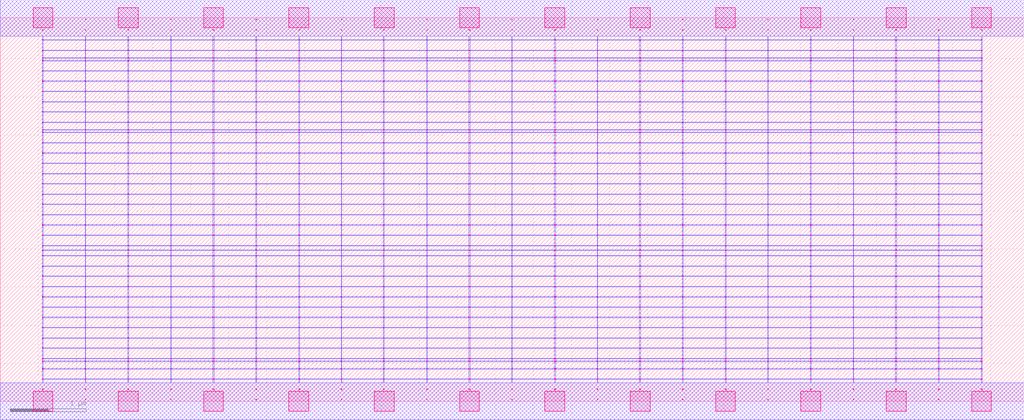
<source format=lef>
MACRO OAAOOAOI212211_DEBUG
 CLASS CORE ;
 FOREIGN OAAOOAOI212211_DEBUG 0 0 ;
 SIZE 13.44 BY 5.04 ;
 ORIGIN 0 0 ;
 SYMMETRY X Y R90 ;
 SITE unit ;

 OBS
    LAYER polycont ;
     RECT 6.71600000 0.15300000 6.72400000 0.16100000 ;
     RECT 6.71600000 0.28800000 6.72400000 0.29600000 ;
     RECT 6.71600000 0.42300000 6.72400000 0.43100000 ;
     RECT 6.71600000 0.52100000 6.72400000 0.52900000 ;
     RECT 6.71600000 0.55800000 6.72400000 0.56600000 ;
     RECT 6.71600000 0.69300000 6.72400000 0.70100000 ;
     RECT 6.71600000 0.82800000 6.72400000 0.83600000 ;
     RECT 6.71600000 0.96300000 6.72400000 0.97100000 ;
     RECT 6.71600000 1.09800000 6.72400000 1.10600000 ;
     RECT 6.71600000 1.23300000 6.72400000 1.24100000 ;
     RECT 6.71600000 1.36800000 6.72400000 1.37600000 ;
     RECT 6.71600000 1.50300000 6.72400000 1.51100000 ;
     RECT 6.71600000 1.63800000 6.72400000 1.64600000 ;
     RECT 6.71600000 1.77300000 6.72400000 1.78100000 ;
     RECT 6.71600000 1.90800000 6.72400000 1.91600000 ;
     RECT 6.71600000 1.98100000 6.72400000 1.98900000 ;
     RECT 6.71600000 2.04300000 6.72400000 2.05100000 ;
     RECT 6.71600000 2.17800000 6.72400000 2.18600000 ;
     RECT 6.71600000 2.31300000 6.72400000 2.32100000 ;
     RECT 6.71600000 2.44800000 6.72400000 2.45600000 ;
     RECT 6.71600000 2.58300000 6.72400000 2.59100000 ;
     RECT 6.71600000 2.71800000 6.72400000 2.72600000 ;
     RECT 6.71600000 2.85300000 6.72400000 2.86100000 ;
     RECT 6.71600000 2.98800000 6.72400000 2.99600000 ;
     RECT 8.95600000 2.58300000 8.96400000 2.59100000 ;
     RECT 9.51600000 2.58300000 9.52900000 2.59100000 ;
     RECT 10.07600000 2.58300000 10.08400000 2.59100000 ;
     RECT 10.63100000 2.58300000 10.64400000 2.59100000 ;
     RECT 11.19600000 2.58300000 11.20400000 2.59100000 ;
     RECT 11.75100000 2.58300000 11.76900000 2.59100000 ;
     RECT 12.31600000 2.58300000 12.32400000 2.59100000 ;
     RECT 12.87600000 2.58300000 12.88900000 2.59100000 ;
     RECT 7.27100000 2.58300000 7.28900000 2.59100000 ;
     RECT 7.27100000 2.71800000 7.28900000 2.72600000 ;
     RECT 7.83600000 2.71800000 7.84400000 2.72600000 ;
     RECT 8.39100000 2.71800000 8.40900000 2.72600000 ;
     RECT 8.95600000 2.71800000 8.96400000 2.72600000 ;
     RECT 9.51600000 2.71800000 9.52900000 2.72600000 ;
     RECT 10.07600000 2.71800000 10.08400000 2.72600000 ;
     RECT 10.63100000 2.71800000 10.64400000 2.72600000 ;
     RECT 11.19600000 2.71800000 11.20400000 2.72600000 ;
     RECT 11.75100000 2.71800000 11.76900000 2.72600000 ;
     RECT 12.31600000 2.71800000 12.32400000 2.72600000 ;
     RECT 12.87600000 2.71800000 12.88900000 2.72600000 ;
     RECT 7.83600000 2.58300000 7.84400000 2.59100000 ;
     RECT 7.27100000 2.85300000 7.28900000 2.86100000 ;
     RECT 7.83600000 2.85300000 7.84400000 2.86100000 ;
     RECT 8.39100000 2.85300000 8.40900000 2.86100000 ;
     RECT 8.95600000 2.85300000 8.96400000 2.86100000 ;
     RECT 9.51600000 2.85300000 9.52900000 2.86100000 ;
     RECT 10.07600000 2.85300000 10.08400000 2.86100000 ;
     RECT 10.63100000 2.85300000 10.64400000 2.86100000 ;
     RECT 11.19600000 2.85300000 11.20400000 2.86100000 ;
     RECT 11.75100000 2.85300000 11.76900000 2.86100000 ;
     RECT 12.31600000 2.85300000 12.32400000 2.86100000 ;
     RECT 12.87600000 2.85300000 12.88900000 2.86100000 ;
     RECT 8.39100000 2.58300000 8.40900000 2.59100000 ;
     RECT 7.27100000 2.98800000 7.28900000 2.99600000 ;
     RECT 7.83600000 2.98800000 7.84400000 2.99600000 ;
     RECT 8.39100000 2.98800000 8.40900000 2.99600000 ;
     RECT 8.95600000 2.98800000 8.96400000 2.99600000 ;
     RECT 9.51600000 2.98800000 9.52900000 2.99600000 ;
     RECT 10.07600000 2.98800000 10.08400000 2.99600000 ;
     RECT 10.63100000 2.98800000 10.64400000 2.99600000 ;
     RECT 11.19600000 2.98800000 11.20400000 2.99600000 ;
     RECT 11.75100000 2.98800000 11.76900000 2.99600000 ;
     RECT 12.31600000 2.98800000 12.32400000 2.99600000 ;
     RECT 12.87600000 2.98800000 12.88900000 2.99600000 ;
     RECT 10.07600000 3.12300000 10.08400000 3.13100000 ;
     RECT 10.07600000 3.25800000 10.08400000 3.26600000 ;
     RECT 10.07600000 3.39300000 10.08400000 3.40100000 ;
     RECT 10.07600000 3.52800000 10.08400000 3.53600000 ;
     RECT 10.07600000 3.56100000 10.08400000 3.56900000 ;
     RECT 10.07600000 3.66300000 10.08400000 3.67100000 ;
     RECT 10.07600000 3.79800000 10.08400000 3.80600000 ;
     RECT 10.07600000 3.93300000 10.08400000 3.94100000 ;
     RECT 10.07600000 4.06800000 10.08400000 4.07600000 ;
     RECT 10.07600000 4.20300000 10.08400000 4.21100000 ;
     RECT 10.07600000 4.33800000 10.08400000 4.34600000 ;
     RECT 10.07600000 4.47300000 10.08400000 4.48100000 ;
     RECT 10.07600000 4.51100000 10.08400000 4.51900000 ;
     RECT 10.07600000 4.60800000 10.08400000 4.61600000 ;
     RECT 10.07600000 4.74300000 10.08400000 4.75100000 ;
     RECT 10.07600000 4.87800000 10.08400000 4.88600000 ;
     RECT 5.03100000 2.71800000 5.04400000 2.72600000 ;
     RECT 5.59600000 2.71800000 5.60400000 2.72600000 ;
     RECT 6.15100000 2.71800000 6.16900000 2.72600000 ;
     RECT 1.11600000 2.58300000 1.12400000 2.59100000 ;
     RECT 1.67100000 2.58300000 1.68900000 2.59100000 ;
     RECT 0.55100000 2.98800000 0.56400000 2.99600000 ;
     RECT 1.11600000 2.98800000 1.12400000 2.99600000 ;
     RECT 1.67100000 2.98800000 1.68900000 2.99600000 ;
     RECT 2.23600000 2.98800000 2.24400000 2.99600000 ;
     RECT 2.79100000 2.98800000 2.80900000 2.99600000 ;
     RECT 3.35600000 2.98800000 3.36400000 2.99600000 ;
     RECT 3.91600000 2.98800000 3.92900000 2.99600000 ;
     RECT 4.47600000 2.98800000 4.48400000 2.99600000 ;
     RECT 5.03100000 2.98800000 5.04400000 2.99600000 ;
     RECT 5.59600000 2.98800000 5.60400000 2.99600000 ;
     RECT 6.15100000 2.98800000 6.16900000 2.99600000 ;
     RECT 2.23600000 2.58300000 2.24400000 2.59100000 ;
     RECT 2.79100000 2.58300000 2.80900000 2.59100000 ;
     RECT 3.35600000 2.58300000 3.36400000 2.59100000 ;
     RECT 3.91600000 2.58300000 3.92900000 2.59100000 ;
     RECT 4.47600000 2.58300000 4.48400000 2.59100000 ;
     RECT 5.03100000 2.58300000 5.04400000 2.59100000 ;
     RECT 5.59600000 2.58300000 5.60400000 2.59100000 ;
     RECT 6.15100000 2.58300000 6.16900000 2.59100000 ;
     RECT 0.55100000 2.58300000 0.56400000 2.59100000 ;
     RECT 0.55100000 2.71800000 0.56400000 2.72600000 ;
     RECT 0.55100000 2.85300000 0.56400000 2.86100000 ;
     RECT 1.11600000 2.85300000 1.12400000 2.86100000 ;
     RECT 4.47600000 3.12300000 4.48400000 3.13100000 ;
     RECT 1.67100000 2.85300000 1.68900000 2.86100000 ;
     RECT 4.47600000 3.25800000 4.48400000 3.26600000 ;
     RECT 2.23600000 2.85300000 2.24400000 2.86100000 ;
     RECT 4.47600000 3.39300000 4.48400000 3.40100000 ;
     RECT 2.79100000 2.85300000 2.80900000 2.86100000 ;
     RECT 4.47600000 3.52800000 4.48400000 3.53600000 ;
     RECT 3.35600000 2.85300000 3.36400000 2.86100000 ;
     RECT 4.47600000 3.56100000 4.48400000 3.56900000 ;
     RECT 3.91600000 2.85300000 3.92900000 2.86100000 ;
     RECT 4.47600000 3.66300000 4.48400000 3.67100000 ;
     RECT 4.47600000 2.85300000 4.48400000 2.86100000 ;
     RECT 4.47600000 3.79800000 4.48400000 3.80600000 ;
     RECT 5.03100000 2.85300000 5.04400000 2.86100000 ;
     RECT 4.47600000 3.93300000 4.48400000 3.94100000 ;
     RECT 5.59600000 2.85300000 5.60400000 2.86100000 ;
     RECT 4.47600000 4.06800000 4.48400000 4.07600000 ;
     RECT 6.15100000 2.85300000 6.16900000 2.86100000 ;
     RECT 4.47600000 4.20300000 4.48400000 4.21100000 ;
     RECT 1.11600000 2.71800000 1.12400000 2.72600000 ;
     RECT 4.47600000 4.33800000 4.48400000 4.34600000 ;
     RECT 1.67100000 2.71800000 1.68900000 2.72600000 ;
     RECT 4.47600000 4.47300000 4.48400000 4.48100000 ;
     RECT 2.23600000 2.71800000 2.24400000 2.72600000 ;
     RECT 4.47600000 4.51100000 4.48400000 4.51900000 ;
     RECT 2.79100000 2.71800000 2.80900000 2.72600000 ;
     RECT 4.47600000 4.60800000 4.48400000 4.61600000 ;
     RECT 3.35600000 2.71800000 3.36400000 2.72600000 ;
     RECT 4.47600000 4.74300000 4.48400000 4.75100000 ;
     RECT 3.91600000 2.71800000 3.92900000 2.72600000 ;
     RECT 4.47600000 4.87800000 4.48400000 4.88600000 ;
     RECT 4.47600000 2.71800000 4.48400000 2.72600000 ;
     RECT 11.19600000 0.28800000 11.20400000 0.29600000 ;
     RECT 11.19600000 1.63800000 11.20400000 1.64600000 ;
     RECT 11.19600000 0.82800000 11.20400000 0.83600000 ;
     RECT 11.19600000 1.77300000 11.20400000 1.78100000 ;
     RECT 11.19600000 0.52100000 11.20400000 0.52900000 ;
     RECT 11.19600000 1.90800000 11.20400000 1.91600000 ;
     RECT 11.19600000 0.96300000 11.20400000 0.97100000 ;
     RECT 11.19600000 1.98100000 11.20400000 1.98900000 ;
     RECT 11.19600000 0.15300000 11.20400000 0.16100000 ;
     RECT 11.19600000 2.04300000 11.20400000 2.05100000 ;
     RECT 11.19600000 1.09800000 11.20400000 1.10600000 ;
     RECT 11.19600000 2.17800000 11.20400000 2.18600000 ;
     RECT 11.19600000 0.55800000 11.20400000 0.56600000 ;
     RECT 11.19600000 2.31300000 11.20400000 2.32100000 ;
     RECT 11.19600000 1.23300000 11.20400000 1.24100000 ;
     RECT 11.19600000 2.44800000 11.20400000 2.45600000 ;
     RECT 11.19600000 0.42300000 11.20400000 0.43100000 ;
     RECT 11.19600000 1.36800000 11.20400000 1.37600000 ;
     RECT 11.19600000 0.69300000 11.20400000 0.70100000 ;
     RECT 11.19600000 1.50300000 11.20400000 1.51100000 ;

    LAYER pdiffc ;
     RECT 0.55100000 3.39300000 0.55900000 3.40100000 ;
     RECT 3.92100000 3.39300000 3.92900000 3.40100000 ;
     RECT 5.03100000 3.39300000 5.03900000 3.40100000 ;
     RECT 9.52100000 3.39300000 9.52900000 3.40100000 ;
     RECT 10.63100000 3.39300000 10.63900000 3.40100000 ;
     RECT 12.88100000 3.39300000 12.88900000 3.40100000 ;
     RECT 0.55100000 3.52800000 0.55900000 3.53600000 ;
     RECT 3.92100000 3.52800000 3.92900000 3.53600000 ;
     RECT 5.03100000 3.52800000 5.03900000 3.53600000 ;
     RECT 9.52100000 3.52800000 9.52900000 3.53600000 ;
     RECT 10.63100000 3.52800000 10.63900000 3.53600000 ;
     RECT 12.88100000 3.52800000 12.88900000 3.53600000 ;
     RECT 0.55100000 3.56100000 0.55900000 3.56900000 ;
     RECT 3.92100000 3.56100000 3.92900000 3.56900000 ;
     RECT 5.03100000 3.56100000 5.03900000 3.56900000 ;
     RECT 9.52100000 3.56100000 9.52900000 3.56900000 ;
     RECT 10.63100000 3.56100000 10.63900000 3.56900000 ;
     RECT 12.88100000 3.56100000 12.88900000 3.56900000 ;
     RECT 0.55100000 3.66300000 0.55900000 3.67100000 ;
     RECT 3.92100000 3.66300000 3.92900000 3.67100000 ;
     RECT 5.03100000 3.66300000 5.03900000 3.67100000 ;
     RECT 9.52100000 3.66300000 9.52900000 3.67100000 ;
     RECT 10.63100000 3.66300000 10.63900000 3.67100000 ;
     RECT 12.88100000 3.66300000 12.88900000 3.67100000 ;
     RECT 0.55100000 3.79800000 0.55900000 3.80600000 ;
     RECT 3.92100000 3.79800000 3.92900000 3.80600000 ;
     RECT 5.03100000 3.79800000 5.03900000 3.80600000 ;
     RECT 9.52100000 3.79800000 9.52900000 3.80600000 ;
     RECT 10.63100000 3.79800000 10.63900000 3.80600000 ;
     RECT 12.88100000 3.79800000 12.88900000 3.80600000 ;
     RECT 0.55100000 3.93300000 0.55900000 3.94100000 ;
     RECT 3.92100000 3.93300000 3.92900000 3.94100000 ;
     RECT 5.03100000 3.93300000 5.03900000 3.94100000 ;
     RECT 9.52100000 3.93300000 9.52900000 3.94100000 ;
     RECT 10.63100000 3.93300000 10.63900000 3.94100000 ;
     RECT 12.88100000 3.93300000 12.88900000 3.94100000 ;
     RECT 0.55100000 4.06800000 0.55900000 4.07600000 ;
     RECT 3.92100000 4.06800000 3.92900000 4.07600000 ;
     RECT 5.03100000 4.06800000 5.03900000 4.07600000 ;
     RECT 9.52100000 4.06800000 9.52900000 4.07600000 ;
     RECT 10.63100000 4.06800000 10.63900000 4.07600000 ;
     RECT 12.88100000 4.06800000 12.88900000 4.07600000 ;
     RECT 0.55100000 4.20300000 0.55900000 4.21100000 ;
     RECT 3.92100000 4.20300000 3.92900000 4.21100000 ;
     RECT 5.03100000 4.20300000 5.03900000 4.21100000 ;
     RECT 9.52100000 4.20300000 9.52900000 4.21100000 ;
     RECT 10.63100000 4.20300000 10.63900000 4.21100000 ;
     RECT 12.88100000 4.20300000 12.88900000 4.21100000 ;
     RECT 0.55100000 4.33800000 0.55900000 4.34600000 ;
     RECT 3.92100000 4.33800000 3.92900000 4.34600000 ;
     RECT 5.03100000 4.33800000 5.03900000 4.34600000 ;
     RECT 9.52100000 4.33800000 9.52900000 4.34600000 ;
     RECT 10.63100000 4.33800000 10.63900000 4.34600000 ;
     RECT 12.88100000 4.33800000 12.88900000 4.34600000 ;
     RECT 0.55100000 4.47300000 0.55900000 4.48100000 ;
     RECT 3.92100000 4.47300000 3.92900000 4.48100000 ;
     RECT 5.03100000 4.47300000 5.03900000 4.48100000 ;
     RECT 9.52100000 4.47300000 9.52900000 4.48100000 ;
     RECT 10.63100000 4.47300000 10.63900000 4.48100000 ;
     RECT 12.88100000 4.47300000 12.88900000 4.48100000 ;
     RECT 0.55100000 4.51100000 0.55900000 4.51900000 ;
     RECT 3.92100000 4.51100000 3.92900000 4.51900000 ;
     RECT 5.03100000 4.51100000 5.03900000 4.51900000 ;
     RECT 9.52100000 4.51100000 9.52900000 4.51900000 ;
     RECT 10.63100000 4.51100000 10.63900000 4.51900000 ;
     RECT 12.88100000 4.51100000 12.88900000 4.51900000 ;
     RECT 0.55100000 4.60800000 0.55900000 4.61600000 ;
     RECT 3.92100000 4.60800000 3.92900000 4.61600000 ;
     RECT 5.03100000 4.60800000 5.03900000 4.61600000 ;
     RECT 9.52100000 4.60800000 9.52900000 4.61600000 ;
     RECT 10.63100000 4.60800000 10.63900000 4.61600000 ;
     RECT 12.88100000 4.60800000 12.88900000 4.61600000 ;

    LAYER ndiffc ;
     RECT 7.27100000 0.42300000 7.28900000 0.43100000 ;
     RECT 8.39100000 0.42300000 8.40900000 0.43100000 ;
     RECT 9.51600000 0.42300000 9.52900000 0.43100000 ;
     RECT 10.63100000 0.42300000 10.64400000 0.43100000 ;
     RECT 11.75100000 0.42300000 11.76900000 0.43100000 ;
     RECT 12.87600000 0.42300000 12.88900000 0.43100000 ;
     RECT 7.27100000 0.52100000 7.28900000 0.52900000 ;
     RECT 8.39100000 0.52100000 8.40900000 0.52900000 ;
     RECT 9.51600000 0.52100000 9.52900000 0.52900000 ;
     RECT 10.63100000 0.52100000 10.64400000 0.52900000 ;
     RECT 11.75100000 0.52100000 11.76900000 0.52900000 ;
     RECT 12.87600000 0.52100000 12.88900000 0.52900000 ;
     RECT 7.27100000 0.55800000 7.28900000 0.56600000 ;
     RECT 8.39100000 0.55800000 8.40900000 0.56600000 ;
     RECT 9.51600000 0.55800000 9.52900000 0.56600000 ;
     RECT 10.63100000 0.55800000 10.64400000 0.56600000 ;
     RECT 11.75100000 0.55800000 11.76900000 0.56600000 ;
     RECT 12.87600000 0.55800000 12.88900000 0.56600000 ;
     RECT 7.27100000 0.69300000 7.28900000 0.70100000 ;
     RECT 8.39100000 0.69300000 8.40900000 0.70100000 ;
     RECT 9.51600000 0.69300000 9.52900000 0.70100000 ;
     RECT 10.63100000 0.69300000 10.64400000 0.70100000 ;
     RECT 11.75100000 0.69300000 11.76900000 0.70100000 ;
     RECT 12.87600000 0.69300000 12.88900000 0.70100000 ;
     RECT 7.27100000 0.82800000 7.28900000 0.83600000 ;
     RECT 8.39100000 0.82800000 8.40900000 0.83600000 ;
     RECT 9.51600000 0.82800000 9.52900000 0.83600000 ;
     RECT 10.63100000 0.82800000 10.64400000 0.83600000 ;
     RECT 11.75100000 0.82800000 11.76900000 0.83600000 ;
     RECT 12.87600000 0.82800000 12.88900000 0.83600000 ;
     RECT 7.27100000 0.96300000 7.28900000 0.97100000 ;
     RECT 8.39100000 0.96300000 8.40900000 0.97100000 ;
     RECT 9.51600000 0.96300000 9.52900000 0.97100000 ;
     RECT 10.63100000 0.96300000 10.64400000 0.97100000 ;
     RECT 11.75100000 0.96300000 11.76900000 0.97100000 ;
     RECT 12.87600000 0.96300000 12.88900000 0.97100000 ;
     RECT 7.27100000 1.09800000 7.28900000 1.10600000 ;
     RECT 8.39100000 1.09800000 8.40900000 1.10600000 ;
     RECT 9.51600000 1.09800000 9.52900000 1.10600000 ;
     RECT 10.63100000 1.09800000 10.64400000 1.10600000 ;
     RECT 11.75100000 1.09800000 11.76900000 1.10600000 ;
     RECT 12.87600000 1.09800000 12.88900000 1.10600000 ;
     RECT 7.27100000 1.23300000 7.28900000 1.24100000 ;
     RECT 8.39100000 1.23300000 8.40900000 1.24100000 ;
     RECT 9.51600000 1.23300000 9.52900000 1.24100000 ;
     RECT 10.63100000 1.23300000 10.64400000 1.24100000 ;
     RECT 11.75100000 1.23300000 11.76900000 1.24100000 ;
     RECT 12.87600000 1.23300000 12.88900000 1.24100000 ;
     RECT 7.27100000 1.36800000 7.28900000 1.37600000 ;
     RECT 8.39100000 1.36800000 8.40900000 1.37600000 ;
     RECT 9.51600000 1.36800000 9.52900000 1.37600000 ;
     RECT 10.63100000 1.36800000 10.64400000 1.37600000 ;
     RECT 11.75100000 1.36800000 11.76900000 1.37600000 ;
     RECT 12.87600000 1.36800000 12.88900000 1.37600000 ;
     RECT 7.27100000 1.50300000 7.28900000 1.51100000 ;
     RECT 8.39100000 1.50300000 8.40900000 1.51100000 ;
     RECT 9.51600000 1.50300000 9.52900000 1.51100000 ;
     RECT 10.63100000 1.50300000 10.64400000 1.51100000 ;
     RECT 11.75100000 1.50300000 11.76900000 1.51100000 ;
     RECT 12.87600000 1.50300000 12.88900000 1.51100000 ;
     RECT 7.27100000 1.63800000 7.28900000 1.64600000 ;
     RECT 8.39100000 1.63800000 8.40900000 1.64600000 ;
     RECT 9.51600000 1.63800000 9.52900000 1.64600000 ;
     RECT 10.63100000 1.63800000 10.64400000 1.64600000 ;
     RECT 11.75100000 1.63800000 11.76900000 1.64600000 ;
     RECT 12.87600000 1.63800000 12.88900000 1.64600000 ;
     RECT 7.27100000 1.77300000 7.28900000 1.78100000 ;
     RECT 8.39100000 1.77300000 8.40900000 1.78100000 ;
     RECT 9.51600000 1.77300000 9.52900000 1.78100000 ;
     RECT 10.63100000 1.77300000 10.64400000 1.78100000 ;
     RECT 11.75100000 1.77300000 11.76900000 1.78100000 ;
     RECT 12.87600000 1.77300000 12.88900000 1.78100000 ;
     RECT 7.27100000 1.90800000 7.28900000 1.91600000 ;
     RECT 8.39100000 1.90800000 8.40900000 1.91600000 ;
     RECT 9.51600000 1.90800000 9.52900000 1.91600000 ;
     RECT 10.63100000 1.90800000 10.64400000 1.91600000 ;
     RECT 11.75100000 1.90800000 11.76900000 1.91600000 ;
     RECT 12.87600000 1.90800000 12.88900000 1.91600000 ;
     RECT 7.27100000 1.98100000 7.28900000 1.98900000 ;
     RECT 8.39100000 1.98100000 8.40900000 1.98900000 ;
     RECT 9.51600000 1.98100000 9.52900000 1.98900000 ;
     RECT 10.63100000 1.98100000 10.64400000 1.98900000 ;
     RECT 11.75100000 1.98100000 11.76900000 1.98900000 ;
     RECT 12.87600000 1.98100000 12.88900000 1.98900000 ;
     RECT 7.27100000 2.04300000 7.28900000 2.05100000 ;
     RECT 8.39100000 2.04300000 8.40900000 2.05100000 ;
     RECT 9.51600000 2.04300000 9.52900000 2.05100000 ;
     RECT 10.63100000 2.04300000 10.64400000 2.05100000 ;
     RECT 11.75100000 2.04300000 11.76900000 2.05100000 ;
     RECT 12.87600000 2.04300000 12.88900000 2.05100000 ;
     RECT 0.55100000 0.42300000 0.56400000 0.43100000 ;
     RECT 1.67100000 0.42300000 1.68900000 0.43100000 ;
     RECT 2.79100000 0.42300000 2.80900000 0.43100000 ;
     RECT 3.91600000 0.42300000 3.92900000 0.43100000 ;
     RECT 5.03100000 0.42300000 5.04400000 0.43100000 ;
     RECT 6.15100000 0.42300000 6.16900000 0.43100000 ;
     RECT 0.55100000 1.36800000 0.56400000 1.37600000 ;
     RECT 1.67100000 1.36800000 1.68900000 1.37600000 ;
     RECT 2.79100000 1.36800000 2.80900000 1.37600000 ;
     RECT 3.91600000 1.36800000 3.92900000 1.37600000 ;
     RECT 5.03100000 1.36800000 5.04400000 1.37600000 ;
     RECT 6.15100000 1.36800000 6.16900000 1.37600000 ;
     RECT 0.55100000 0.82800000 0.56400000 0.83600000 ;
     RECT 1.67100000 0.82800000 1.68900000 0.83600000 ;
     RECT 2.79100000 0.82800000 2.80900000 0.83600000 ;
     RECT 3.91600000 0.82800000 3.92900000 0.83600000 ;
     RECT 5.03100000 0.82800000 5.04400000 0.83600000 ;
     RECT 6.15100000 0.82800000 6.16900000 0.83600000 ;
     RECT 0.55100000 1.50300000 0.56400000 1.51100000 ;
     RECT 1.67100000 1.50300000 1.68900000 1.51100000 ;
     RECT 2.79100000 1.50300000 2.80900000 1.51100000 ;
     RECT 3.91600000 1.50300000 3.92900000 1.51100000 ;
     RECT 5.03100000 1.50300000 5.04400000 1.51100000 ;
     RECT 6.15100000 1.50300000 6.16900000 1.51100000 ;
     RECT 0.55100000 0.55800000 0.56400000 0.56600000 ;
     RECT 1.67100000 0.55800000 1.68900000 0.56600000 ;
     RECT 2.79100000 0.55800000 2.80900000 0.56600000 ;
     RECT 3.91600000 0.55800000 3.92900000 0.56600000 ;
     RECT 5.03100000 0.55800000 5.04400000 0.56600000 ;
     RECT 6.15100000 0.55800000 6.16900000 0.56600000 ;
     RECT 0.55100000 1.63800000 0.56400000 1.64600000 ;
     RECT 1.67100000 1.63800000 1.68900000 1.64600000 ;
     RECT 2.79100000 1.63800000 2.80900000 1.64600000 ;
     RECT 3.91600000 1.63800000 3.92900000 1.64600000 ;
     RECT 5.03100000 1.63800000 5.04400000 1.64600000 ;
     RECT 6.15100000 1.63800000 6.16900000 1.64600000 ;
     RECT 0.55100000 0.96300000 0.56400000 0.97100000 ;
     RECT 1.67100000 0.96300000 1.68900000 0.97100000 ;
     RECT 2.79100000 0.96300000 2.80900000 0.97100000 ;
     RECT 3.91600000 0.96300000 3.92900000 0.97100000 ;
     RECT 5.03100000 0.96300000 5.04400000 0.97100000 ;
     RECT 6.15100000 0.96300000 6.16900000 0.97100000 ;
     RECT 0.55100000 1.77300000 0.56400000 1.78100000 ;
     RECT 1.67100000 1.77300000 1.68900000 1.78100000 ;
     RECT 2.79100000 1.77300000 2.80900000 1.78100000 ;
     RECT 3.91600000 1.77300000 3.92900000 1.78100000 ;
     RECT 5.03100000 1.77300000 5.04400000 1.78100000 ;
     RECT 6.15100000 1.77300000 6.16900000 1.78100000 ;
     RECT 0.55100000 0.52100000 0.56400000 0.52900000 ;
     RECT 1.67100000 0.52100000 1.68900000 0.52900000 ;
     RECT 2.79100000 0.52100000 2.80900000 0.52900000 ;
     RECT 3.91600000 0.52100000 3.92900000 0.52900000 ;
     RECT 5.03100000 0.52100000 5.04400000 0.52900000 ;
     RECT 6.15100000 0.52100000 6.16900000 0.52900000 ;
     RECT 0.55100000 1.90800000 0.56400000 1.91600000 ;
     RECT 1.67100000 1.90800000 1.68900000 1.91600000 ;
     RECT 2.79100000 1.90800000 2.80900000 1.91600000 ;
     RECT 3.91600000 1.90800000 3.92900000 1.91600000 ;
     RECT 5.03100000 1.90800000 5.04400000 1.91600000 ;
     RECT 6.15100000 1.90800000 6.16900000 1.91600000 ;
     RECT 0.55100000 1.09800000 0.56400000 1.10600000 ;
     RECT 1.67100000 1.09800000 1.68900000 1.10600000 ;
     RECT 2.79100000 1.09800000 2.80900000 1.10600000 ;
     RECT 3.91600000 1.09800000 3.92900000 1.10600000 ;
     RECT 5.03100000 1.09800000 5.04400000 1.10600000 ;
     RECT 6.15100000 1.09800000 6.16900000 1.10600000 ;
     RECT 0.55100000 1.98100000 0.56400000 1.98900000 ;
     RECT 1.67100000 1.98100000 1.68900000 1.98900000 ;
     RECT 2.79100000 1.98100000 2.80900000 1.98900000 ;
     RECT 3.91600000 1.98100000 3.92900000 1.98900000 ;
     RECT 5.03100000 1.98100000 5.04400000 1.98900000 ;
     RECT 6.15100000 1.98100000 6.16900000 1.98900000 ;
     RECT 0.55100000 0.69300000 0.56400000 0.70100000 ;
     RECT 1.67100000 0.69300000 1.68900000 0.70100000 ;
     RECT 2.79100000 0.69300000 2.80900000 0.70100000 ;
     RECT 3.91600000 0.69300000 3.92900000 0.70100000 ;
     RECT 5.03100000 0.69300000 5.04400000 0.70100000 ;
     RECT 6.15100000 0.69300000 6.16900000 0.70100000 ;
     RECT 0.55100000 2.04300000 0.56400000 2.05100000 ;
     RECT 1.67100000 2.04300000 1.68900000 2.05100000 ;
     RECT 2.79100000 2.04300000 2.80900000 2.05100000 ;
     RECT 3.91600000 2.04300000 3.92900000 2.05100000 ;
     RECT 5.03100000 2.04300000 5.04400000 2.05100000 ;
     RECT 6.15100000 2.04300000 6.16900000 2.05100000 ;
     RECT 0.55100000 1.23300000 0.56400000 1.24100000 ;
     RECT 1.67100000 1.23300000 1.68900000 1.24100000 ;
     RECT 2.79100000 1.23300000 2.80900000 1.24100000 ;
     RECT 3.91600000 1.23300000 3.92900000 1.24100000 ;
     RECT 5.03100000 1.23300000 5.04400000 1.24100000 ;
     RECT 6.15100000 1.23300000 6.16900000 1.24100000 ;

    LAYER met1 ;
     RECT 0.00000000 -0.24000000 13.44000000 0.24000000 ;
     RECT 6.71600000 0.24000000 6.72400000 0.28800000 ;
     RECT 0.55100000 0.28800000 12.88900000 0.29600000 ;
     RECT 6.71600000 0.29600000 6.72400000 0.42300000 ;
     RECT 0.55100000 0.42300000 12.88900000 0.43100000 ;
     RECT 6.71600000 0.43100000 6.72400000 0.52100000 ;
     RECT 0.55100000 0.52100000 12.88900000 0.52900000 ;
     RECT 6.71600000 0.52900000 6.72400000 0.55800000 ;
     RECT 0.55100000 0.55800000 12.88900000 0.56600000 ;
     RECT 6.71600000 0.56600000 6.72400000 0.69300000 ;
     RECT 0.55100000 0.69300000 12.88900000 0.70100000 ;
     RECT 6.71600000 0.70100000 6.72400000 0.82800000 ;
     RECT 0.55100000 0.82800000 12.88900000 0.83600000 ;
     RECT 6.71600000 0.83600000 6.72400000 0.96300000 ;
     RECT 0.55100000 0.96300000 12.88900000 0.97100000 ;
     RECT 6.71600000 0.97100000 6.72400000 1.09800000 ;
     RECT 0.55100000 1.09800000 12.88900000 1.10600000 ;
     RECT 6.71600000 1.10600000 6.72400000 1.23300000 ;
     RECT 0.55100000 1.23300000 12.88900000 1.24100000 ;
     RECT 6.71600000 1.24100000 6.72400000 1.36800000 ;
     RECT 0.55100000 1.36800000 12.88900000 1.37600000 ;
     RECT 6.71600000 1.37600000 6.72400000 1.50300000 ;
     RECT 0.55100000 1.50300000 12.88900000 1.51100000 ;
     RECT 6.71600000 1.51100000 6.72400000 1.63800000 ;
     RECT 0.55100000 1.63800000 12.88900000 1.64600000 ;
     RECT 6.71600000 1.64600000 6.72400000 1.77300000 ;
     RECT 0.55100000 1.77300000 12.88900000 1.78100000 ;
     RECT 6.71600000 1.78100000 6.72400000 1.90800000 ;
     RECT 0.55100000 1.90800000 12.88900000 1.91600000 ;
     RECT 6.71600000 1.91600000 6.72400000 1.98100000 ;
     RECT 0.55100000 1.98100000 12.88900000 1.98900000 ;
     RECT 6.71600000 1.98900000 6.72400000 2.04300000 ;
     RECT 0.55100000 2.04300000 12.88900000 2.05100000 ;
     RECT 6.71600000 2.05100000 6.72400000 2.17800000 ;
     RECT 0.55100000 2.17800000 12.88900000 2.18600000 ;
     RECT 6.71600000 2.18600000 6.72400000 2.31300000 ;
     RECT 0.55100000 2.31300000 12.88900000 2.32100000 ;
     RECT 6.71600000 2.32100000 6.72400000 2.44800000 ;
     RECT 0.55100000 2.44800000 12.88900000 2.45600000 ;
     RECT 0.55100000 2.45600000 0.56400000 2.58300000 ;
     RECT 1.11600000 2.45600000 1.12400000 2.58300000 ;
     RECT 1.67100000 2.45600000 1.68900000 2.58300000 ;
     RECT 2.23600000 2.45600000 2.24400000 2.58300000 ;
     RECT 2.79100000 2.45600000 2.80900000 2.58300000 ;
     RECT 3.35600000 2.45600000 3.36400000 2.58300000 ;
     RECT 3.91600000 2.45600000 3.92900000 2.58300000 ;
     RECT 4.47600000 2.45600000 4.48400000 2.58300000 ;
     RECT 5.03100000 2.45600000 5.04400000 2.58300000 ;
     RECT 5.59600000 2.45600000 5.60400000 2.58300000 ;
     RECT 6.15100000 2.45600000 6.16900000 2.58300000 ;
     RECT 6.71600000 2.45600000 6.72400000 2.58300000 ;
     RECT 7.27100000 2.45600000 7.28900000 2.58300000 ;
     RECT 7.83600000 2.45600000 7.84400000 2.58300000 ;
     RECT 8.39100000 2.45600000 8.40900000 2.58300000 ;
     RECT 8.95600000 2.45600000 8.96400000 2.58300000 ;
     RECT 9.51600000 2.45600000 9.52900000 2.58300000 ;
     RECT 10.07600000 2.45600000 10.08400000 2.58300000 ;
     RECT 10.63100000 2.45600000 10.64400000 2.58300000 ;
     RECT 11.19600000 2.45600000 11.20400000 2.58300000 ;
     RECT 11.75100000 2.45600000 11.76900000 2.58300000 ;
     RECT 12.31600000 2.45600000 12.32400000 2.58300000 ;
     RECT 12.87600000 2.45600000 12.88900000 2.58300000 ;
     RECT 0.55100000 2.58300000 12.88900000 2.59100000 ;
     RECT 6.71600000 2.59100000 6.72400000 2.71800000 ;
     RECT 0.55100000 2.71800000 12.88900000 2.72600000 ;
     RECT 6.71600000 2.72600000 6.72400000 2.85300000 ;
     RECT 0.55100000 2.85300000 12.88900000 2.86100000 ;
     RECT 6.71600000 2.86100000 6.72400000 2.98800000 ;
     RECT 0.55100000 2.98800000 12.88900000 2.99600000 ;
     RECT 6.71600000 2.99600000 6.72400000 3.12300000 ;
     RECT 0.55100000 3.12300000 12.88900000 3.13100000 ;
     RECT 6.71600000 3.13100000 6.72400000 3.25800000 ;
     RECT 0.55100000 3.25800000 12.88900000 3.26600000 ;
     RECT 6.71600000 3.26600000 6.72400000 3.39300000 ;
     RECT 0.55100000 3.39300000 12.88900000 3.40100000 ;
     RECT 6.71600000 3.40100000 6.72400000 3.52800000 ;
     RECT 0.55100000 3.52800000 12.88900000 3.53600000 ;
     RECT 6.71600000 3.53600000 6.72400000 3.56100000 ;
     RECT 0.55100000 3.56100000 12.88900000 3.56900000 ;
     RECT 6.71600000 3.56900000 6.72400000 3.66300000 ;
     RECT 0.55100000 3.66300000 12.88900000 3.67100000 ;
     RECT 6.71600000 3.67100000 6.72400000 3.79800000 ;
     RECT 0.55100000 3.79800000 12.88900000 3.80600000 ;
     RECT 6.71600000 3.80600000 6.72400000 3.93300000 ;
     RECT 0.55100000 3.93300000 12.88900000 3.94100000 ;
     RECT 6.71600000 3.94100000 6.72400000 4.06800000 ;
     RECT 0.55100000 4.06800000 12.88900000 4.07600000 ;
     RECT 6.71600000 4.07600000 6.72400000 4.20300000 ;
     RECT 0.55100000 4.20300000 12.88900000 4.21100000 ;
     RECT 6.71600000 4.21100000 6.72400000 4.33800000 ;
     RECT 0.55100000 4.33800000 12.88900000 4.34600000 ;
     RECT 6.71600000 4.34600000 6.72400000 4.47300000 ;
     RECT 0.55100000 4.47300000 12.88900000 4.48100000 ;
     RECT 6.71600000 4.48100000 6.72400000 4.51100000 ;
     RECT 0.55100000 4.51100000 12.88900000 4.51900000 ;
     RECT 6.71600000 4.51900000 6.72400000 4.60800000 ;
     RECT 0.55100000 4.60800000 12.88900000 4.61600000 ;
     RECT 6.71600000 4.61600000 6.72400000 4.74300000 ;
     RECT 0.55100000 4.74300000 12.88900000 4.75100000 ;
     RECT 6.71600000 4.75100000 6.72400000 4.80000000 ;
     RECT 0.00000000 4.80000000 13.44000000 5.28000000 ;
     RECT 10.07600000 2.59100000 10.08400000 2.71800000 ;
     RECT 10.07600000 2.99600000 10.08400000 3.12300000 ;
     RECT 10.07600000 3.13100000 10.08400000 3.25800000 ;
     RECT 10.07600000 3.26600000 10.08400000 3.39300000 ;
     RECT 10.07600000 3.40100000 10.08400000 3.52800000 ;
     RECT 10.07600000 3.53600000 10.08400000 3.56100000 ;
     RECT 10.07600000 3.56900000 10.08400000 3.66300000 ;
     RECT 10.07600000 3.67100000 10.08400000 3.79800000 ;
     RECT 10.07600000 2.72600000 10.08400000 2.85300000 ;
     RECT 7.27100000 3.80600000 7.28900000 3.93300000 ;
     RECT 7.83600000 3.80600000 7.84400000 3.93300000 ;
     RECT 8.39100000 3.80600000 8.40900000 3.93300000 ;
     RECT 8.95600000 3.80600000 8.96400000 3.93300000 ;
     RECT 9.51600000 3.80600000 9.52900000 3.93300000 ;
     RECT 10.07600000 3.80600000 10.08400000 3.93300000 ;
     RECT 10.63100000 3.80600000 10.64400000 3.93300000 ;
     RECT 11.19600000 3.80600000 11.20400000 3.93300000 ;
     RECT 11.75100000 3.80600000 11.76900000 3.93300000 ;
     RECT 12.31600000 3.80600000 12.32400000 3.93300000 ;
     RECT 12.87600000 3.80600000 12.88900000 3.93300000 ;
     RECT 10.07600000 3.94100000 10.08400000 4.06800000 ;
     RECT 10.07600000 4.07600000 10.08400000 4.20300000 ;
     RECT 10.07600000 4.21100000 10.08400000 4.33800000 ;
     RECT 10.07600000 4.34600000 10.08400000 4.47300000 ;
     RECT 10.07600000 4.48100000 10.08400000 4.51100000 ;
     RECT 10.07600000 2.86100000 10.08400000 2.98800000 ;
     RECT 10.07600000 4.51900000 10.08400000 4.60800000 ;
     RECT 10.07600000 4.61600000 10.08400000 4.74300000 ;
     RECT 10.07600000 4.75100000 10.08400000 4.80000000 ;
     RECT 11.75100000 4.07600000 11.76900000 4.20300000 ;
     RECT 12.31600000 4.07600000 12.32400000 4.20300000 ;
     RECT 12.87600000 4.07600000 12.88900000 4.20300000 ;
     RECT 11.19600000 3.94100000 11.20400000 4.06800000 ;
     RECT 10.63100000 4.21100000 10.64400000 4.33800000 ;
     RECT 11.19600000 4.21100000 11.20400000 4.33800000 ;
     RECT 11.75100000 4.21100000 11.76900000 4.33800000 ;
     RECT 12.31600000 4.21100000 12.32400000 4.33800000 ;
     RECT 12.87600000 4.21100000 12.88900000 4.33800000 ;
     RECT 11.75100000 3.94100000 11.76900000 4.06800000 ;
     RECT 10.63100000 4.34600000 10.64400000 4.47300000 ;
     RECT 11.19600000 4.34600000 11.20400000 4.47300000 ;
     RECT 11.75100000 4.34600000 11.76900000 4.47300000 ;
     RECT 12.31600000 4.34600000 12.32400000 4.47300000 ;
     RECT 12.87600000 4.34600000 12.88900000 4.47300000 ;
     RECT 12.31600000 3.94100000 12.32400000 4.06800000 ;
     RECT 10.63100000 4.48100000 10.64400000 4.51100000 ;
     RECT 11.19600000 4.48100000 11.20400000 4.51100000 ;
     RECT 11.75100000 4.48100000 11.76900000 4.51100000 ;
     RECT 12.31600000 4.48100000 12.32400000 4.51100000 ;
     RECT 12.87600000 4.48100000 12.88900000 4.51100000 ;
     RECT 12.87600000 3.94100000 12.88900000 4.06800000 ;
     RECT 10.63100000 3.94100000 10.64400000 4.06800000 ;
     RECT 10.63100000 4.51900000 10.64400000 4.60800000 ;
     RECT 11.19600000 4.51900000 11.20400000 4.60800000 ;
     RECT 11.75100000 4.51900000 11.76900000 4.60800000 ;
     RECT 12.31600000 4.51900000 12.32400000 4.60800000 ;
     RECT 12.87600000 4.51900000 12.88900000 4.60800000 ;
     RECT 10.63100000 4.07600000 10.64400000 4.20300000 ;
     RECT 10.63100000 4.61600000 10.64400000 4.74300000 ;
     RECT 11.19600000 4.61600000 11.20400000 4.74300000 ;
     RECT 11.75100000 4.61600000 11.76900000 4.74300000 ;
     RECT 12.31600000 4.61600000 12.32400000 4.74300000 ;
     RECT 12.87600000 4.61600000 12.88900000 4.74300000 ;
     RECT 11.19600000 4.07600000 11.20400000 4.20300000 ;
     RECT 10.63100000 4.75100000 10.64400000 4.80000000 ;
     RECT 11.19600000 4.75100000 11.20400000 4.80000000 ;
     RECT 11.75100000 4.75100000 11.76900000 4.80000000 ;
     RECT 12.31600000 4.75100000 12.32400000 4.80000000 ;
     RECT 12.87600000 4.75100000 12.88900000 4.80000000 ;
     RECT 8.39100000 4.21100000 8.40900000 4.33800000 ;
     RECT 8.95600000 4.21100000 8.96400000 4.33800000 ;
     RECT 9.51600000 4.21100000 9.52900000 4.33800000 ;
     RECT 7.83600000 4.07600000 7.84400000 4.20300000 ;
     RECT 8.39100000 4.07600000 8.40900000 4.20300000 ;
     RECT 8.95600000 4.07600000 8.96400000 4.20300000 ;
     RECT 9.51600000 4.07600000 9.52900000 4.20300000 ;
     RECT 7.27100000 4.51900000 7.28900000 4.60800000 ;
     RECT 7.83600000 4.51900000 7.84400000 4.60800000 ;
     RECT 8.39100000 4.51900000 8.40900000 4.60800000 ;
     RECT 8.95600000 4.51900000 8.96400000 4.60800000 ;
     RECT 9.51600000 4.51900000 9.52900000 4.60800000 ;
     RECT 7.83600000 3.94100000 7.84400000 4.06800000 ;
     RECT 8.39100000 3.94100000 8.40900000 4.06800000 ;
     RECT 7.27100000 4.34600000 7.28900000 4.47300000 ;
     RECT 7.83600000 4.34600000 7.84400000 4.47300000 ;
     RECT 8.39100000 4.34600000 8.40900000 4.47300000 ;
     RECT 8.95600000 4.34600000 8.96400000 4.47300000 ;
     RECT 7.27100000 4.61600000 7.28900000 4.74300000 ;
     RECT 7.83600000 4.61600000 7.84400000 4.74300000 ;
     RECT 8.39100000 4.61600000 8.40900000 4.74300000 ;
     RECT 8.95600000 4.61600000 8.96400000 4.74300000 ;
     RECT 9.51600000 4.61600000 9.52900000 4.74300000 ;
     RECT 9.51600000 4.34600000 9.52900000 4.47300000 ;
     RECT 8.95600000 3.94100000 8.96400000 4.06800000 ;
     RECT 9.51600000 3.94100000 9.52900000 4.06800000 ;
     RECT 7.27100000 3.94100000 7.28900000 4.06800000 ;
     RECT 7.27100000 4.07600000 7.28900000 4.20300000 ;
     RECT 7.27100000 4.21100000 7.28900000 4.33800000 ;
     RECT 7.27100000 4.75100000 7.28900000 4.80000000 ;
     RECT 7.83600000 4.75100000 7.84400000 4.80000000 ;
     RECT 8.39100000 4.75100000 8.40900000 4.80000000 ;
     RECT 8.95600000 4.75100000 8.96400000 4.80000000 ;
     RECT 9.51600000 4.75100000 9.52900000 4.80000000 ;
     RECT 7.83600000 4.21100000 7.84400000 4.33800000 ;
     RECT 7.27100000 4.48100000 7.28900000 4.51100000 ;
     RECT 7.83600000 4.48100000 7.84400000 4.51100000 ;
     RECT 8.39100000 4.48100000 8.40900000 4.51100000 ;
     RECT 8.95600000 4.48100000 8.96400000 4.51100000 ;
     RECT 9.51600000 4.48100000 9.52900000 4.51100000 ;
     RECT 7.83600000 2.99600000 7.84400000 3.12300000 ;
     RECT 7.27100000 2.59100000 7.28900000 2.71800000 ;
     RECT 8.39100000 2.86100000 8.40900000 2.98800000 ;
     RECT 8.95600000 2.86100000 8.96400000 2.98800000 ;
     RECT 7.27100000 3.40100000 7.28900000 3.52800000 ;
     RECT 7.83600000 3.40100000 7.84400000 3.52800000 ;
     RECT 8.39100000 3.40100000 8.40900000 3.52800000 ;
     RECT 8.95600000 3.40100000 8.96400000 3.52800000 ;
     RECT 9.51600000 3.40100000 9.52900000 3.52800000 ;
     RECT 8.39100000 2.99600000 8.40900000 3.12300000 ;
     RECT 7.83600000 2.59100000 7.84400000 2.71800000 ;
     RECT 7.27100000 2.72600000 7.28900000 2.85300000 ;
     RECT 7.27100000 3.53600000 7.28900000 3.56100000 ;
     RECT 7.83600000 3.53600000 7.84400000 3.56100000 ;
     RECT 8.39100000 3.53600000 8.40900000 3.56100000 ;
     RECT 9.51600000 2.86100000 9.52900000 2.98800000 ;
     RECT 8.95600000 3.53600000 8.96400000 3.56100000 ;
     RECT 9.51600000 3.53600000 9.52900000 3.56100000 ;
     RECT 8.95600000 2.99600000 8.96400000 3.12300000 ;
     RECT 7.83600000 2.72600000 7.84400000 2.85300000 ;
     RECT 8.39100000 2.72600000 8.40900000 2.85300000 ;
     RECT 7.27100000 3.56900000 7.28900000 3.66300000 ;
     RECT 7.83600000 3.56900000 7.84400000 3.66300000 ;
     RECT 8.39100000 3.56900000 8.40900000 3.66300000 ;
     RECT 8.95600000 3.56900000 8.96400000 3.66300000 ;
     RECT 9.51600000 3.56900000 9.52900000 3.66300000 ;
     RECT 8.39100000 2.59100000 8.40900000 2.71800000 ;
     RECT 8.95600000 2.59100000 8.96400000 2.71800000 ;
     RECT 9.51600000 2.99600000 9.52900000 3.12300000 ;
     RECT 8.95600000 2.72600000 8.96400000 2.85300000 ;
     RECT 9.51600000 2.72600000 9.52900000 2.85300000 ;
     RECT 7.27100000 3.67100000 7.28900000 3.79800000 ;
     RECT 7.83600000 3.67100000 7.84400000 3.79800000 ;
     RECT 8.39100000 3.67100000 8.40900000 3.79800000 ;
     RECT 8.95600000 3.67100000 8.96400000 3.79800000 ;
     RECT 9.51600000 3.67100000 9.52900000 3.79800000 ;
     RECT 9.51600000 2.59100000 9.52900000 2.71800000 ;
     RECT 7.27100000 3.13100000 7.28900000 3.25800000 ;
     RECT 7.83600000 3.13100000 7.84400000 3.25800000 ;
     RECT 7.27100000 2.86100000 7.28900000 2.98800000 ;
     RECT 7.83600000 2.86100000 7.84400000 2.98800000 ;
     RECT 8.39100000 3.13100000 8.40900000 3.25800000 ;
     RECT 8.95600000 3.13100000 8.96400000 3.25800000 ;
     RECT 9.51600000 3.13100000 9.52900000 3.25800000 ;
     RECT 7.27100000 2.99600000 7.28900000 3.12300000 ;
     RECT 7.27100000 3.26600000 7.28900000 3.39300000 ;
     RECT 7.83600000 3.26600000 7.84400000 3.39300000 ;
     RECT 8.39100000 3.26600000 8.40900000 3.39300000 ;
     RECT 8.95600000 3.26600000 8.96400000 3.39300000 ;
     RECT 9.51600000 3.26600000 9.52900000 3.39300000 ;
     RECT 10.63100000 3.13100000 10.64400000 3.25800000 ;
     RECT 11.19600000 3.13100000 11.20400000 3.25800000 ;
     RECT 10.63100000 3.56900000 10.64400000 3.66300000 ;
     RECT 12.31600000 2.72600000 12.32400000 2.85300000 ;
     RECT 12.87600000 2.72600000 12.88900000 2.85300000 ;
     RECT 11.19600000 3.56900000 11.20400000 3.66300000 ;
     RECT 11.75100000 3.56900000 11.76900000 3.66300000 ;
     RECT 12.31600000 3.56900000 12.32400000 3.66300000 ;
     RECT 12.87600000 3.56900000 12.88900000 3.66300000 ;
     RECT 11.75100000 3.13100000 11.76900000 3.25800000 ;
     RECT 12.31600000 3.13100000 12.32400000 3.25800000 ;
     RECT 12.87600000 3.13100000 12.88900000 3.25800000 ;
     RECT 11.75100000 2.59100000 11.76900000 2.71800000 ;
     RECT 10.63100000 3.40100000 10.64400000 3.52800000 ;
     RECT 11.19600000 3.40100000 11.20400000 3.52800000 ;
     RECT 11.75100000 3.40100000 11.76900000 3.52800000 ;
     RECT 12.31600000 3.40100000 12.32400000 3.52800000 ;
     RECT 10.63100000 3.67100000 10.64400000 3.79800000 ;
     RECT 11.19600000 3.67100000 11.20400000 3.79800000 ;
     RECT 11.75100000 3.67100000 11.76900000 3.79800000 ;
     RECT 12.31600000 3.67100000 12.32400000 3.79800000 ;
     RECT 12.87600000 3.67100000 12.88900000 3.79800000 ;
     RECT 12.87600000 3.40100000 12.88900000 3.52800000 ;
     RECT 10.63100000 2.86100000 10.64400000 2.98800000 ;
     RECT 11.19600000 2.86100000 11.20400000 2.98800000 ;
     RECT 10.63100000 2.72600000 10.64400000 2.85300000 ;
     RECT 12.31600000 2.59100000 12.32400000 2.71800000 ;
     RECT 11.19600000 2.59100000 11.20400000 2.71800000 ;
     RECT 10.63100000 2.99600000 10.64400000 3.12300000 ;
     RECT 11.19600000 2.99600000 11.20400000 3.12300000 ;
     RECT 11.75100000 2.99600000 11.76900000 3.12300000 ;
     RECT 12.31600000 2.99600000 12.32400000 3.12300000 ;
     RECT 12.87600000 2.99600000 12.88900000 3.12300000 ;
     RECT 10.63100000 3.26600000 10.64400000 3.39300000 ;
     RECT 10.63100000 3.53600000 10.64400000 3.56100000 ;
     RECT 11.19600000 3.53600000 11.20400000 3.56100000 ;
     RECT 11.75100000 2.86100000 11.76900000 2.98800000 ;
     RECT 12.31600000 2.86100000 12.32400000 2.98800000 ;
     RECT 11.75100000 3.53600000 11.76900000 3.56100000 ;
     RECT 11.19600000 2.72600000 11.20400000 2.85300000 ;
     RECT 11.75100000 2.72600000 11.76900000 2.85300000 ;
     RECT 12.31600000 3.53600000 12.32400000 3.56100000 ;
     RECT 12.87600000 3.53600000 12.88900000 3.56100000 ;
     RECT 11.19600000 3.26600000 11.20400000 3.39300000 ;
     RECT 11.75100000 3.26600000 11.76900000 3.39300000 ;
     RECT 12.31600000 3.26600000 12.32400000 3.39300000 ;
     RECT 12.87600000 3.26600000 12.88900000 3.39300000 ;
     RECT 12.87600000 2.59100000 12.88900000 2.71800000 ;
     RECT 10.63100000 2.59100000 10.64400000 2.71800000 ;
     RECT 12.87600000 2.86100000 12.88900000 2.98800000 ;
     RECT 4.47600000 3.80600000 4.48400000 3.93300000 ;
     RECT 5.03100000 3.80600000 5.04400000 3.93300000 ;
     RECT 5.59600000 3.80600000 5.60400000 3.93300000 ;
     RECT 6.15100000 3.80600000 6.16900000 3.93300000 ;
     RECT 3.35600000 2.59100000 3.36400000 2.71800000 ;
     RECT 3.35600000 3.94100000 3.36400000 4.06800000 ;
     RECT 3.35600000 2.99600000 3.36400000 3.12300000 ;
     RECT 3.35600000 3.40100000 3.36400000 3.52800000 ;
     RECT 3.35600000 4.07600000 3.36400000 4.20300000 ;
     RECT 3.35600000 4.21100000 3.36400000 4.33800000 ;
     RECT 3.35600000 3.53600000 3.36400000 3.56100000 ;
     RECT 3.35600000 4.34600000 3.36400000 4.47300000 ;
     RECT 3.35600000 3.13100000 3.36400000 3.25800000 ;
     RECT 3.35600000 4.48100000 3.36400000 4.51100000 ;
     RECT 3.35600000 3.56900000 3.36400000 3.66300000 ;
     RECT 3.35600000 2.86100000 3.36400000 2.98800000 ;
     RECT 3.35600000 4.51900000 3.36400000 4.60800000 ;
     RECT 3.35600000 4.61600000 3.36400000 4.74300000 ;
     RECT 3.35600000 3.67100000 3.36400000 3.79800000 ;
     RECT 3.35600000 2.72600000 3.36400000 2.85300000 ;
     RECT 3.35600000 4.75100000 3.36400000 4.80000000 ;
     RECT 3.35600000 3.26600000 3.36400000 3.39300000 ;
     RECT 0.55100000 3.80600000 0.56400000 3.93300000 ;
     RECT 1.11600000 3.80600000 1.12400000 3.93300000 ;
     RECT 1.67100000 3.80600000 1.68900000 3.93300000 ;
     RECT 2.23600000 3.80600000 2.24400000 3.93300000 ;
     RECT 2.79100000 3.80600000 2.80900000 3.93300000 ;
     RECT 3.35600000 3.80600000 3.36400000 3.93300000 ;
     RECT 3.91600000 3.80600000 3.92900000 3.93300000 ;
     RECT 5.03100000 4.34600000 5.04400000 4.47300000 ;
     RECT 5.59600000 4.34600000 5.60400000 4.47300000 ;
     RECT 6.15100000 4.34600000 6.16900000 4.47300000 ;
     RECT 4.47600000 3.94100000 4.48400000 4.06800000 ;
     RECT 5.03100000 3.94100000 5.04400000 4.06800000 ;
     RECT 3.91600000 4.48100000 3.92900000 4.51100000 ;
     RECT 4.47600000 4.48100000 4.48400000 4.51100000 ;
     RECT 5.03100000 4.48100000 5.04400000 4.51100000 ;
     RECT 5.59600000 4.48100000 5.60400000 4.51100000 ;
     RECT 6.15100000 4.48100000 6.16900000 4.51100000 ;
     RECT 3.91600000 4.07600000 3.92900000 4.20300000 ;
     RECT 4.47600000 4.07600000 4.48400000 4.20300000 ;
     RECT 5.03100000 4.07600000 5.04400000 4.20300000 ;
     RECT 3.91600000 4.51900000 3.92900000 4.60800000 ;
     RECT 4.47600000 4.51900000 4.48400000 4.60800000 ;
     RECT 5.03100000 4.51900000 5.04400000 4.60800000 ;
     RECT 5.59600000 4.51900000 5.60400000 4.60800000 ;
     RECT 6.15100000 4.51900000 6.16900000 4.60800000 ;
     RECT 5.59600000 4.07600000 5.60400000 4.20300000 ;
     RECT 3.91600000 4.61600000 3.92900000 4.74300000 ;
     RECT 4.47600000 4.61600000 4.48400000 4.74300000 ;
     RECT 5.03100000 4.61600000 5.04400000 4.74300000 ;
     RECT 5.59600000 4.61600000 5.60400000 4.74300000 ;
     RECT 6.15100000 4.61600000 6.16900000 4.74300000 ;
     RECT 6.15100000 4.07600000 6.16900000 4.20300000 ;
     RECT 5.59600000 3.94100000 5.60400000 4.06800000 ;
     RECT 3.91600000 4.21100000 3.92900000 4.33800000 ;
     RECT 3.91600000 4.75100000 3.92900000 4.80000000 ;
     RECT 4.47600000 4.75100000 4.48400000 4.80000000 ;
     RECT 5.03100000 4.75100000 5.04400000 4.80000000 ;
     RECT 5.59600000 4.75100000 5.60400000 4.80000000 ;
     RECT 6.15100000 4.75100000 6.16900000 4.80000000 ;
     RECT 4.47600000 4.21100000 4.48400000 4.33800000 ;
     RECT 5.03100000 4.21100000 5.04400000 4.33800000 ;
     RECT 5.59600000 4.21100000 5.60400000 4.33800000 ;
     RECT 6.15100000 4.21100000 6.16900000 4.33800000 ;
     RECT 6.15100000 3.94100000 6.16900000 4.06800000 ;
     RECT 3.91600000 3.94100000 3.92900000 4.06800000 ;
     RECT 3.91600000 4.34600000 3.92900000 4.47300000 ;
     RECT 4.47600000 4.34600000 4.48400000 4.47300000 ;
     RECT 2.23600000 4.51900000 2.24400000 4.60800000 ;
     RECT 2.79100000 4.51900000 2.80900000 4.60800000 ;
     RECT 0.55100000 4.34600000 0.56400000 4.47300000 ;
     RECT 1.11600000 4.34600000 1.12400000 4.47300000 ;
     RECT 1.67100000 4.34600000 1.68900000 4.47300000 ;
     RECT 2.23600000 4.34600000 2.24400000 4.47300000 ;
     RECT 2.79100000 4.34600000 2.80900000 4.47300000 ;
     RECT 1.11600000 3.94100000 1.12400000 4.06800000 ;
     RECT 0.55100000 4.61600000 0.56400000 4.74300000 ;
     RECT 1.11600000 4.61600000 1.12400000 4.74300000 ;
     RECT 1.67100000 4.61600000 1.68900000 4.74300000 ;
     RECT 2.23600000 4.61600000 2.24400000 4.74300000 ;
     RECT 2.79100000 4.61600000 2.80900000 4.74300000 ;
     RECT 1.67100000 3.94100000 1.68900000 4.06800000 ;
     RECT 0.55100000 4.07600000 0.56400000 4.20300000 ;
     RECT 0.55100000 4.21100000 0.56400000 4.33800000 ;
     RECT 1.11600000 4.21100000 1.12400000 4.33800000 ;
     RECT 1.67100000 4.21100000 1.68900000 4.33800000 ;
     RECT 2.23600000 4.21100000 2.24400000 4.33800000 ;
     RECT 0.55100000 4.48100000 0.56400000 4.51100000 ;
     RECT 1.11600000 4.48100000 1.12400000 4.51100000 ;
     RECT 0.55100000 4.75100000 0.56400000 4.80000000 ;
     RECT 1.11600000 4.75100000 1.12400000 4.80000000 ;
     RECT 1.67100000 4.75100000 1.68900000 4.80000000 ;
     RECT 2.23600000 4.75100000 2.24400000 4.80000000 ;
     RECT 2.79100000 4.75100000 2.80900000 4.80000000 ;
     RECT 1.67100000 4.48100000 1.68900000 4.51100000 ;
     RECT 2.23600000 4.48100000 2.24400000 4.51100000 ;
     RECT 2.79100000 4.48100000 2.80900000 4.51100000 ;
     RECT 2.79100000 4.21100000 2.80900000 4.33800000 ;
     RECT 1.11600000 4.07600000 1.12400000 4.20300000 ;
     RECT 1.67100000 4.07600000 1.68900000 4.20300000 ;
     RECT 2.23600000 4.07600000 2.24400000 4.20300000 ;
     RECT 2.79100000 4.07600000 2.80900000 4.20300000 ;
     RECT 2.23600000 3.94100000 2.24400000 4.06800000 ;
     RECT 2.79100000 3.94100000 2.80900000 4.06800000 ;
     RECT 0.55100000 3.94100000 0.56400000 4.06800000 ;
     RECT 0.55100000 4.51900000 0.56400000 4.60800000 ;
     RECT 1.11600000 4.51900000 1.12400000 4.60800000 ;
     RECT 1.67100000 4.51900000 1.68900000 4.60800000 ;
     RECT 1.67100000 2.99600000 1.68900000 3.12300000 ;
     RECT 2.23600000 2.99600000 2.24400000 3.12300000 ;
     RECT 2.79100000 2.99600000 2.80900000 3.12300000 ;
     RECT 2.23600000 2.59100000 2.24400000 2.71800000 ;
     RECT 1.67100000 2.86100000 1.68900000 2.98800000 ;
     RECT 1.67100000 2.72600000 1.68900000 2.85300000 ;
     RECT 2.23600000 2.72600000 2.24400000 2.85300000 ;
     RECT 2.79100000 2.72600000 2.80900000 2.85300000 ;
     RECT 0.55100000 3.67100000 0.56400000 3.79800000 ;
     RECT 1.11600000 3.67100000 1.12400000 3.79800000 ;
     RECT 1.67100000 3.67100000 1.68900000 3.79800000 ;
     RECT 2.23600000 3.67100000 2.24400000 3.79800000 ;
     RECT 2.79100000 3.67100000 2.80900000 3.79800000 ;
     RECT 2.23600000 2.86100000 2.24400000 2.98800000 ;
     RECT 0.55100000 3.13100000 0.56400000 3.25800000 ;
     RECT 1.11600000 3.13100000 1.12400000 3.25800000 ;
     RECT 1.67100000 3.13100000 1.68900000 3.25800000 ;
     RECT 2.23600000 3.13100000 2.24400000 3.25800000 ;
     RECT 2.79100000 3.13100000 2.80900000 3.25800000 ;
     RECT 2.79100000 2.59100000 2.80900000 2.71800000 ;
     RECT 0.55100000 3.56900000 0.56400000 3.66300000 ;
     RECT 1.11600000 3.56900000 1.12400000 3.66300000 ;
     RECT 1.67100000 3.56900000 1.68900000 3.66300000 ;
     RECT 1.67100000 2.59100000 1.68900000 2.71800000 ;
     RECT 0.55100000 2.99600000 0.56400000 3.12300000 ;
     RECT 0.55100000 3.40100000 0.56400000 3.52800000 ;
     RECT 0.55100000 3.26600000 0.56400000 3.39300000 ;
     RECT 1.11600000 3.26600000 1.12400000 3.39300000 ;
     RECT 1.67100000 3.26600000 1.68900000 3.39300000 ;
     RECT 2.23600000 3.26600000 2.24400000 3.39300000 ;
     RECT 1.11600000 3.40100000 1.12400000 3.52800000 ;
     RECT 1.11600000 3.53600000 1.12400000 3.56100000 ;
     RECT 1.67100000 3.53600000 1.68900000 3.56100000 ;
     RECT 2.23600000 3.53600000 2.24400000 3.56100000 ;
     RECT 2.79100000 3.53600000 2.80900000 3.56100000 ;
     RECT 1.67100000 3.40100000 1.68900000 3.52800000 ;
     RECT 1.11600000 2.72600000 1.12400000 2.85300000 ;
     RECT 0.55100000 2.86100000 0.56400000 2.98800000 ;
     RECT 2.23600000 3.56900000 2.24400000 3.66300000 ;
     RECT 2.79100000 3.56900000 2.80900000 3.66300000 ;
     RECT 1.11600000 2.86100000 1.12400000 2.98800000 ;
     RECT 2.79100000 3.26600000 2.80900000 3.39300000 ;
     RECT 2.79100000 2.86100000 2.80900000 2.98800000 ;
     RECT 2.23600000 3.40100000 2.24400000 3.52800000 ;
     RECT 0.55100000 2.59100000 0.56400000 2.71800000 ;
     RECT 1.11600000 2.59100000 1.12400000 2.71800000 ;
     RECT 0.55100000 2.72600000 0.56400000 2.85300000 ;
     RECT 0.55100000 3.53600000 0.56400000 3.56100000 ;
     RECT 2.79100000 3.40100000 2.80900000 3.52800000 ;
     RECT 1.11600000 2.99600000 1.12400000 3.12300000 ;
     RECT 6.15100000 2.72600000 6.16900000 2.85300000 ;
     RECT 4.47600000 2.99600000 4.48400000 3.12300000 ;
     RECT 5.03100000 2.99600000 5.04400000 3.12300000 ;
     RECT 5.59600000 2.99600000 5.60400000 3.12300000 ;
     RECT 6.15100000 2.99600000 6.16900000 3.12300000 ;
     RECT 3.91600000 2.59100000 3.92900000 2.71800000 ;
     RECT 4.47600000 2.59100000 4.48400000 2.71800000 ;
     RECT 3.91600000 3.56900000 3.92900000 3.66300000 ;
     RECT 4.47600000 3.56900000 4.48400000 3.66300000 ;
     RECT 5.03100000 3.56900000 5.04400000 3.66300000 ;
     RECT 5.59600000 3.56900000 5.60400000 3.66300000 ;
     RECT 6.15100000 3.56900000 6.16900000 3.66300000 ;
     RECT 5.03100000 3.13100000 5.04400000 3.25800000 ;
     RECT 5.59600000 3.13100000 5.60400000 3.25800000 ;
     RECT 3.91600000 3.67100000 3.92900000 3.79800000 ;
     RECT 4.47600000 3.67100000 4.48400000 3.79800000 ;
     RECT 5.03100000 3.67100000 5.04400000 3.79800000 ;
     RECT 5.59600000 3.67100000 5.60400000 3.79800000 ;
     RECT 6.15100000 3.67100000 6.16900000 3.79800000 ;
     RECT 6.15100000 3.13100000 6.16900000 3.25800000 ;
     RECT 3.91600000 2.72600000 3.92900000 2.85300000 ;
     RECT 4.47600000 2.72600000 4.48400000 2.85300000 ;
     RECT 5.03100000 2.59100000 5.04400000 2.71800000 ;
     RECT 5.59600000 2.59100000 5.60400000 2.71800000 ;
     RECT 6.15100000 2.59100000 6.16900000 2.71800000 ;
     RECT 6.15100000 3.26600000 6.16900000 3.39300000 ;
     RECT 3.91600000 3.53600000 3.92900000 3.56100000 ;
     RECT 4.47600000 3.53600000 4.48400000 3.56100000 ;
     RECT 5.03100000 3.53600000 5.04400000 3.56100000 ;
     RECT 3.91600000 3.13100000 3.92900000 3.25800000 ;
     RECT 4.47600000 3.13100000 4.48400000 3.25800000 ;
     RECT 5.59600000 3.53600000 5.60400000 3.56100000 ;
     RECT 6.15100000 3.53600000 6.16900000 3.56100000 ;
     RECT 5.03100000 2.72600000 5.04400000 2.85300000 ;
     RECT 5.59600000 2.72600000 5.60400000 2.85300000 ;
     RECT 3.91600000 2.86100000 3.92900000 2.98800000 ;
     RECT 4.47600000 2.86100000 4.48400000 2.98800000 ;
     RECT 5.03100000 2.86100000 5.04400000 2.98800000 ;
     RECT 5.59600000 2.86100000 5.60400000 2.98800000 ;
     RECT 3.91600000 3.26600000 3.92900000 3.39300000 ;
     RECT 4.47600000 3.26600000 4.48400000 3.39300000 ;
     RECT 5.03100000 3.26600000 5.04400000 3.39300000 ;
     RECT 5.59600000 3.26600000 5.60400000 3.39300000 ;
     RECT 6.15100000 2.86100000 6.16900000 2.98800000 ;
     RECT 3.91600000 3.40100000 3.92900000 3.52800000 ;
     RECT 4.47600000 3.40100000 4.48400000 3.52800000 ;
     RECT 5.03100000 3.40100000 5.04400000 3.52800000 ;
     RECT 5.59600000 3.40100000 5.60400000 3.52800000 ;
     RECT 6.15100000 3.40100000 6.16900000 3.52800000 ;
     RECT 3.91600000 2.99600000 3.92900000 3.12300000 ;
     RECT 0.55100000 1.10600000 0.56400000 1.23300000 ;
     RECT 1.11600000 1.10600000 1.12400000 1.23300000 ;
     RECT 1.67100000 1.10600000 1.68900000 1.23300000 ;
     RECT 2.23600000 1.10600000 2.24400000 1.23300000 ;
     RECT 2.79100000 1.10600000 2.80900000 1.23300000 ;
     RECT 3.35600000 1.10600000 3.36400000 1.23300000 ;
     RECT 3.91600000 1.10600000 3.92900000 1.23300000 ;
     RECT 4.47600000 1.10600000 4.48400000 1.23300000 ;
     RECT 5.03100000 1.10600000 5.04400000 1.23300000 ;
     RECT 5.59600000 1.10600000 5.60400000 1.23300000 ;
     RECT 6.15100000 1.10600000 6.16900000 1.23300000 ;
     RECT 3.35600000 1.24100000 3.36400000 1.36800000 ;
     RECT 3.35600000 0.29600000 3.36400000 0.42300000 ;
     RECT 3.35600000 1.37600000 3.36400000 1.50300000 ;
     RECT 3.35600000 1.51100000 3.36400000 1.63800000 ;
     RECT 3.35600000 1.64600000 3.36400000 1.77300000 ;
     RECT 3.35600000 1.78100000 3.36400000 1.90800000 ;
     RECT 3.35600000 1.91600000 3.36400000 1.98100000 ;
     RECT 3.35600000 1.98900000 3.36400000 2.04300000 ;
     RECT 3.35600000 0.43100000 3.36400000 0.52100000 ;
     RECT 3.35600000 2.05100000 3.36400000 2.17800000 ;
     RECT 3.35600000 2.18600000 3.36400000 2.31300000 ;
     RECT 3.35600000 2.32100000 3.36400000 2.44800000 ;
     RECT 3.35600000 0.24000000 3.36400000 0.28800000 ;
     RECT 3.35600000 0.52900000 3.36400000 0.55800000 ;
     RECT 3.35600000 0.56600000 3.36400000 0.69300000 ;
     RECT 3.35600000 0.70100000 3.36400000 0.82800000 ;
     RECT 3.35600000 0.83600000 3.36400000 0.96300000 ;
     RECT 3.35600000 0.97100000 3.36400000 1.09800000 ;
     RECT 6.15100000 1.51100000 6.16900000 1.63800000 ;
     RECT 5.59600000 1.24100000 5.60400000 1.36800000 ;
     RECT 3.91600000 1.64600000 3.92900000 1.77300000 ;
     RECT 4.47600000 1.64600000 4.48400000 1.77300000 ;
     RECT 5.03100000 1.64600000 5.04400000 1.77300000 ;
     RECT 5.59600000 1.64600000 5.60400000 1.77300000 ;
     RECT 6.15100000 1.64600000 6.16900000 1.77300000 ;
     RECT 6.15100000 1.24100000 6.16900000 1.36800000 ;
     RECT 3.91600000 1.78100000 3.92900000 1.90800000 ;
     RECT 4.47600000 1.78100000 4.48400000 1.90800000 ;
     RECT 5.03100000 1.78100000 5.04400000 1.90800000 ;
     RECT 5.59600000 1.78100000 5.60400000 1.90800000 ;
     RECT 6.15100000 1.78100000 6.16900000 1.90800000 ;
     RECT 3.91600000 1.24100000 3.92900000 1.36800000 ;
     RECT 3.91600000 1.91600000 3.92900000 1.98100000 ;
     RECT 4.47600000 1.91600000 4.48400000 1.98100000 ;
     RECT 5.03100000 1.91600000 5.04400000 1.98100000 ;
     RECT 5.59600000 1.91600000 5.60400000 1.98100000 ;
     RECT 6.15100000 1.91600000 6.16900000 1.98100000 ;
     RECT 4.47600000 1.24100000 4.48400000 1.36800000 ;
     RECT 3.91600000 1.98900000 3.92900000 2.04300000 ;
     RECT 4.47600000 1.98900000 4.48400000 2.04300000 ;
     RECT 5.03100000 1.98900000 5.04400000 2.04300000 ;
     RECT 5.59600000 1.98900000 5.60400000 2.04300000 ;
     RECT 6.15100000 1.98900000 6.16900000 2.04300000 ;
     RECT 3.91600000 1.37600000 3.92900000 1.50300000 ;
     RECT 4.47600000 1.37600000 4.48400000 1.50300000 ;
     RECT 3.91600000 2.05100000 3.92900000 2.17800000 ;
     RECT 4.47600000 2.05100000 4.48400000 2.17800000 ;
     RECT 5.03100000 2.05100000 5.04400000 2.17800000 ;
     RECT 5.59600000 2.05100000 5.60400000 2.17800000 ;
     RECT 6.15100000 2.05100000 6.16900000 2.17800000 ;
     RECT 5.03100000 1.37600000 5.04400000 1.50300000 ;
     RECT 3.91600000 2.18600000 3.92900000 2.31300000 ;
     RECT 4.47600000 2.18600000 4.48400000 2.31300000 ;
     RECT 5.03100000 2.18600000 5.04400000 2.31300000 ;
     RECT 5.59600000 2.18600000 5.60400000 2.31300000 ;
     RECT 6.15100000 2.18600000 6.16900000 2.31300000 ;
     RECT 5.59600000 1.37600000 5.60400000 1.50300000 ;
     RECT 3.91600000 2.32100000 3.92900000 2.44800000 ;
     RECT 4.47600000 2.32100000 4.48400000 2.44800000 ;
     RECT 5.03100000 2.32100000 5.04400000 2.44800000 ;
     RECT 5.59600000 2.32100000 5.60400000 2.44800000 ;
     RECT 6.15100000 2.32100000 6.16900000 2.44800000 ;
     RECT 6.15100000 1.37600000 6.16900000 1.50300000 ;
     RECT 5.03100000 1.24100000 5.04400000 1.36800000 ;
     RECT 3.91600000 1.51100000 3.92900000 1.63800000 ;
     RECT 4.47600000 1.51100000 4.48400000 1.63800000 ;
     RECT 5.03100000 1.51100000 5.04400000 1.63800000 ;
     RECT 5.59600000 1.51100000 5.60400000 1.63800000 ;
     RECT 1.11600000 1.98900000 1.12400000 2.04300000 ;
     RECT 1.67100000 1.98900000 1.68900000 2.04300000 ;
     RECT 2.23600000 1.98900000 2.24400000 2.04300000 ;
     RECT 2.79100000 1.98900000 2.80900000 2.04300000 ;
     RECT 2.23600000 1.64600000 2.24400000 1.77300000 ;
     RECT 2.79100000 1.64600000 2.80900000 1.77300000 ;
     RECT 2.79100000 1.24100000 2.80900000 1.36800000 ;
     RECT 0.55100000 1.24100000 0.56400000 1.36800000 ;
     RECT 1.11600000 1.24100000 1.12400000 1.36800000 ;
     RECT 0.55100000 1.37600000 0.56400000 1.50300000 ;
     RECT 0.55100000 1.51100000 0.56400000 1.63800000 ;
     RECT 0.55100000 2.05100000 0.56400000 2.17800000 ;
     RECT 1.11600000 2.05100000 1.12400000 2.17800000 ;
     RECT 1.67100000 2.05100000 1.68900000 2.17800000 ;
     RECT 2.23600000 2.05100000 2.24400000 2.17800000 ;
     RECT 2.79100000 2.05100000 2.80900000 2.17800000 ;
     RECT 1.11600000 1.51100000 1.12400000 1.63800000 ;
     RECT 0.55100000 1.78100000 0.56400000 1.90800000 ;
     RECT 1.11600000 1.78100000 1.12400000 1.90800000 ;
     RECT 1.67100000 1.78100000 1.68900000 1.90800000 ;
     RECT 2.23600000 1.78100000 2.24400000 1.90800000 ;
     RECT 2.79100000 1.78100000 2.80900000 1.90800000 ;
     RECT 0.55100000 2.18600000 0.56400000 2.31300000 ;
     RECT 1.11600000 2.18600000 1.12400000 2.31300000 ;
     RECT 1.67100000 2.18600000 1.68900000 2.31300000 ;
     RECT 2.23600000 2.18600000 2.24400000 2.31300000 ;
     RECT 2.79100000 2.18600000 2.80900000 2.31300000 ;
     RECT 1.67100000 1.51100000 1.68900000 1.63800000 ;
     RECT 2.23600000 1.51100000 2.24400000 1.63800000 ;
     RECT 2.79100000 1.51100000 2.80900000 1.63800000 ;
     RECT 1.11600000 1.37600000 1.12400000 1.50300000 ;
     RECT 1.67100000 1.37600000 1.68900000 1.50300000 ;
     RECT 2.23600000 1.37600000 2.24400000 1.50300000 ;
     RECT 0.55100000 2.32100000 0.56400000 2.44800000 ;
     RECT 1.11600000 2.32100000 1.12400000 2.44800000 ;
     RECT 1.67100000 2.32100000 1.68900000 2.44800000 ;
     RECT 2.23600000 2.32100000 2.24400000 2.44800000 ;
     RECT 2.79100000 2.32100000 2.80900000 2.44800000 ;
     RECT 0.55100000 1.91600000 0.56400000 1.98100000 ;
     RECT 1.11600000 1.91600000 1.12400000 1.98100000 ;
     RECT 1.67100000 1.91600000 1.68900000 1.98100000 ;
     RECT 2.23600000 1.91600000 2.24400000 1.98100000 ;
     RECT 2.79100000 1.91600000 2.80900000 1.98100000 ;
     RECT 2.79100000 1.37600000 2.80900000 1.50300000 ;
     RECT 1.67100000 1.24100000 1.68900000 1.36800000 ;
     RECT 2.23600000 1.24100000 2.24400000 1.36800000 ;
     RECT 0.55100000 1.64600000 0.56400000 1.77300000 ;
     RECT 1.11600000 1.64600000 1.12400000 1.77300000 ;
     RECT 1.67100000 1.64600000 1.68900000 1.77300000 ;
     RECT 0.55100000 1.98900000 0.56400000 2.04300000 ;
     RECT 1.67100000 0.43100000 1.68900000 0.52100000 ;
     RECT 2.23600000 0.43100000 2.24400000 0.52100000 ;
     RECT 2.79100000 0.29600000 2.80900000 0.42300000 ;
     RECT 2.79100000 0.43100000 2.80900000 0.52100000 ;
     RECT 1.67100000 0.29600000 1.68900000 0.42300000 ;
     RECT 2.79100000 0.24000000 2.80900000 0.28800000 ;
     RECT 1.67100000 0.24000000 1.68900000 0.28800000 ;
     RECT 0.55100000 0.52900000 0.56400000 0.55800000 ;
     RECT 1.11600000 0.52900000 1.12400000 0.55800000 ;
     RECT 1.67100000 0.52900000 1.68900000 0.55800000 ;
     RECT 2.23600000 0.52900000 2.24400000 0.55800000 ;
     RECT 2.79100000 0.52900000 2.80900000 0.55800000 ;
     RECT 0.55100000 0.43100000 0.56400000 0.52100000 ;
     RECT 0.55100000 0.56600000 0.56400000 0.69300000 ;
     RECT 1.11600000 0.56600000 1.12400000 0.69300000 ;
     RECT 1.67100000 0.56600000 1.68900000 0.69300000 ;
     RECT 2.23600000 0.56600000 2.24400000 0.69300000 ;
     RECT 2.79100000 0.56600000 2.80900000 0.69300000 ;
     RECT 1.11600000 0.43100000 1.12400000 0.52100000 ;
     RECT 0.55100000 0.70100000 0.56400000 0.82800000 ;
     RECT 1.11600000 0.70100000 1.12400000 0.82800000 ;
     RECT 1.67100000 0.70100000 1.68900000 0.82800000 ;
     RECT 2.23600000 0.70100000 2.24400000 0.82800000 ;
     RECT 2.79100000 0.70100000 2.80900000 0.82800000 ;
     RECT 2.23600000 0.24000000 2.24400000 0.28800000 ;
     RECT 0.55100000 0.24000000 0.56400000 0.28800000 ;
     RECT 0.55100000 0.83600000 0.56400000 0.96300000 ;
     RECT 1.11600000 0.83600000 1.12400000 0.96300000 ;
     RECT 1.67100000 0.83600000 1.68900000 0.96300000 ;
     RECT 2.23600000 0.83600000 2.24400000 0.96300000 ;
     RECT 2.79100000 0.83600000 2.80900000 0.96300000 ;
     RECT 1.11600000 0.29600000 1.12400000 0.42300000 ;
     RECT 1.11600000 0.24000000 1.12400000 0.28800000 ;
     RECT 0.55100000 0.29600000 0.56400000 0.42300000 ;
     RECT 0.55100000 0.97100000 0.56400000 1.09800000 ;
     RECT 1.11600000 0.97100000 1.12400000 1.09800000 ;
     RECT 1.67100000 0.97100000 1.68900000 1.09800000 ;
     RECT 2.23600000 0.97100000 2.24400000 1.09800000 ;
     RECT 2.79100000 0.97100000 2.80900000 1.09800000 ;
     RECT 2.23600000 0.29600000 2.24400000 0.42300000 ;
     RECT 5.03100000 0.56600000 5.04400000 0.69300000 ;
     RECT 5.59600000 0.56600000 5.60400000 0.69300000 ;
     RECT 6.15100000 0.56600000 6.16900000 0.69300000 ;
     RECT 5.03100000 0.24000000 5.04400000 0.28800000 ;
     RECT 5.59600000 0.24000000 5.60400000 0.28800000 ;
     RECT 3.91600000 0.29600000 3.92900000 0.42300000 ;
     RECT 5.59600000 0.29600000 5.60400000 0.42300000 ;
     RECT 6.15100000 0.29600000 6.16900000 0.42300000 ;
     RECT 3.91600000 0.43100000 3.92900000 0.52100000 ;
     RECT 4.47600000 0.43100000 4.48400000 0.52100000 ;
     RECT 6.15100000 0.97100000 6.16900000 1.09800000 ;
     RECT 3.91600000 0.70100000 3.92900000 0.82800000 ;
     RECT 4.47600000 0.70100000 4.48400000 0.82800000 ;
     RECT 5.03100000 0.70100000 5.04400000 0.82800000 ;
     RECT 5.59600000 0.70100000 5.60400000 0.82800000 ;
     RECT 6.15100000 0.70100000 6.16900000 0.82800000 ;
     RECT 6.15100000 0.24000000 6.16900000 0.28800000 ;
     RECT 3.91600000 0.52900000 3.92900000 0.55800000 ;
     RECT 4.47600000 0.52900000 4.48400000 0.55800000 ;
     RECT 5.03100000 0.52900000 5.04400000 0.55800000 ;
     RECT 5.59600000 0.52900000 5.60400000 0.55800000 ;
     RECT 6.15100000 0.52900000 6.16900000 0.55800000 ;
     RECT 3.91600000 0.24000000 3.92900000 0.28800000 ;
     RECT 4.47600000 0.24000000 4.48400000 0.28800000 ;
     RECT 3.91600000 0.83600000 3.92900000 0.96300000 ;
     RECT 4.47600000 0.83600000 4.48400000 0.96300000 ;
     RECT 5.03100000 0.83600000 5.04400000 0.96300000 ;
     RECT 5.59600000 0.83600000 5.60400000 0.96300000 ;
     RECT 6.15100000 0.83600000 6.16900000 0.96300000 ;
     RECT 5.59600000 0.97100000 5.60400000 1.09800000 ;
     RECT 5.03100000 0.43100000 5.04400000 0.52100000 ;
     RECT 5.59600000 0.43100000 5.60400000 0.52100000 ;
     RECT 6.15100000 0.43100000 6.16900000 0.52100000 ;
     RECT 4.47600000 0.29600000 4.48400000 0.42300000 ;
     RECT 5.03100000 0.29600000 5.04400000 0.42300000 ;
     RECT 3.91600000 0.56600000 3.92900000 0.69300000 ;
     RECT 4.47600000 0.56600000 4.48400000 0.69300000 ;
     RECT 3.91600000 0.97100000 3.92900000 1.09800000 ;
     RECT 4.47600000 0.97100000 4.48400000 1.09800000 ;
     RECT 5.03100000 0.97100000 5.04400000 1.09800000 ;
     RECT 10.07600000 1.78100000 10.08400000 1.90800000 ;
     RECT 10.07600000 0.97100000 10.08400000 1.09800000 ;
     RECT 10.07600000 1.91600000 10.08400000 1.98100000 ;
     RECT 10.07600000 0.56600000 10.08400000 0.69300000 ;
     RECT 7.27100000 1.10600000 7.28900000 1.23300000 ;
     RECT 7.83600000 1.10600000 7.84400000 1.23300000 ;
     RECT 8.39100000 1.10600000 8.40900000 1.23300000 ;
     RECT 10.07600000 1.98900000 10.08400000 2.04300000 ;
     RECT 8.95600000 1.10600000 8.96400000 1.23300000 ;
     RECT 9.51600000 1.10600000 9.52900000 1.23300000 ;
     RECT 10.07600000 1.10600000 10.08400000 1.23300000 ;
     RECT 10.63100000 1.10600000 10.64400000 1.23300000 ;
     RECT 11.19600000 1.10600000 11.20400000 1.23300000 ;
     RECT 11.75100000 1.10600000 11.76900000 1.23300000 ;
     RECT 12.31600000 1.10600000 12.32400000 1.23300000 ;
     RECT 12.87600000 1.10600000 12.88900000 1.23300000 ;
     RECT 10.07600000 0.43100000 10.08400000 0.52100000 ;
     RECT 10.07600000 2.05100000 10.08400000 2.17800000 ;
     RECT 10.07600000 2.18600000 10.08400000 2.31300000 ;
     RECT 10.07600000 1.24100000 10.08400000 1.36800000 ;
     RECT 10.07600000 0.29600000 10.08400000 0.42300000 ;
     RECT 10.07600000 2.32100000 10.08400000 2.44800000 ;
     RECT 10.07600000 0.70100000 10.08400000 0.82800000 ;
     RECT 10.07600000 1.37600000 10.08400000 1.50300000 ;
     RECT 10.07600000 0.24000000 10.08400000 0.28800000 ;
     RECT 10.07600000 1.51100000 10.08400000 1.63800000 ;
     RECT 10.07600000 0.52900000 10.08400000 0.55800000 ;
     RECT 10.07600000 0.83600000 10.08400000 0.96300000 ;
     RECT 10.07600000 1.64600000 10.08400000 1.77300000 ;
     RECT 11.75100000 1.91600000 11.76900000 1.98100000 ;
     RECT 12.31600000 1.91600000 12.32400000 1.98100000 ;
     RECT 12.87600000 1.91600000 12.88900000 1.98100000 ;
     RECT 10.63100000 1.78100000 10.64400000 1.90800000 ;
     RECT 11.19600000 1.78100000 11.20400000 1.90800000 ;
     RECT 11.75100000 1.78100000 11.76900000 1.90800000 ;
     RECT 10.63100000 2.05100000 10.64400000 2.17800000 ;
     RECT 11.19600000 2.05100000 11.20400000 2.17800000 ;
     RECT 11.75100000 2.05100000 11.76900000 2.17800000 ;
     RECT 12.31600000 2.05100000 12.32400000 2.17800000 ;
     RECT 12.87600000 2.05100000 12.88900000 2.17800000 ;
     RECT 12.31600000 1.78100000 12.32400000 1.90800000 ;
     RECT 10.63100000 2.18600000 10.64400000 2.31300000 ;
     RECT 11.19600000 2.18600000 11.20400000 2.31300000 ;
     RECT 11.75100000 2.18600000 11.76900000 2.31300000 ;
     RECT 12.31600000 2.18600000 12.32400000 2.31300000 ;
     RECT 12.87600000 2.18600000 12.88900000 2.31300000 ;
     RECT 12.87600000 1.78100000 12.88900000 1.90800000 ;
     RECT 10.63100000 1.24100000 10.64400000 1.36800000 ;
     RECT 11.19600000 1.24100000 11.20400000 1.36800000 ;
     RECT 11.75100000 1.24100000 11.76900000 1.36800000 ;
     RECT 12.31600000 1.24100000 12.32400000 1.36800000 ;
     RECT 12.87600000 1.24100000 12.88900000 1.36800000 ;
     RECT 10.63100000 1.98900000 10.64400000 2.04300000 ;
     RECT 11.19600000 1.98900000 11.20400000 2.04300000 ;
     RECT 10.63100000 2.32100000 10.64400000 2.44800000 ;
     RECT 11.19600000 2.32100000 11.20400000 2.44800000 ;
     RECT 11.75100000 2.32100000 11.76900000 2.44800000 ;
     RECT 12.31600000 2.32100000 12.32400000 2.44800000 ;
     RECT 12.87600000 2.32100000 12.88900000 2.44800000 ;
     RECT 11.75100000 1.98900000 11.76900000 2.04300000 ;
     RECT 12.31600000 1.98900000 12.32400000 2.04300000 ;
     RECT 10.63100000 1.37600000 10.64400000 1.50300000 ;
     RECT 11.19600000 1.37600000 11.20400000 1.50300000 ;
     RECT 11.75100000 1.37600000 11.76900000 1.50300000 ;
     RECT 12.31600000 1.37600000 12.32400000 1.50300000 ;
     RECT 12.87600000 1.37600000 12.88900000 1.50300000 ;
     RECT 12.87600000 1.98900000 12.88900000 2.04300000 ;
     RECT 12.87600000 1.64600000 12.88900000 1.77300000 ;
     RECT 10.63100000 1.51100000 10.64400000 1.63800000 ;
     RECT 11.19600000 1.51100000 11.20400000 1.63800000 ;
     RECT 11.75100000 1.51100000 11.76900000 1.63800000 ;
     RECT 12.31600000 1.51100000 12.32400000 1.63800000 ;
     RECT 12.87600000 1.51100000 12.88900000 1.63800000 ;
     RECT 12.31600000 1.64600000 12.32400000 1.77300000 ;
     RECT 10.63100000 1.91600000 10.64400000 1.98100000 ;
     RECT 11.19600000 1.91600000 11.20400000 1.98100000 ;
     RECT 10.63100000 1.64600000 10.64400000 1.77300000 ;
     RECT 11.19600000 1.64600000 11.20400000 1.77300000 ;
     RECT 11.75100000 1.64600000 11.76900000 1.77300000 ;
     RECT 7.27100000 2.05100000 7.28900000 2.17800000 ;
     RECT 7.83600000 2.05100000 7.84400000 2.17800000 ;
     RECT 8.39100000 2.05100000 8.40900000 2.17800000 ;
     RECT 8.95600000 2.05100000 8.96400000 2.17800000 ;
     RECT 7.27100000 2.32100000 7.28900000 2.44800000 ;
     RECT 7.83600000 2.32100000 7.84400000 2.44800000 ;
     RECT 8.39100000 2.32100000 8.40900000 2.44800000 ;
     RECT 8.95600000 2.32100000 8.96400000 2.44800000 ;
     RECT 9.51600000 2.32100000 9.52900000 2.44800000 ;
     RECT 9.51600000 2.05100000 9.52900000 2.17800000 ;
     RECT 8.39100000 1.78100000 8.40900000 1.90800000 ;
     RECT 8.95600000 1.78100000 8.96400000 1.90800000 ;
     RECT 9.51600000 1.78100000 9.52900000 1.90800000 ;
     RECT 7.27100000 1.78100000 7.28900000 1.90800000 ;
     RECT 7.83600000 1.78100000 7.84400000 1.90800000 ;
     RECT 7.27100000 1.91600000 7.28900000 1.98100000 ;
     RECT 7.27100000 1.37600000 7.28900000 1.50300000 ;
     RECT 7.83600000 1.37600000 7.84400000 1.50300000 ;
     RECT 8.39100000 1.37600000 8.40900000 1.50300000 ;
     RECT 8.95600000 1.37600000 8.96400000 1.50300000 ;
     RECT 9.51600000 1.37600000 9.52900000 1.50300000 ;
     RECT 7.27100000 1.24100000 7.28900000 1.36800000 ;
     RECT 7.83600000 1.24100000 7.84400000 1.36800000 ;
     RECT 8.39100000 1.24100000 8.40900000 1.36800000 ;
     RECT 8.95600000 1.24100000 8.96400000 1.36800000 ;
     RECT 9.51600000 1.24100000 9.52900000 1.36800000 ;
     RECT 7.27100000 2.18600000 7.28900000 2.31300000 ;
     RECT 7.83600000 2.18600000 7.84400000 2.31300000 ;
     RECT 7.27100000 1.51100000 7.28900000 1.63800000 ;
     RECT 7.83600000 1.51100000 7.84400000 1.63800000 ;
     RECT 8.39100000 1.51100000 8.40900000 1.63800000 ;
     RECT 8.95600000 1.51100000 8.96400000 1.63800000 ;
     RECT 9.51600000 1.51100000 9.52900000 1.63800000 ;
     RECT 8.39100000 2.18600000 8.40900000 2.31300000 ;
     RECT 8.95600000 2.18600000 8.96400000 2.31300000 ;
     RECT 9.51600000 2.18600000 9.52900000 2.31300000 ;
     RECT 7.83600000 1.91600000 7.84400000 1.98100000 ;
     RECT 8.39100000 1.91600000 8.40900000 1.98100000 ;
     RECT 8.95600000 1.91600000 8.96400000 1.98100000 ;
     RECT 9.51600000 1.91600000 9.52900000 1.98100000 ;
     RECT 7.27100000 1.98900000 7.28900000 2.04300000 ;
     RECT 7.27100000 1.64600000 7.28900000 1.77300000 ;
     RECT 7.83600000 1.64600000 7.84400000 1.77300000 ;
     RECT 8.39100000 1.64600000 8.40900000 1.77300000 ;
     RECT 8.95600000 1.64600000 8.96400000 1.77300000 ;
     RECT 9.51600000 1.64600000 9.52900000 1.77300000 ;
     RECT 7.83600000 1.98900000 7.84400000 2.04300000 ;
     RECT 8.39100000 1.98900000 8.40900000 2.04300000 ;
     RECT 8.95600000 1.98900000 8.96400000 2.04300000 ;
     RECT 9.51600000 1.98900000 9.52900000 2.04300000 ;
     RECT 8.95600000 0.29600000 8.96400000 0.42300000 ;
     RECT 9.51600000 0.29600000 9.52900000 0.42300000 ;
     RECT 9.51600000 0.56600000 9.52900000 0.69300000 ;
     RECT 7.27100000 0.70100000 7.28900000 0.82800000 ;
     RECT 8.39100000 0.24000000 8.40900000 0.28800000 ;
     RECT 8.95600000 0.24000000 8.96400000 0.28800000 ;
     RECT 9.51600000 0.24000000 9.52900000 0.28800000 ;
     RECT 7.83600000 0.70100000 7.84400000 0.82800000 ;
     RECT 7.27100000 0.52900000 7.28900000 0.55800000 ;
     RECT 7.83600000 0.52900000 7.84400000 0.55800000 ;
     RECT 8.39100000 0.52900000 8.40900000 0.55800000 ;
     RECT 8.95600000 0.52900000 8.96400000 0.55800000 ;
     RECT 9.51600000 0.52900000 9.52900000 0.55800000 ;
     RECT 8.39100000 0.70100000 8.40900000 0.82800000 ;
     RECT 8.95600000 0.70100000 8.96400000 0.82800000 ;
     RECT 7.27100000 0.24000000 7.28900000 0.28800000 ;
     RECT 7.83600000 0.24000000 7.84400000 0.28800000 ;
     RECT 7.27100000 0.29600000 7.28900000 0.42300000 ;
     RECT 7.83600000 0.97100000 7.84400000 1.09800000 ;
     RECT 8.39100000 0.97100000 8.40900000 1.09800000 ;
     RECT 9.51600000 0.43100000 9.52900000 0.52100000 ;
     RECT 8.95600000 0.97100000 8.96400000 1.09800000 ;
     RECT 9.51600000 0.97100000 9.52900000 1.09800000 ;
     RECT 7.27100000 0.97100000 7.28900000 1.09800000 ;
     RECT 7.83600000 0.29600000 7.84400000 0.42300000 ;
     RECT 7.27100000 0.83600000 7.28900000 0.96300000 ;
     RECT 7.83600000 0.83600000 7.84400000 0.96300000 ;
     RECT 8.39100000 0.83600000 8.40900000 0.96300000 ;
     RECT 8.95600000 0.83600000 8.96400000 0.96300000 ;
     RECT 9.51600000 0.83600000 9.52900000 0.96300000 ;
     RECT 7.27100000 0.43100000 7.28900000 0.52100000 ;
     RECT 9.51600000 0.70100000 9.52900000 0.82800000 ;
     RECT 7.83600000 0.43100000 7.84400000 0.52100000 ;
     RECT 8.39100000 0.43100000 8.40900000 0.52100000 ;
     RECT 8.95600000 0.43100000 8.96400000 0.52100000 ;
     RECT 7.27100000 0.56600000 7.28900000 0.69300000 ;
     RECT 7.83600000 0.56600000 7.84400000 0.69300000 ;
     RECT 8.39100000 0.56600000 8.40900000 0.69300000 ;
     RECT 8.95600000 0.56600000 8.96400000 0.69300000 ;
     RECT 8.39100000 0.29600000 8.40900000 0.42300000 ;
     RECT 12.31600000 0.52900000 12.32400000 0.55800000 ;
     RECT 12.87600000 0.52900000 12.88900000 0.55800000 ;
     RECT 10.63100000 0.24000000 10.64400000 0.28800000 ;
     RECT 11.19600000 0.24000000 11.20400000 0.28800000 ;
     RECT 11.75100000 0.24000000 11.76900000 0.28800000 ;
     RECT 12.31600000 0.24000000 12.32400000 0.28800000 ;
     RECT 12.87600000 0.24000000 12.88900000 0.28800000 ;
     RECT 11.19600000 0.52900000 11.20400000 0.55800000 ;
     RECT 10.63100000 0.56600000 10.64400000 0.69300000 ;
     RECT 11.19600000 0.56600000 11.20400000 0.69300000 ;
     RECT 11.75100000 0.52900000 11.76900000 0.55800000 ;
     RECT 10.63100000 0.97100000 10.64400000 1.09800000 ;
     RECT 11.19600000 0.97100000 11.20400000 1.09800000 ;
     RECT 10.63100000 0.70100000 10.64400000 0.82800000 ;
     RECT 11.19600000 0.70100000 11.20400000 0.82800000 ;
     RECT 11.75100000 0.70100000 11.76900000 0.82800000 ;
     RECT 12.31600000 0.70100000 12.32400000 0.82800000 ;
     RECT 10.63100000 0.43100000 10.64400000 0.52100000 ;
     RECT 11.19600000 0.43100000 11.20400000 0.52100000 ;
     RECT 11.75100000 0.43100000 11.76900000 0.52100000 ;
     RECT 12.31600000 0.43100000 12.32400000 0.52100000 ;
     RECT 12.87600000 0.43100000 12.88900000 0.52100000 ;
     RECT 11.75100000 0.97100000 11.76900000 1.09800000 ;
     RECT 12.31600000 0.97100000 12.32400000 1.09800000 ;
     RECT 10.63100000 0.29600000 10.64400000 0.42300000 ;
     RECT 10.63100000 0.83600000 10.64400000 0.96300000 ;
     RECT 11.19600000 0.83600000 11.20400000 0.96300000 ;
     RECT 11.75100000 0.83600000 11.76900000 0.96300000 ;
     RECT 12.31600000 0.83600000 12.32400000 0.96300000 ;
     RECT 12.87600000 0.83600000 12.88900000 0.96300000 ;
     RECT 10.63100000 0.52900000 10.64400000 0.55800000 ;
     RECT 11.19600000 0.29600000 11.20400000 0.42300000 ;
     RECT 12.87600000 0.97100000 12.88900000 1.09800000 ;
     RECT 11.75100000 0.56600000 11.76900000 0.69300000 ;
     RECT 12.87600000 0.70100000 12.88900000 0.82800000 ;
     RECT 11.75100000 0.29600000 11.76900000 0.42300000 ;
     RECT 12.31600000 0.29600000 12.32400000 0.42300000 ;
     RECT 12.87600000 0.29600000 12.88900000 0.42300000 ;
     RECT 12.31600000 0.56600000 12.32400000 0.69300000 ;
     RECT 12.87600000 0.56600000 12.88900000 0.69300000 ;

    LAYER via1 ;
     RECT 6.71600000 0.01800000 6.72400000 0.02600000 ;
     RECT 6.71600000 0.15300000 6.72400000 0.16100000 ;
     RECT 6.71600000 0.28800000 6.72400000 0.29600000 ;
     RECT 6.71600000 0.42300000 6.72400000 0.43100000 ;
     RECT 6.71600000 0.52100000 6.72400000 0.52900000 ;
     RECT 6.71600000 0.55800000 6.72400000 0.56600000 ;
     RECT 6.71600000 0.69300000 6.72400000 0.70100000 ;
     RECT 6.71600000 0.82800000 6.72400000 0.83600000 ;
     RECT 6.71600000 0.96300000 6.72400000 0.97100000 ;
     RECT 6.71600000 1.09800000 6.72400000 1.10600000 ;
     RECT 6.71600000 1.23300000 6.72400000 1.24100000 ;
     RECT 6.71600000 1.36800000 6.72400000 1.37600000 ;
     RECT 6.71600000 1.50300000 6.72400000 1.51100000 ;
     RECT 6.71600000 1.63800000 6.72400000 1.64600000 ;
     RECT 6.71600000 1.77300000 6.72400000 1.78100000 ;
     RECT 6.71600000 1.90800000 6.72400000 1.91600000 ;
     RECT 6.71600000 1.98100000 6.72400000 1.98900000 ;
     RECT 6.71600000 2.04300000 6.72400000 2.05100000 ;
     RECT 6.71600000 2.17800000 6.72400000 2.18600000 ;
     RECT 6.71600000 2.31300000 6.72400000 2.32100000 ;
     RECT 6.71600000 2.44800000 6.72400000 2.45600000 ;
     RECT 6.71600000 2.58300000 6.72400000 2.59100000 ;
     RECT 6.71600000 2.71800000 6.72400000 2.72600000 ;
     RECT 6.71600000 2.85300000 6.72400000 2.86100000 ;
     RECT 6.71600000 2.98800000 6.72400000 2.99600000 ;
     RECT 6.71600000 3.12300000 6.72400000 3.13100000 ;
     RECT 6.71600000 3.25800000 6.72400000 3.26600000 ;
     RECT 6.71600000 3.39300000 6.72400000 3.40100000 ;
     RECT 6.71600000 3.52800000 6.72400000 3.53600000 ;
     RECT 6.71600000 3.56100000 6.72400000 3.56900000 ;
     RECT 6.71600000 3.66300000 6.72400000 3.67100000 ;
     RECT 6.71600000 3.79800000 6.72400000 3.80600000 ;
     RECT 6.71600000 3.93300000 6.72400000 3.94100000 ;
     RECT 6.71600000 4.06800000 6.72400000 4.07600000 ;
     RECT 6.71600000 4.20300000 6.72400000 4.21100000 ;
     RECT 6.71600000 4.33800000 6.72400000 4.34600000 ;
     RECT 6.71600000 4.47300000 6.72400000 4.48100000 ;
     RECT 6.71600000 4.51100000 6.72400000 4.51900000 ;
     RECT 6.71600000 4.60800000 6.72400000 4.61600000 ;
     RECT 6.71600000 4.74300000 6.72400000 4.75100000 ;
     RECT 6.71600000 4.87800000 6.72400000 4.88600000 ;
     RECT 6.71600000 5.01300000 6.72400000 5.02100000 ;
     RECT 10.07600000 3.93300000 10.08400000 3.94100000 ;
     RECT 10.63100000 3.93300000 10.64400000 3.94100000 ;
     RECT 11.19600000 3.93300000 11.20400000 3.94100000 ;
     RECT 11.75100000 3.93300000 11.76900000 3.94100000 ;
     RECT 12.31600000 3.93300000 12.32400000 3.94100000 ;
     RECT 12.87600000 3.93300000 12.88900000 3.94100000 ;
     RECT 10.07600000 4.06800000 10.08400000 4.07600000 ;
     RECT 10.63100000 4.06800000 10.64400000 4.07600000 ;
     RECT 11.19600000 4.06800000 11.20400000 4.07600000 ;
     RECT 11.75100000 4.06800000 11.76900000 4.07600000 ;
     RECT 12.31600000 4.06800000 12.32400000 4.07600000 ;
     RECT 12.87600000 4.06800000 12.88900000 4.07600000 ;
     RECT 10.07600000 4.20300000 10.08400000 4.21100000 ;
     RECT 10.63100000 4.20300000 10.64400000 4.21100000 ;
     RECT 11.19600000 4.20300000 11.20400000 4.21100000 ;
     RECT 11.75100000 4.20300000 11.76900000 4.21100000 ;
     RECT 12.31600000 4.20300000 12.32400000 4.21100000 ;
     RECT 12.87600000 4.20300000 12.88900000 4.21100000 ;
     RECT 10.07600000 4.33800000 10.08400000 4.34600000 ;
     RECT 10.63100000 4.33800000 10.64400000 4.34600000 ;
     RECT 11.19600000 4.33800000 11.20400000 4.34600000 ;
     RECT 11.75100000 4.33800000 11.76900000 4.34600000 ;
     RECT 12.31600000 4.33800000 12.32400000 4.34600000 ;
     RECT 12.87600000 4.33800000 12.88900000 4.34600000 ;
     RECT 10.07600000 4.47300000 10.08400000 4.48100000 ;
     RECT 10.63100000 4.47300000 10.64400000 4.48100000 ;
     RECT 11.19600000 4.47300000 11.20400000 4.48100000 ;
     RECT 11.75100000 4.47300000 11.76900000 4.48100000 ;
     RECT 12.31600000 4.47300000 12.32400000 4.48100000 ;
     RECT 12.87600000 4.47300000 12.88900000 4.48100000 ;
     RECT 10.07600000 4.51100000 10.08400000 4.51900000 ;
     RECT 10.63100000 4.51100000 10.64400000 4.51900000 ;
     RECT 11.19600000 4.51100000 11.20400000 4.51900000 ;
     RECT 11.75100000 4.51100000 11.76900000 4.51900000 ;
     RECT 12.31600000 4.51100000 12.32400000 4.51900000 ;
     RECT 12.87600000 4.51100000 12.88900000 4.51900000 ;
     RECT 10.07600000 4.60800000 10.08400000 4.61600000 ;
     RECT 10.63100000 4.60800000 10.64400000 4.61600000 ;
     RECT 11.19600000 4.60800000 11.20400000 4.61600000 ;
     RECT 11.75100000 4.60800000 11.76900000 4.61600000 ;
     RECT 12.31600000 4.60800000 12.32400000 4.61600000 ;
     RECT 12.87600000 4.60800000 12.88900000 4.61600000 ;
     RECT 10.07600000 4.74300000 10.08400000 4.75100000 ;
     RECT 10.63100000 4.74300000 10.64400000 4.75100000 ;
     RECT 11.19600000 4.74300000 11.20400000 4.75100000 ;
     RECT 11.75100000 4.74300000 11.76900000 4.75100000 ;
     RECT 12.31600000 4.74300000 12.32400000 4.75100000 ;
     RECT 12.87600000 4.74300000 12.88900000 4.75100000 ;
     RECT 10.07600000 4.87800000 10.08400000 4.88600000 ;
     RECT 10.63100000 4.87800000 10.64400000 4.88600000 ;
     RECT 11.19600000 4.87800000 11.20400000 4.88600000 ;
     RECT 11.75100000 4.87800000 11.76900000 4.88600000 ;
     RECT 12.31600000 4.87800000 12.32400000 4.88600000 ;
     RECT 12.87600000 4.87800000 12.88900000 4.88600000 ;
     RECT 10.07600000 5.01300000 10.08400000 5.02100000 ;
     RECT 11.19600000 5.01300000 11.20400000 5.02100000 ;
     RECT 12.31600000 5.01300000 12.32400000 5.02100000 ;
     RECT 10.51000000 4.91000000 10.77000000 5.17000000 ;
     RECT 11.63000000 4.91000000 11.89000000 5.17000000 ;
     RECT 12.75000000 4.91000000 13.01000000 5.17000000 ;
     RECT 9.51600000 4.06800000 9.52900000 4.07600000 ;
     RECT 7.83600000 3.93300000 7.84400000 3.94100000 ;
     RECT 8.39100000 3.93300000 8.40900000 3.94100000 ;
     RECT 7.27100000 4.33800000 7.28900000 4.34600000 ;
     RECT 7.83600000 4.33800000 7.84400000 4.34600000 ;
     RECT 8.39100000 4.33800000 8.40900000 4.34600000 ;
     RECT 7.27100000 4.60800000 7.28900000 4.61600000 ;
     RECT 7.83600000 4.60800000 7.84400000 4.61600000 ;
     RECT 8.39100000 4.60800000 8.40900000 4.61600000 ;
     RECT 8.95600000 4.60800000 8.96400000 4.61600000 ;
     RECT 9.51600000 4.60800000 9.52900000 4.61600000 ;
     RECT 8.95600000 4.33800000 8.96400000 4.34600000 ;
     RECT 9.51600000 4.33800000 9.52900000 4.34600000 ;
     RECT 8.95600000 3.93300000 8.96400000 3.94100000 ;
     RECT 9.51600000 3.93300000 9.52900000 3.94100000 ;
     RECT 7.27100000 3.93300000 7.28900000 3.94100000 ;
     RECT 7.27100000 4.06800000 7.28900000 4.07600000 ;
     RECT 7.27100000 4.74300000 7.28900000 4.75100000 ;
     RECT 7.83600000 4.74300000 7.84400000 4.75100000 ;
     RECT 8.39100000 4.74300000 8.40900000 4.75100000 ;
     RECT 8.95600000 4.74300000 8.96400000 4.75100000 ;
     RECT 9.51600000 4.74300000 9.52900000 4.75100000 ;
     RECT 7.27100000 4.20300000 7.28900000 4.21100000 ;
     RECT 7.83600000 4.20300000 7.84400000 4.21100000 ;
     RECT 7.27100000 4.47300000 7.28900000 4.48100000 ;
     RECT 7.83600000 4.47300000 7.84400000 4.48100000 ;
     RECT 8.39100000 4.47300000 8.40900000 4.48100000 ;
     RECT 8.95600000 4.47300000 8.96400000 4.48100000 ;
     RECT 7.27100000 4.87800000 7.28900000 4.88600000 ;
     RECT 7.83600000 4.87800000 7.84400000 4.88600000 ;
     RECT 8.39100000 4.87800000 8.40900000 4.88600000 ;
     RECT 8.95600000 4.87800000 8.96400000 4.88600000 ;
     RECT 9.51600000 4.87800000 9.52900000 4.88600000 ;
     RECT 9.51600000 4.47300000 9.52900000 4.48100000 ;
     RECT 8.39100000 4.20300000 8.40900000 4.21100000 ;
     RECT 8.95600000 4.20300000 8.96400000 4.21100000 ;
     RECT 9.51600000 4.20300000 9.52900000 4.21100000 ;
     RECT 7.83600000 4.06800000 7.84400000 4.07600000 ;
     RECT 8.39100000 4.06800000 8.40900000 4.07600000 ;
     RECT 7.83600000 5.01300000 7.84400000 5.02100000 ;
     RECT 8.95600000 5.01300000 8.96400000 5.02100000 ;
     RECT 8.95600000 4.06800000 8.96400000 4.07600000 ;
     RECT 7.27100000 4.51100000 7.28900000 4.51900000 ;
     RECT 7.83600000 4.51100000 7.84400000 4.51900000 ;
     RECT 7.15000000 4.91000000 7.41000000 5.17000000 ;
     RECT 8.27000000 4.91000000 8.53000000 5.17000000 ;
     RECT 9.39000000 4.91000000 9.65000000 5.17000000 ;
     RECT 8.39100000 4.51100000 8.40900000 4.51900000 ;
     RECT 8.95600000 4.51100000 8.96400000 4.51900000 ;
     RECT 9.51600000 4.51100000 9.52900000 4.51900000 ;
     RECT 7.27100000 2.98800000 7.28900000 2.99600000 ;
     RECT 7.83600000 2.98800000 7.84400000 2.99600000 ;
     RECT 8.39100000 2.98800000 8.40900000 2.99600000 ;
     RECT 8.95600000 2.98800000 8.96400000 2.99600000 ;
     RECT 7.27100000 2.58300000 7.28900000 2.59100000 ;
     RECT 9.51600000 2.98800000 9.52900000 2.99600000 ;
     RECT 8.95600000 2.58300000 8.96400000 2.59100000 ;
     RECT 7.27100000 3.12300000 7.28900000 3.13100000 ;
     RECT 7.83600000 3.12300000 7.84400000 3.13100000 ;
     RECT 8.39100000 3.12300000 8.40900000 3.13100000 ;
     RECT 9.51600000 2.71800000 9.52900000 2.72600000 ;
     RECT 8.95600000 3.12300000 8.96400000 3.13100000 ;
     RECT 9.51600000 3.12300000 9.52900000 3.13100000 ;
     RECT 9.51600000 2.58300000 9.52900000 2.59100000 ;
     RECT 7.27100000 3.25800000 7.28900000 3.26600000 ;
     RECT 7.83600000 3.25800000 7.84400000 3.26600000 ;
     RECT 8.39100000 3.25800000 8.40900000 3.26600000 ;
     RECT 7.27100000 2.71800000 7.28900000 2.72600000 ;
     RECT 8.95600000 3.25800000 8.96400000 3.26600000 ;
     RECT 9.51600000 3.25800000 9.52900000 3.26600000 ;
     RECT 7.27100000 3.39300000 7.28900000 3.40100000 ;
     RECT 7.83600000 3.39300000 7.84400000 3.40100000 ;
     RECT 8.39100000 3.39300000 8.40900000 3.40100000 ;
     RECT 8.95600000 3.39300000 8.96400000 3.40100000 ;
     RECT 9.51600000 3.39300000 9.52900000 3.40100000 ;
     RECT 7.27100000 3.52800000 7.28900000 3.53600000 ;
     RECT 7.83600000 3.52800000 7.84400000 3.53600000 ;
     RECT 8.39100000 3.52800000 8.40900000 3.53600000 ;
     RECT 8.95600000 3.52800000 8.96400000 3.53600000 ;
     RECT 7.83600000 2.71800000 7.84400000 2.72600000 ;
     RECT 9.51600000 3.52800000 9.52900000 3.53600000 ;
     RECT 7.27100000 3.56100000 7.28900000 3.56900000 ;
     RECT 7.83600000 3.56100000 7.84400000 3.56900000 ;
     RECT 8.39100000 3.56100000 8.40900000 3.56900000 ;
     RECT 8.95600000 3.56100000 8.96400000 3.56900000 ;
     RECT 9.51600000 3.56100000 9.52900000 3.56900000 ;
     RECT 7.27100000 3.66300000 7.28900000 3.67100000 ;
     RECT 7.83600000 3.66300000 7.84400000 3.67100000 ;
     RECT 8.39100000 3.66300000 8.40900000 3.67100000 ;
     RECT 8.95600000 3.66300000 8.96400000 3.67100000 ;
     RECT 9.51600000 3.66300000 9.52900000 3.67100000 ;
     RECT 8.39100000 2.71800000 8.40900000 2.72600000 ;
     RECT 7.27100000 3.79800000 7.28900000 3.80600000 ;
     RECT 7.83600000 3.79800000 7.84400000 3.80600000 ;
     RECT 8.39100000 3.79800000 8.40900000 3.80600000 ;
     RECT 8.95600000 3.79800000 8.96400000 3.80600000 ;
     RECT 9.51600000 3.79800000 9.52900000 3.80600000 ;
     RECT 7.83600000 2.58300000 7.84400000 2.59100000 ;
     RECT 7.27100000 2.85300000 7.28900000 2.86100000 ;
     RECT 7.83600000 2.85300000 7.84400000 2.86100000 ;
     RECT 8.39100000 2.85300000 8.40900000 2.86100000 ;
     RECT 8.95600000 2.85300000 8.96400000 2.86100000 ;
     RECT 9.51600000 2.85300000 9.52900000 2.86100000 ;
     RECT 8.95600000 2.71800000 8.96400000 2.72600000 ;
     RECT 8.39100000 2.58300000 8.40900000 2.59100000 ;
     RECT 10.63100000 3.25800000 10.64400000 3.26600000 ;
     RECT 11.19600000 3.25800000 11.20400000 3.26600000 ;
     RECT 11.75100000 3.25800000 11.76900000 3.26600000 ;
     RECT 10.07600000 3.79800000 10.08400000 3.80600000 ;
     RECT 10.63100000 3.79800000 10.64400000 3.80600000 ;
     RECT 11.19600000 3.79800000 11.20400000 3.80600000 ;
     RECT 11.75100000 3.79800000 11.76900000 3.80600000 ;
     RECT 12.31600000 3.79800000 12.32400000 3.80600000 ;
     RECT 12.87600000 3.79800000 12.88900000 3.80600000 ;
     RECT 12.87600000 2.58300000 12.88900000 2.59100000 ;
     RECT 12.31600000 3.25800000 12.32400000 3.26600000 ;
     RECT 12.87600000 3.25800000 12.88900000 3.26600000 ;
     RECT 10.07600000 2.58300000 10.08400000 2.59100000 ;
     RECT 11.75100000 2.98800000 11.76900000 2.99600000 ;
     RECT 12.31600000 2.98800000 12.32400000 2.99600000 ;
     RECT 12.87600000 2.98800000 12.88900000 2.99600000 ;
     RECT 11.75100000 2.85300000 11.76900000 2.86100000 ;
     RECT 12.31600000 2.85300000 12.32400000 2.86100000 ;
     RECT 10.07600000 3.39300000 10.08400000 3.40100000 ;
     RECT 10.63100000 3.39300000 10.64400000 3.40100000 ;
     RECT 11.19600000 3.39300000 11.20400000 3.40100000 ;
     RECT 11.75100000 3.39300000 11.76900000 3.40100000 ;
     RECT 12.31600000 3.39300000 12.32400000 3.40100000 ;
     RECT 12.87600000 3.39300000 12.88900000 3.40100000 ;
     RECT 10.63100000 2.58300000 10.64400000 2.59100000 ;
     RECT 12.87600000 2.85300000 12.88900000 2.86100000 ;
     RECT 11.75100000 2.71800000 11.76900000 2.72600000 ;
     RECT 12.31600000 2.71800000 12.32400000 2.72600000 ;
     RECT 12.87600000 2.71800000 12.88900000 2.72600000 ;
     RECT 10.07600000 3.12300000 10.08400000 3.13100000 ;
     RECT 10.07600000 2.71800000 10.08400000 2.72600000 ;
     RECT 10.07600000 3.52800000 10.08400000 3.53600000 ;
     RECT 10.63100000 3.52800000 10.64400000 3.53600000 ;
     RECT 11.19600000 3.52800000 11.20400000 3.53600000 ;
     RECT 11.75100000 3.52800000 11.76900000 3.53600000 ;
     RECT 12.31600000 3.52800000 12.32400000 3.53600000 ;
     RECT 12.87600000 3.52800000 12.88900000 3.53600000 ;
     RECT 11.19600000 2.58300000 11.20400000 2.59100000 ;
     RECT 10.63100000 3.12300000 10.64400000 3.13100000 ;
     RECT 11.19600000 3.12300000 11.20400000 3.13100000 ;
     RECT 11.75100000 3.12300000 11.76900000 3.13100000 ;
     RECT 12.31600000 3.12300000 12.32400000 3.13100000 ;
     RECT 10.63100000 2.71800000 10.64400000 2.72600000 ;
     RECT 12.87600000 3.12300000 12.88900000 3.13100000 ;
     RECT 10.07600000 3.56100000 10.08400000 3.56900000 ;
     RECT 10.63100000 3.56100000 10.64400000 3.56900000 ;
     RECT 11.19600000 3.56100000 11.20400000 3.56900000 ;
     RECT 11.75100000 3.56100000 11.76900000 3.56900000 ;
     RECT 12.31600000 3.56100000 12.32400000 3.56900000 ;
     RECT 12.87600000 3.56100000 12.88900000 3.56900000 ;
     RECT 11.75100000 2.58300000 11.76900000 2.59100000 ;
     RECT 10.07600000 2.85300000 10.08400000 2.86100000 ;
     RECT 10.63100000 2.85300000 10.64400000 2.86100000 ;
     RECT 11.19600000 2.85300000 11.20400000 2.86100000 ;
     RECT 11.19600000 2.71800000 11.20400000 2.72600000 ;
     RECT 10.07600000 2.98800000 10.08400000 2.99600000 ;
     RECT 10.63100000 2.98800000 10.64400000 2.99600000 ;
     RECT 10.07600000 3.66300000 10.08400000 3.67100000 ;
     RECT 10.63100000 3.66300000 10.64400000 3.67100000 ;
     RECT 11.19600000 3.66300000 11.20400000 3.67100000 ;
     RECT 11.75100000 3.66300000 11.76900000 3.67100000 ;
     RECT 12.31600000 3.66300000 12.32400000 3.67100000 ;
     RECT 12.87600000 3.66300000 12.88900000 3.67100000 ;
     RECT 12.31600000 2.58300000 12.32400000 2.59100000 ;
     RECT 11.19600000 2.98800000 11.20400000 2.99600000 ;
     RECT 10.07600000 3.25800000 10.08400000 3.26600000 ;
     RECT 3.91600000 3.93300000 3.92900000 3.94100000 ;
     RECT 4.47600000 3.93300000 4.48400000 3.94100000 ;
     RECT 5.03100000 3.93300000 5.04400000 3.94100000 ;
     RECT 5.59600000 3.93300000 5.60400000 3.94100000 ;
     RECT 6.15100000 3.93300000 6.16900000 3.94100000 ;
     RECT 3.91600000 4.06800000 3.92900000 4.07600000 ;
     RECT 4.47600000 4.06800000 4.48400000 4.07600000 ;
     RECT 5.03100000 4.06800000 5.04400000 4.07600000 ;
     RECT 5.59600000 4.06800000 5.60400000 4.07600000 ;
     RECT 6.15100000 4.06800000 6.16900000 4.07600000 ;
     RECT 3.91600000 4.20300000 3.92900000 4.21100000 ;
     RECT 4.47600000 4.20300000 4.48400000 4.21100000 ;
     RECT 5.03100000 4.20300000 5.04400000 4.21100000 ;
     RECT 5.59600000 4.20300000 5.60400000 4.21100000 ;
     RECT 6.15100000 4.20300000 6.16900000 4.21100000 ;
     RECT 3.91600000 4.33800000 3.92900000 4.34600000 ;
     RECT 4.47600000 4.33800000 4.48400000 4.34600000 ;
     RECT 5.03100000 4.33800000 5.04400000 4.34600000 ;
     RECT 5.59600000 4.33800000 5.60400000 4.34600000 ;
     RECT 6.15100000 4.33800000 6.16900000 4.34600000 ;
     RECT 3.91600000 4.47300000 3.92900000 4.48100000 ;
     RECT 4.47600000 4.47300000 4.48400000 4.48100000 ;
     RECT 5.03100000 4.47300000 5.04400000 4.48100000 ;
     RECT 5.59600000 4.47300000 5.60400000 4.48100000 ;
     RECT 6.15100000 4.47300000 6.16900000 4.48100000 ;
     RECT 3.91600000 4.51100000 3.92900000 4.51900000 ;
     RECT 4.47600000 4.51100000 4.48400000 4.51900000 ;
     RECT 5.03100000 4.51100000 5.04400000 4.51900000 ;
     RECT 5.59600000 4.51100000 5.60400000 4.51900000 ;
     RECT 6.15100000 4.51100000 6.16900000 4.51900000 ;
     RECT 3.91600000 4.60800000 3.92900000 4.61600000 ;
     RECT 4.47600000 4.60800000 4.48400000 4.61600000 ;
     RECT 5.03100000 4.60800000 5.04400000 4.61600000 ;
     RECT 5.59600000 4.60800000 5.60400000 4.61600000 ;
     RECT 6.15100000 4.60800000 6.16900000 4.61600000 ;
     RECT 3.91600000 4.74300000 3.92900000 4.75100000 ;
     RECT 4.47600000 4.74300000 4.48400000 4.75100000 ;
     RECT 5.03100000 4.74300000 5.04400000 4.75100000 ;
     RECT 5.59600000 4.74300000 5.60400000 4.75100000 ;
     RECT 6.15100000 4.74300000 6.16900000 4.75100000 ;
     RECT 3.91600000 4.87800000 3.92900000 4.88600000 ;
     RECT 4.47600000 4.87800000 4.48400000 4.88600000 ;
     RECT 5.03100000 4.87800000 5.04400000 4.88600000 ;
     RECT 5.59600000 4.87800000 5.60400000 4.88600000 ;
     RECT 6.15100000 4.87800000 6.16900000 4.88600000 ;
     RECT 4.47600000 5.01300000 4.48400000 5.02100000 ;
     RECT 5.59600000 5.01300000 5.60400000 5.02100000 ;
     RECT 3.79000000 4.91000000 4.05000000 5.17000000 ;
     RECT 4.91000000 4.91000000 5.17000000 5.17000000 ;
     RECT 6.03000000 4.91000000 6.29000000 5.17000000 ;
     RECT 1.67100000 3.93300000 1.68900000 3.94100000 ;
     RECT 2.23600000 3.93300000 2.24400000 3.94100000 ;
     RECT 0.55100000 4.20300000 0.56400000 4.21100000 ;
     RECT 1.11600000 4.20300000 1.12400000 4.21100000 ;
     RECT 1.67100000 4.20300000 1.68900000 4.21100000 ;
     RECT 0.55100000 4.51100000 0.56400000 4.51900000 ;
     RECT 1.11600000 4.51100000 1.12400000 4.51900000 ;
     RECT 1.67100000 4.51100000 1.68900000 4.51900000 ;
     RECT 2.23600000 4.51100000 2.24400000 4.51900000 ;
     RECT 2.79100000 4.51100000 2.80900000 4.51900000 ;
     RECT 3.35600000 4.51100000 3.36400000 4.51900000 ;
     RECT 2.23600000 4.20300000 2.24400000 4.21100000 ;
     RECT 2.79100000 4.20300000 2.80900000 4.21100000 ;
     RECT 3.35600000 4.20300000 3.36400000 4.21100000 ;
     RECT 2.79100000 3.93300000 2.80900000 3.94100000 ;
     RECT 0.55100000 4.06800000 0.56400000 4.07600000 ;
     RECT 0.55100000 4.60800000 0.56400000 4.61600000 ;
     RECT 1.11600000 4.60800000 1.12400000 4.61600000 ;
     RECT 1.67100000 4.60800000 1.68900000 4.61600000 ;
     RECT 2.23600000 4.60800000 2.24400000 4.61600000 ;
     RECT 2.79100000 4.60800000 2.80900000 4.61600000 ;
     RECT 3.35600000 4.60800000 3.36400000 4.61600000 ;
     RECT 1.11600000 4.06800000 1.12400000 4.07600000 ;
     RECT 1.67100000 4.06800000 1.68900000 4.07600000 ;
     RECT 2.23600000 4.06800000 2.24400000 4.07600000 ;
     RECT 0.55100000 4.33800000 0.56400000 4.34600000 ;
     RECT 1.11600000 4.33800000 1.12400000 4.34600000 ;
     RECT 0.55100000 4.74300000 0.56400000 4.75100000 ;
     RECT 1.11600000 4.74300000 1.12400000 4.75100000 ;
     RECT 1.67100000 4.74300000 1.68900000 4.75100000 ;
     RECT 2.23600000 4.74300000 2.24400000 4.75100000 ;
     RECT 2.79100000 4.74300000 2.80900000 4.75100000 ;
     RECT 3.35600000 4.74300000 3.36400000 4.75100000 ;
     RECT 1.67100000 4.33800000 1.68900000 4.34600000 ;
     RECT 2.23600000 4.33800000 2.24400000 4.34600000 ;
     RECT 2.79100000 4.33800000 2.80900000 4.34600000 ;
     RECT 3.35600000 4.33800000 3.36400000 4.34600000 ;
     RECT 2.79100000 4.06800000 2.80900000 4.07600000 ;
     RECT 0.55100000 4.87800000 0.56400000 4.88600000 ;
     RECT 1.11600000 4.87800000 1.12400000 4.88600000 ;
     RECT 1.67100000 4.87800000 1.68900000 4.88600000 ;
     RECT 2.23600000 4.87800000 2.24400000 4.88600000 ;
     RECT 2.79100000 4.87800000 2.80900000 4.88600000 ;
     RECT 3.35600000 4.87800000 3.36400000 4.88600000 ;
     RECT 3.35600000 4.06800000 3.36400000 4.07600000 ;
     RECT 3.35600000 3.93300000 3.36400000 3.94100000 ;
     RECT 0.55100000 3.93300000 0.56400000 3.94100000 ;
     RECT 1.11600000 3.93300000 1.12400000 3.94100000 ;
     RECT 0.55100000 4.47300000 0.56400000 4.48100000 ;
     RECT 1.11600000 5.01300000 1.12400000 5.02100000 ;
     RECT 2.23600000 5.01300000 2.24400000 5.02100000 ;
     RECT 3.35600000 5.01300000 3.36400000 5.02100000 ;
     RECT 1.11600000 4.47300000 1.12400000 4.48100000 ;
     RECT 1.67100000 4.47300000 1.68900000 4.48100000 ;
     RECT 0.43000000 4.91000000 0.69000000 5.17000000 ;
     RECT 1.55000000 4.91000000 1.81000000 5.17000000 ;
     RECT 2.67000000 4.91000000 2.93000000 5.17000000 ;
     RECT 2.23600000 4.47300000 2.24400000 4.48100000 ;
     RECT 2.79100000 4.47300000 2.80900000 4.48100000 ;
     RECT 3.35600000 4.47300000 3.36400000 4.48100000 ;
     RECT 0.55100000 2.85300000 0.56400000 2.86100000 ;
     RECT 1.11600000 2.85300000 1.12400000 2.86100000 ;
     RECT 2.23600000 3.39300000 2.24400000 3.40100000 ;
     RECT 2.79100000 3.39300000 2.80900000 3.40100000 ;
     RECT 3.35600000 3.39300000 3.36400000 3.40100000 ;
     RECT 2.23600000 2.58300000 2.24400000 2.59100000 ;
     RECT 2.79100000 2.58300000 2.80900000 2.59100000 ;
     RECT 3.35600000 2.58300000 3.36400000 2.59100000 ;
     RECT 2.79100000 2.85300000 2.80900000 2.86100000 ;
     RECT 3.35600000 2.85300000 3.36400000 2.86100000 ;
     RECT 0.55100000 3.66300000 0.56400000 3.67100000 ;
     RECT 1.11600000 3.66300000 1.12400000 3.67100000 ;
     RECT 1.67100000 3.66300000 1.68900000 3.67100000 ;
     RECT 2.23600000 3.66300000 2.24400000 3.67100000 ;
     RECT 2.79100000 3.66300000 2.80900000 3.67100000 ;
     RECT 3.35600000 3.66300000 3.36400000 3.67100000 ;
     RECT 0.55100000 3.52800000 0.56400000 3.53600000 ;
     RECT 1.11600000 3.52800000 1.12400000 3.53600000 ;
     RECT 1.67100000 3.52800000 1.68900000 3.53600000 ;
     RECT 2.23600000 3.52800000 2.24400000 3.53600000 ;
     RECT 2.79100000 3.52800000 2.80900000 3.53600000 ;
     RECT 0.55100000 3.12300000 0.56400000 3.13100000 ;
     RECT 1.11600000 3.12300000 1.12400000 3.13100000 ;
     RECT 1.67100000 3.12300000 1.68900000 3.13100000 ;
     RECT 2.23600000 3.12300000 2.24400000 3.13100000 ;
     RECT 0.55100000 3.56100000 0.56400000 3.56900000 ;
     RECT 1.11600000 3.56100000 1.12400000 3.56900000 ;
     RECT 1.11600000 2.71800000 1.12400000 2.72600000 ;
     RECT 1.67100000 2.71800000 1.68900000 2.72600000 ;
     RECT 2.23600000 2.71800000 2.24400000 2.72600000 ;
     RECT 0.55100000 3.25800000 0.56400000 3.26600000 ;
     RECT 1.11600000 3.25800000 1.12400000 3.26600000 ;
     RECT 1.67100000 3.25800000 1.68900000 3.26600000 ;
     RECT 1.67100000 3.56100000 1.68900000 3.56900000 ;
     RECT 2.23600000 3.56100000 2.24400000 3.56900000 ;
     RECT 2.79100000 3.56100000 2.80900000 3.56900000 ;
     RECT 3.35600000 3.56100000 3.36400000 3.56900000 ;
     RECT 3.35600000 3.52800000 3.36400000 3.53600000 ;
     RECT 2.23600000 2.98800000 2.24400000 2.99600000 ;
     RECT 2.79100000 2.98800000 2.80900000 2.99600000 ;
     RECT 3.35600000 2.98800000 3.36400000 2.99600000 ;
     RECT 1.11600000 2.58300000 1.12400000 2.59100000 ;
     RECT 1.67100000 2.58300000 1.68900000 2.59100000 ;
     RECT 0.55100000 2.98800000 0.56400000 2.99600000 ;
     RECT 2.23600000 3.25800000 2.24400000 3.26600000 ;
     RECT 2.79100000 3.25800000 2.80900000 3.26600000 ;
     RECT 0.55100000 3.79800000 0.56400000 3.80600000 ;
     RECT 1.11600000 3.79800000 1.12400000 3.80600000 ;
     RECT 1.67100000 3.79800000 1.68900000 3.80600000 ;
     RECT 2.23600000 3.79800000 2.24400000 3.80600000 ;
     RECT 2.79100000 3.79800000 2.80900000 3.80600000 ;
     RECT 3.35600000 3.79800000 3.36400000 3.80600000 ;
     RECT 1.11600000 2.98800000 1.12400000 2.99600000 ;
     RECT 1.67100000 2.98800000 1.68900000 2.99600000 ;
     RECT 0.55100000 3.39300000 0.56400000 3.40100000 ;
     RECT 1.11600000 3.39300000 1.12400000 3.40100000 ;
     RECT 2.79100000 3.12300000 2.80900000 3.13100000 ;
     RECT 3.35600000 3.25800000 3.36400000 3.26600000 ;
     RECT 3.35600000 3.12300000 3.36400000 3.13100000 ;
     RECT 1.67100000 2.85300000 1.68900000 2.86100000 ;
     RECT 2.23600000 2.85300000 2.24400000 2.86100000 ;
     RECT 1.67100000 3.39300000 1.68900000 3.40100000 ;
     RECT 0.55100000 2.58300000 0.56400000 2.59100000 ;
     RECT 0.55100000 2.71800000 0.56400000 2.72600000 ;
     RECT 2.79100000 2.71800000 2.80900000 2.72600000 ;
     RECT 3.35600000 2.71800000 3.36400000 2.72600000 ;
     RECT 5.03100000 2.85300000 5.04400000 2.86100000 ;
     RECT 5.59600000 2.85300000 5.60400000 2.86100000 ;
     RECT 6.15100000 2.85300000 6.16900000 2.86100000 ;
     RECT 5.59600000 3.52800000 5.60400000 3.53600000 ;
     RECT 6.15100000 3.52800000 6.16900000 3.53600000 ;
     RECT 4.47600000 2.58300000 4.48400000 2.59100000 ;
     RECT 5.03100000 2.58300000 5.04400000 2.59100000 ;
     RECT 5.59600000 2.58300000 5.60400000 2.59100000 ;
     RECT 6.15100000 2.58300000 6.16900000 2.59100000 ;
     RECT 3.91600000 2.98800000 3.92900000 2.99600000 ;
     RECT 4.47600000 2.98800000 4.48400000 2.99600000 ;
     RECT 3.91600000 3.52800000 3.92900000 3.53600000 ;
     RECT 3.91600000 3.56100000 3.92900000 3.56900000 ;
     RECT 4.47600000 3.56100000 4.48400000 3.56900000 ;
     RECT 5.03100000 2.98800000 5.04400000 2.99600000 ;
     RECT 5.59600000 2.98800000 5.60400000 2.99600000 ;
     RECT 6.15100000 2.98800000 6.16900000 2.99600000 ;
     RECT 4.47600000 3.39300000 4.48400000 3.40100000 ;
     RECT 3.91600000 2.85300000 3.92900000 2.86100000 ;
     RECT 5.03100000 3.39300000 5.04400000 3.40100000 ;
     RECT 5.59600000 3.39300000 5.60400000 3.40100000 ;
     RECT 3.91600000 2.58300000 3.92900000 2.59100000 ;
     RECT 6.15100000 3.39300000 6.16900000 3.40100000 ;
     RECT 5.59600000 2.71800000 5.60400000 2.72600000 ;
     RECT 6.15100000 2.71800000 6.16900000 2.72600000 ;
     RECT 3.91600000 3.66300000 3.92900000 3.67100000 ;
     RECT 4.47600000 3.66300000 4.48400000 3.67100000 ;
     RECT 5.03100000 3.66300000 5.04400000 3.67100000 ;
     RECT 3.91600000 3.79800000 3.92900000 3.80600000 ;
     RECT 4.47600000 3.79800000 4.48400000 3.80600000 ;
     RECT 5.03100000 3.79800000 5.04400000 3.80600000 ;
     RECT 5.59600000 3.79800000 5.60400000 3.80600000 ;
     RECT 3.91600000 3.39300000 3.92900000 3.40100000 ;
     RECT 5.03100000 3.56100000 5.04400000 3.56900000 ;
     RECT 5.59600000 3.56100000 5.60400000 3.56900000 ;
     RECT 6.15100000 3.56100000 6.16900000 3.56900000 ;
     RECT 4.47600000 3.52800000 4.48400000 3.53600000 ;
     RECT 6.15100000 3.79800000 6.16900000 3.80600000 ;
     RECT 5.03100000 3.52800000 5.04400000 3.53600000 ;
     RECT 3.91600000 3.25800000 3.92900000 3.26600000 ;
     RECT 4.47600000 3.25800000 4.48400000 3.26600000 ;
     RECT 5.03100000 3.25800000 5.04400000 3.26600000 ;
     RECT 5.59600000 3.25800000 5.60400000 3.26600000 ;
     RECT 3.91600000 3.12300000 3.92900000 3.13100000 ;
     RECT 4.47600000 3.12300000 4.48400000 3.13100000 ;
     RECT 5.03100000 3.12300000 5.04400000 3.13100000 ;
     RECT 5.59600000 3.12300000 5.60400000 3.13100000 ;
     RECT 6.15100000 3.12300000 6.16900000 3.13100000 ;
     RECT 5.59600000 3.66300000 5.60400000 3.67100000 ;
     RECT 6.15100000 3.25800000 6.16900000 3.26600000 ;
     RECT 6.15100000 3.66300000 6.16900000 3.67100000 ;
     RECT 4.47600000 2.85300000 4.48400000 2.86100000 ;
     RECT 3.91600000 2.71800000 3.92900000 2.72600000 ;
     RECT 4.47600000 2.71800000 4.48400000 2.72600000 ;
     RECT 5.03100000 2.71800000 5.04400000 2.72600000 ;
     RECT 3.91600000 1.23300000 3.92900000 1.24100000 ;
     RECT 4.47600000 1.23300000 4.48400000 1.24100000 ;
     RECT 5.03100000 1.23300000 5.04400000 1.24100000 ;
     RECT 5.59600000 1.23300000 5.60400000 1.24100000 ;
     RECT 6.15100000 1.23300000 6.16900000 1.24100000 ;
     RECT 3.91600000 1.36800000 3.92900000 1.37600000 ;
     RECT 4.47600000 1.36800000 4.48400000 1.37600000 ;
     RECT 5.03100000 1.36800000 5.04400000 1.37600000 ;
     RECT 5.59600000 1.36800000 5.60400000 1.37600000 ;
     RECT 6.15100000 1.36800000 6.16900000 1.37600000 ;
     RECT 3.91600000 1.50300000 3.92900000 1.51100000 ;
     RECT 4.47600000 1.50300000 4.48400000 1.51100000 ;
     RECT 5.03100000 1.50300000 5.04400000 1.51100000 ;
     RECT 5.59600000 1.50300000 5.60400000 1.51100000 ;
     RECT 6.15100000 1.50300000 6.16900000 1.51100000 ;
     RECT 3.91600000 1.63800000 3.92900000 1.64600000 ;
     RECT 4.47600000 1.63800000 4.48400000 1.64600000 ;
     RECT 5.03100000 1.63800000 5.04400000 1.64600000 ;
     RECT 5.59600000 1.63800000 5.60400000 1.64600000 ;
     RECT 6.15100000 1.63800000 6.16900000 1.64600000 ;
     RECT 3.91600000 1.77300000 3.92900000 1.78100000 ;
     RECT 4.47600000 1.77300000 4.48400000 1.78100000 ;
     RECT 5.03100000 1.77300000 5.04400000 1.78100000 ;
     RECT 5.59600000 1.77300000 5.60400000 1.78100000 ;
     RECT 6.15100000 1.77300000 6.16900000 1.78100000 ;
     RECT 3.91600000 1.90800000 3.92900000 1.91600000 ;
     RECT 4.47600000 1.90800000 4.48400000 1.91600000 ;
     RECT 5.03100000 1.90800000 5.04400000 1.91600000 ;
     RECT 5.59600000 1.90800000 5.60400000 1.91600000 ;
     RECT 6.15100000 1.90800000 6.16900000 1.91600000 ;
     RECT 3.91600000 1.98100000 3.92900000 1.98900000 ;
     RECT 4.47600000 1.98100000 4.48400000 1.98900000 ;
     RECT 5.03100000 1.98100000 5.04400000 1.98900000 ;
     RECT 5.59600000 1.98100000 5.60400000 1.98900000 ;
     RECT 6.15100000 1.98100000 6.16900000 1.98900000 ;
     RECT 3.91600000 2.04300000 3.92900000 2.05100000 ;
     RECT 4.47600000 2.04300000 4.48400000 2.05100000 ;
     RECT 5.03100000 2.04300000 5.04400000 2.05100000 ;
     RECT 5.59600000 2.04300000 5.60400000 2.05100000 ;
     RECT 6.15100000 2.04300000 6.16900000 2.05100000 ;
     RECT 3.91600000 2.17800000 3.92900000 2.18600000 ;
     RECT 4.47600000 2.17800000 4.48400000 2.18600000 ;
     RECT 5.03100000 2.17800000 5.04400000 2.18600000 ;
     RECT 5.59600000 2.17800000 5.60400000 2.18600000 ;
     RECT 6.15100000 2.17800000 6.16900000 2.18600000 ;
     RECT 3.91600000 2.31300000 3.92900000 2.32100000 ;
     RECT 4.47600000 2.31300000 4.48400000 2.32100000 ;
     RECT 5.03100000 2.31300000 5.04400000 2.32100000 ;
     RECT 5.59600000 2.31300000 5.60400000 2.32100000 ;
     RECT 6.15100000 2.31300000 6.16900000 2.32100000 ;
     RECT 3.91600000 2.44800000 3.92900000 2.45600000 ;
     RECT 4.47600000 2.44800000 4.48400000 2.45600000 ;
     RECT 5.03100000 2.44800000 5.04400000 2.45600000 ;
     RECT 5.59600000 2.44800000 5.60400000 2.45600000 ;
     RECT 6.15100000 2.44800000 6.16900000 2.45600000 ;
     RECT 0.55100000 1.90800000 0.56400000 1.91600000 ;
     RECT 1.11600000 1.90800000 1.12400000 1.91600000 ;
     RECT 1.67100000 1.90800000 1.68900000 1.91600000 ;
     RECT 2.23600000 1.90800000 2.24400000 1.91600000 ;
     RECT 2.79100000 1.90800000 2.80900000 1.91600000 ;
     RECT 3.35600000 1.90800000 3.36400000 1.91600000 ;
     RECT 2.23600000 1.50300000 2.24400000 1.51100000 ;
     RECT 2.79100000 1.50300000 2.80900000 1.51100000 ;
     RECT 3.35600000 1.50300000 3.36400000 1.51100000 ;
     RECT 2.79100000 1.23300000 2.80900000 1.24100000 ;
     RECT 0.55100000 1.36800000 0.56400000 1.37600000 ;
     RECT 0.55100000 1.98100000 0.56400000 1.98900000 ;
     RECT 1.11600000 1.98100000 1.12400000 1.98900000 ;
     RECT 1.67100000 1.98100000 1.68900000 1.98900000 ;
     RECT 2.23600000 1.98100000 2.24400000 1.98900000 ;
     RECT 2.79100000 1.98100000 2.80900000 1.98900000 ;
     RECT 3.35600000 1.98100000 3.36400000 1.98900000 ;
     RECT 1.11600000 1.36800000 1.12400000 1.37600000 ;
     RECT 1.67100000 1.36800000 1.68900000 1.37600000 ;
     RECT 2.23600000 1.36800000 2.24400000 1.37600000 ;
     RECT 0.55100000 1.63800000 0.56400000 1.64600000 ;
     RECT 1.11600000 1.63800000 1.12400000 1.64600000 ;
     RECT 0.55100000 2.04300000 0.56400000 2.05100000 ;
     RECT 1.11600000 2.04300000 1.12400000 2.05100000 ;
     RECT 1.67100000 2.04300000 1.68900000 2.05100000 ;
     RECT 2.23600000 2.04300000 2.24400000 2.05100000 ;
     RECT 2.79100000 2.04300000 2.80900000 2.05100000 ;
     RECT 3.35600000 2.04300000 3.36400000 2.05100000 ;
     RECT 1.67100000 1.63800000 1.68900000 1.64600000 ;
     RECT 2.23600000 1.63800000 2.24400000 1.64600000 ;
     RECT 2.79100000 1.63800000 2.80900000 1.64600000 ;
     RECT 3.35600000 1.63800000 3.36400000 1.64600000 ;
     RECT 2.79100000 1.36800000 2.80900000 1.37600000 ;
     RECT 0.55100000 2.17800000 0.56400000 2.18600000 ;
     RECT 1.11600000 2.17800000 1.12400000 2.18600000 ;
     RECT 1.67100000 2.17800000 1.68900000 2.18600000 ;
     RECT 2.23600000 2.17800000 2.24400000 2.18600000 ;
     RECT 2.79100000 2.17800000 2.80900000 2.18600000 ;
     RECT 3.35600000 2.17800000 3.36400000 2.18600000 ;
     RECT 3.35600000 1.36800000 3.36400000 1.37600000 ;
     RECT 3.35600000 1.23300000 3.36400000 1.24100000 ;
     RECT 0.55100000 1.23300000 0.56400000 1.24100000 ;
     RECT 1.11600000 1.23300000 1.12400000 1.24100000 ;
     RECT 0.55100000 1.77300000 0.56400000 1.78100000 ;
     RECT 0.55100000 2.31300000 0.56400000 2.32100000 ;
     RECT 1.11600000 2.31300000 1.12400000 2.32100000 ;
     RECT 1.67100000 2.31300000 1.68900000 2.32100000 ;
     RECT 2.23600000 2.31300000 2.24400000 2.32100000 ;
     RECT 2.79100000 2.31300000 2.80900000 2.32100000 ;
     RECT 3.35600000 2.31300000 3.36400000 2.32100000 ;
     RECT 1.11600000 1.77300000 1.12400000 1.78100000 ;
     RECT 1.67100000 1.77300000 1.68900000 1.78100000 ;
     RECT 2.23600000 1.77300000 2.24400000 1.78100000 ;
     RECT 2.79100000 1.77300000 2.80900000 1.78100000 ;
     RECT 3.35600000 1.77300000 3.36400000 1.78100000 ;
     RECT 0.55100000 2.44800000 0.56400000 2.45600000 ;
     RECT 1.11600000 2.44800000 1.12400000 2.45600000 ;
     RECT 1.67100000 2.44800000 1.68900000 2.45600000 ;
     RECT 2.23600000 2.44800000 2.24400000 2.45600000 ;
     RECT 2.79100000 2.44800000 2.80900000 2.45600000 ;
     RECT 3.35600000 2.44800000 3.36400000 2.45600000 ;
     RECT 1.67100000 1.23300000 1.68900000 1.24100000 ;
     RECT 2.23600000 1.23300000 2.24400000 1.24100000 ;
     RECT 0.55100000 1.50300000 0.56400000 1.51100000 ;
     RECT 1.11600000 1.50300000 1.12400000 1.51100000 ;
     RECT 1.67100000 1.50300000 1.68900000 1.51100000 ;
     RECT 2.79100000 0.15300000 2.80900000 0.16100000 ;
     RECT 1.67100000 1.09800000 1.68900000 1.10600000 ;
     RECT 2.23600000 1.09800000 2.24400000 1.10600000 ;
     RECT 2.79100000 1.09800000 2.80900000 1.10600000 ;
     RECT 3.35600000 1.09800000 3.36400000 1.10600000 ;
     RECT 0.55100000 0.52100000 0.56400000 0.52900000 ;
     RECT 1.11600000 0.52100000 1.12400000 0.52900000 ;
     RECT 1.67100000 0.52100000 1.68900000 0.52900000 ;
     RECT 2.23600000 0.52100000 2.24400000 0.52900000 ;
     RECT 1.11600000 0.15300000 1.12400000 0.16100000 ;
     RECT 2.79100000 0.52100000 2.80900000 0.52900000 ;
     RECT 3.35600000 0.52100000 3.36400000 0.52900000 ;
     RECT 3.35600000 0.15300000 3.36400000 0.16100000 ;
     RECT 0.55100000 0.55800000 0.56400000 0.56600000 ;
     RECT 1.11600000 0.55800000 1.12400000 0.56600000 ;
     RECT 1.67100000 0.55800000 1.68900000 0.56600000 ;
     RECT 2.23600000 0.55800000 2.24400000 0.56600000 ;
     RECT 2.79100000 0.55800000 2.80900000 0.56600000 ;
     RECT 3.35600000 0.55800000 3.36400000 0.56600000 ;
     RECT 1.11600000 0.01800000 1.12400000 0.02600000 ;
     RECT 0.55100000 0.69300000 0.56400000 0.70100000 ;
     RECT 1.11600000 0.69300000 1.12400000 0.70100000 ;
     RECT 1.67100000 0.15300000 1.68900000 0.16100000 ;
     RECT 1.67100000 0.69300000 1.68900000 0.70100000 ;
     RECT 2.23600000 0.69300000 2.24400000 0.70100000 ;
     RECT 2.79100000 0.69300000 2.80900000 0.70100000 ;
     RECT 3.35600000 0.69300000 3.36400000 0.70100000 ;
     RECT 0.43000000 -0.13000000 0.69000000 0.13000000 ;
     RECT 0.55100000 0.82800000 0.56400000 0.83600000 ;
     RECT 1.11600000 0.82800000 1.12400000 0.83600000 ;
     RECT 1.67100000 0.82800000 1.68900000 0.83600000 ;
     RECT 2.23600000 0.82800000 2.24400000 0.83600000 ;
     RECT 2.79100000 0.82800000 2.80900000 0.83600000 ;
     RECT 3.35600000 0.82800000 3.36400000 0.83600000 ;
     RECT 2.23600000 0.15300000 2.24400000 0.16100000 ;
     RECT 1.55000000 -0.13000000 1.81000000 0.13000000 ;
     RECT 0.55100000 0.96300000 0.56400000 0.97100000 ;
     RECT 1.11600000 0.96300000 1.12400000 0.97100000 ;
     RECT 1.67100000 0.96300000 1.68900000 0.97100000 ;
     RECT 2.23600000 0.96300000 2.24400000 0.97100000 ;
     RECT 2.79100000 0.96300000 2.80900000 0.97100000 ;
     RECT 3.35600000 0.96300000 3.36400000 0.97100000 ;
     RECT 0.55100000 0.15300000 0.56400000 0.16100000 ;
     RECT 2.67000000 -0.13000000 2.93000000 0.13000000 ;
     RECT 0.55100000 1.09800000 0.56400000 1.10600000 ;
     RECT 1.11600000 1.09800000 1.12400000 1.10600000 ;
     RECT 2.23600000 0.01800000 2.24400000 0.02600000 ;
     RECT 0.55100000 0.28800000 0.56400000 0.29600000 ;
     RECT 1.11600000 0.28800000 1.12400000 0.29600000 ;
     RECT 1.67100000 0.28800000 1.68900000 0.29600000 ;
     RECT 2.23600000 0.28800000 2.24400000 0.29600000 ;
     RECT 2.79100000 0.28800000 2.80900000 0.29600000 ;
     RECT 3.35600000 0.28800000 3.36400000 0.29600000 ;
     RECT 3.35600000 0.01800000 3.36400000 0.02600000 ;
     RECT 0.55100000 0.42300000 0.56400000 0.43100000 ;
     RECT 1.11600000 0.42300000 1.12400000 0.43100000 ;
     RECT 1.67100000 0.42300000 1.68900000 0.43100000 ;
     RECT 2.23600000 0.42300000 2.24400000 0.43100000 ;
     RECT 2.79100000 0.42300000 2.80900000 0.43100000 ;
     RECT 3.35600000 0.42300000 3.36400000 0.43100000 ;
     RECT 6.03000000 -0.13000000 6.29000000 0.13000000 ;
     RECT 5.03100000 0.96300000 5.04400000 0.97100000 ;
     RECT 5.59600000 0.96300000 5.60400000 0.97100000 ;
     RECT 6.15100000 0.96300000 6.16900000 0.97100000 ;
     RECT 3.91600000 0.15300000 3.92900000 0.16100000 ;
     RECT 6.15100000 0.52100000 6.16900000 0.52900000 ;
     RECT 5.59600000 0.01800000 5.60400000 0.02600000 ;
     RECT 3.91600000 0.42300000 3.92900000 0.43100000 ;
     RECT 3.91600000 0.69300000 3.92900000 0.70100000 ;
     RECT 4.47600000 0.69300000 4.48400000 0.70100000 ;
     RECT 5.03100000 0.69300000 5.04400000 0.70100000 ;
     RECT 5.59600000 0.69300000 5.60400000 0.70100000 ;
     RECT 3.91600000 1.09800000 3.92900000 1.10600000 ;
     RECT 4.47600000 1.09800000 4.48400000 1.10600000 ;
     RECT 5.03100000 1.09800000 5.04400000 1.10600000 ;
     RECT 5.59600000 1.09800000 5.60400000 1.10600000 ;
     RECT 4.47600000 0.15300000 4.48400000 0.16100000 ;
     RECT 6.15100000 1.09800000 6.16900000 1.10600000 ;
     RECT 3.79000000 -0.13000000 4.05000000 0.13000000 ;
     RECT 6.15100000 0.69300000 6.16900000 0.70100000 ;
     RECT 4.47600000 0.42300000 4.48400000 0.43100000 ;
     RECT 5.03100000 0.42300000 5.04400000 0.43100000 ;
     RECT 5.59600000 0.42300000 5.60400000 0.43100000 ;
     RECT 6.15100000 0.42300000 6.16900000 0.43100000 ;
     RECT 4.47600000 0.01800000 4.48400000 0.02600000 ;
     RECT 3.91600000 0.55800000 3.92900000 0.56600000 ;
     RECT 4.47600000 0.55800000 4.48400000 0.56600000 ;
     RECT 3.91600000 0.82800000 3.92900000 0.83600000 ;
     RECT 5.03100000 0.15300000 5.04400000 0.16100000 ;
     RECT 5.59600000 0.15300000 5.60400000 0.16100000 ;
     RECT 6.15100000 0.15300000 6.16900000 0.16100000 ;
     RECT 4.47600000 0.82800000 4.48400000 0.83600000 ;
     RECT 5.03100000 0.82800000 5.04400000 0.83600000 ;
     RECT 4.91000000 -0.13000000 5.17000000 0.13000000 ;
     RECT 5.59600000 0.82800000 5.60400000 0.83600000 ;
     RECT 6.15100000 0.82800000 6.16900000 0.83600000 ;
     RECT 5.03100000 0.55800000 5.04400000 0.56600000 ;
     RECT 5.59600000 0.55800000 5.60400000 0.56600000 ;
     RECT 3.91600000 0.28800000 3.92900000 0.29600000 ;
     RECT 4.47600000 0.28800000 4.48400000 0.29600000 ;
     RECT 5.03100000 0.28800000 5.04400000 0.29600000 ;
     RECT 5.59600000 0.28800000 5.60400000 0.29600000 ;
     RECT 6.15100000 0.28800000 6.16900000 0.29600000 ;
     RECT 6.15100000 0.55800000 6.16900000 0.56600000 ;
     RECT 3.91600000 0.52100000 3.92900000 0.52900000 ;
     RECT 4.47600000 0.52100000 4.48400000 0.52900000 ;
     RECT 5.03100000 0.52100000 5.04400000 0.52900000 ;
     RECT 5.59600000 0.52100000 5.60400000 0.52900000 ;
     RECT 3.91600000 0.96300000 3.92900000 0.97100000 ;
     RECT 4.47600000 0.96300000 4.48400000 0.97100000 ;
     RECT 11.75100000 1.36800000 11.76900000 1.37600000 ;
     RECT 12.31600000 1.36800000 12.32400000 1.37600000 ;
     RECT 12.87600000 1.36800000 12.88900000 1.37600000 ;
     RECT 10.07600000 1.50300000 10.08400000 1.51100000 ;
     RECT 10.63100000 1.50300000 10.64400000 1.51100000 ;
     RECT 11.19600000 1.50300000 11.20400000 1.51100000 ;
     RECT 11.75100000 1.50300000 11.76900000 1.51100000 ;
     RECT 12.31600000 1.50300000 12.32400000 1.51100000 ;
     RECT 12.87600000 1.50300000 12.88900000 1.51100000 ;
     RECT 10.07600000 1.63800000 10.08400000 1.64600000 ;
     RECT 10.63100000 1.63800000 10.64400000 1.64600000 ;
     RECT 11.19600000 1.63800000 11.20400000 1.64600000 ;
     RECT 11.75100000 1.63800000 11.76900000 1.64600000 ;
     RECT 12.31600000 1.63800000 12.32400000 1.64600000 ;
     RECT 12.87600000 1.63800000 12.88900000 1.64600000 ;
     RECT 10.07600000 1.77300000 10.08400000 1.78100000 ;
     RECT 10.63100000 1.77300000 10.64400000 1.78100000 ;
     RECT 11.19600000 1.77300000 11.20400000 1.78100000 ;
     RECT 11.75100000 1.77300000 11.76900000 1.78100000 ;
     RECT 12.31600000 1.77300000 12.32400000 1.78100000 ;
     RECT 12.87600000 1.77300000 12.88900000 1.78100000 ;
     RECT 10.07600000 1.90800000 10.08400000 1.91600000 ;
     RECT 10.63100000 1.90800000 10.64400000 1.91600000 ;
     RECT 11.19600000 1.90800000 11.20400000 1.91600000 ;
     RECT 11.75100000 1.90800000 11.76900000 1.91600000 ;
     RECT 12.31600000 1.90800000 12.32400000 1.91600000 ;
     RECT 12.87600000 1.90800000 12.88900000 1.91600000 ;
     RECT 10.07600000 1.98100000 10.08400000 1.98900000 ;
     RECT 10.63100000 1.98100000 10.64400000 1.98900000 ;
     RECT 11.19600000 1.98100000 11.20400000 1.98900000 ;
     RECT 11.75100000 1.98100000 11.76900000 1.98900000 ;
     RECT 12.31600000 1.98100000 12.32400000 1.98900000 ;
     RECT 12.87600000 1.98100000 12.88900000 1.98900000 ;
     RECT 10.07600000 2.04300000 10.08400000 2.05100000 ;
     RECT 10.63100000 2.04300000 10.64400000 2.05100000 ;
     RECT 11.19600000 2.04300000 11.20400000 2.05100000 ;
     RECT 11.75100000 2.04300000 11.76900000 2.05100000 ;
     RECT 12.31600000 2.04300000 12.32400000 2.05100000 ;
     RECT 12.87600000 2.04300000 12.88900000 2.05100000 ;
     RECT 10.07600000 2.17800000 10.08400000 2.18600000 ;
     RECT 10.63100000 2.17800000 10.64400000 2.18600000 ;
     RECT 11.19600000 2.17800000 11.20400000 2.18600000 ;
     RECT 11.75100000 2.17800000 11.76900000 2.18600000 ;
     RECT 12.31600000 2.17800000 12.32400000 2.18600000 ;
     RECT 12.87600000 2.17800000 12.88900000 2.18600000 ;
     RECT 10.07600000 2.31300000 10.08400000 2.32100000 ;
     RECT 10.63100000 2.31300000 10.64400000 2.32100000 ;
     RECT 11.19600000 2.31300000 11.20400000 2.32100000 ;
     RECT 11.75100000 2.31300000 11.76900000 2.32100000 ;
     RECT 12.31600000 2.31300000 12.32400000 2.32100000 ;
     RECT 12.87600000 2.31300000 12.88900000 2.32100000 ;
     RECT 10.07600000 1.23300000 10.08400000 1.24100000 ;
     RECT 10.63100000 1.23300000 10.64400000 1.24100000 ;
     RECT 11.19600000 1.23300000 11.20400000 1.24100000 ;
     RECT 11.75100000 1.23300000 11.76900000 1.24100000 ;
     RECT 12.31600000 1.23300000 12.32400000 1.24100000 ;
     RECT 10.07600000 2.44800000 10.08400000 2.45600000 ;
     RECT 10.63100000 2.44800000 10.64400000 2.45600000 ;
     RECT 11.19600000 2.44800000 11.20400000 2.45600000 ;
     RECT 11.75100000 2.44800000 11.76900000 2.45600000 ;
     RECT 12.31600000 2.44800000 12.32400000 2.45600000 ;
     RECT 12.87600000 2.44800000 12.88900000 2.45600000 ;
     RECT 12.87600000 1.23300000 12.88900000 1.24100000 ;
     RECT 10.07600000 1.36800000 10.08400000 1.37600000 ;
     RECT 10.63100000 1.36800000 10.64400000 1.37600000 ;
     RECT 11.19600000 1.36800000 11.20400000 1.37600000 ;
     RECT 7.27100000 1.90800000 7.28900000 1.91600000 ;
     RECT 7.83600000 1.90800000 7.84400000 1.91600000 ;
     RECT 8.39100000 1.90800000 8.40900000 1.91600000 ;
     RECT 7.27100000 2.17800000 7.28900000 2.18600000 ;
     RECT 7.83600000 2.17800000 7.84400000 2.18600000 ;
     RECT 8.39100000 2.17800000 8.40900000 2.18600000 ;
     RECT 8.95600000 2.17800000 8.96400000 2.18600000 ;
     RECT 9.51600000 2.17800000 9.52900000 2.18600000 ;
     RECT 8.95600000 1.90800000 8.96400000 1.91600000 ;
     RECT 9.51600000 1.90800000 9.52900000 1.91600000 ;
     RECT 8.95600000 1.50300000 8.96400000 1.51100000 ;
     RECT 9.51600000 1.50300000 9.52900000 1.51100000 ;
     RECT 7.27100000 1.50300000 7.28900000 1.51100000 ;
     RECT 7.27100000 1.63800000 7.28900000 1.64600000 ;
     RECT 7.27100000 2.31300000 7.28900000 2.32100000 ;
     RECT 7.83600000 2.31300000 7.84400000 2.32100000 ;
     RECT 8.39100000 2.31300000 8.40900000 2.32100000 ;
     RECT 8.95600000 2.31300000 8.96400000 2.32100000 ;
     RECT 9.51600000 2.31300000 9.52900000 2.32100000 ;
     RECT 7.27100000 1.77300000 7.28900000 1.78100000 ;
     RECT 7.83600000 1.77300000 7.84400000 1.78100000 ;
     RECT 7.27100000 1.98100000 7.28900000 1.98900000 ;
     RECT 7.83600000 1.98100000 7.84400000 1.98900000 ;
     RECT 8.39100000 1.98100000 8.40900000 1.98900000 ;
     RECT 8.95600000 1.98100000 8.96400000 1.98900000 ;
     RECT 7.27100000 1.23300000 7.28900000 1.24100000 ;
     RECT 7.83600000 1.23300000 7.84400000 1.24100000 ;
     RECT 8.39100000 1.23300000 8.40900000 1.24100000 ;
     RECT 8.95600000 1.23300000 8.96400000 1.24100000 ;
     RECT 9.51600000 1.23300000 9.52900000 1.24100000 ;
     RECT 9.51600000 1.98100000 9.52900000 1.98900000 ;
     RECT 8.39100000 1.77300000 8.40900000 1.78100000 ;
     RECT 8.95600000 1.77300000 8.96400000 1.78100000 ;
     RECT 9.51600000 1.77300000 9.52900000 1.78100000 ;
     RECT 7.83600000 1.63800000 7.84400000 1.64600000 ;
     RECT 7.27100000 2.44800000 7.28900000 2.45600000 ;
     RECT 7.83600000 2.44800000 7.84400000 2.45600000 ;
     RECT 8.39100000 2.44800000 8.40900000 2.45600000 ;
     RECT 8.95600000 2.44800000 8.96400000 2.45600000 ;
     RECT 9.51600000 2.44800000 9.52900000 2.45600000 ;
     RECT 8.39100000 1.63800000 8.40900000 1.64600000 ;
     RECT 8.95600000 1.63800000 8.96400000 1.64600000 ;
     RECT 7.27100000 2.04300000 7.28900000 2.05100000 ;
     RECT 7.83600000 2.04300000 7.84400000 2.05100000 ;
     RECT 8.39100000 2.04300000 8.40900000 2.05100000 ;
     RECT 8.95600000 2.04300000 8.96400000 2.05100000 ;
     RECT 9.51600000 2.04300000 9.52900000 2.05100000 ;
     RECT 7.27100000 1.36800000 7.28900000 1.37600000 ;
     RECT 7.83600000 1.36800000 7.84400000 1.37600000 ;
     RECT 8.39100000 1.36800000 8.40900000 1.37600000 ;
     RECT 8.95600000 1.36800000 8.96400000 1.37600000 ;
     RECT 9.51600000 1.36800000 9.52900000 1.37600000 ;
     RECT 9.51600000 1.63800000 9.52900000 1.64600000 ;
     RECT 7.83600000 1.50300000 7.84400000 1.51100000 ;
     RECT 8.39100000 1.50300000 8.40900000 1.51100000 ;
     RECT 7.83600000 0.15300000 7.84400000 0.16100000 ;
     RECT 8.39100000 0.15300000 8.40900000 0.16100000 ;
     RECT 8.95600000 0.15300000 8.96400000 0.16100000 ;
     RECT 7.27100000 0.55800000 7.28900000 0.56600000 ;
     RECT 7.83600000 0.55800000 7.84400000 0.56600000 ;
     RECT 8.39100000 0.55800000 8.40900000 0.56600000 ;
     RECT 7.83600000 0.42300000 7.84400000 0.43100000 ;
     RECT 8.39100000 0.42300000 8.40900000 0.43100000 ;
     RECT 8.95600000 0.42300000 8.96400000 0.43100000 ;
     RECT 9.51600000 0.42300000 9.52900000 0.43100000 ;
     RECT 7.27100000 0.69300000 7.28900000 0.70100000 ;
     RECT 7.83600000 0.01800000 7.84400000 0.02600000 ;
     RECT 9.39000000 -0.13000000 9.65000000 0.13000000 ;
     RECT 8.95600000 0.01800000 8.96400000 0.02600000 ;
     RECT 7.27100000 0.15300000 7.28900000 0.16100000 ;
     RECT 7.27100000 0.28800000 7.28900000 0.29600000 ;
     RECT 9.51600000 0.52100000 9.52900000 0.52900000 ;
     RECT 8.95600000 0.55800000 8.96400000 0.56600000 ;
     RECT 9.51600000 0.55800000 9.52900000 0.56600000 ;
     RECT 8.39100000 0.28800000 8.40900000 0.29600000 ;
     RECT 8.95600000 0.28800000 8.96400000 0.29600000 ;
     RECT 7.83600000 0.28800000 7.84400000 0.29600000 ;
     RECT 7.15000000 -0.13000000 7.41000000 0.13000000 ;
     RECT 8.27000000 -0.13000000 8.53000000 0.13000000 ;
     RECT 7.27100000 0.82800000 7.28900000 0.83600000 ;
     RECT 7.83600000 0.82800000 7.84400000 0.83600000 ;
     RECT 8.39100000 0.82800000 8.40900000 0.83600000 ;
     RECT 8.95600000 0.82800000 8.96400000 0.83600000 ;
     RECT 9.51600000 0.82800000 9.52900000 0.83600000 ;
     RECT 7.83600000 0.69300000 7.84400000 0.70100000 ;
     RECT 8.39100000 0.69300000 8.40900000 0.70100000 ;
     RECT 8.95600000 0.69300000 8.96400000 0.70100000 ;
     RECT 9.51600000 0.28800000 9.52900000 0.29600000 ;
     RECT 7.27100000 1.09800000 7.28900000 1.10600000 ;
     RECT 7.83600000 1.09800000 7.84400000 1.10600000 ;
     RECT 8.39100000 1.09800000 8.40900000 1.10600000 ;
     RECT 8.95600000 1.09800000 8.96400000 1.10600000 ;
     RECT 9.51600000 1.09800000 9.52900000 1.10600000 ;
     RECT 9.51600000 0.69300000 9.52900000 0.70100000 ;
     RECT 7.27100000 0.52100000 7.28900000 0.52900000 ;
     RECT 7.83600000 0.52100000 7.84400000 0.52900000 ;
     RECT 9.51600000 0.15300000 9.52900000 0.16100000 ;
     RECT 8.39100000 0.52100000 8.40900000 0.52900000 ;
     RECT 8.95600000 0.52100000 8.96400000 0.52900000 ;
     RECT 7.27100000 0.96300000 7.28900000 0.97100000 ;
     RECT 7.83600000 0.96300000 7.84400000 0.97100000 ;
     RECT 8.39100000 0.96300000 8.40900000 0.97100000 ;
     RECT 8.95600000 0.96300000 8.96400000 0.97100000 ;
     RECT 9.51600000 0.96300000 9.52900000 0.97100000 ;
     RECT 7.27100000 0.42300000 7.28900000 0.43100000 ;
     RECT 10.07600000 0.52100000 10.08400000 0.52900000 ;
     RECT 10.63100000 0.52100000 10.64400000 0.52900000 ;
     RECT 11.19600000 0.52100000 11.20400000 0.52900000 ;
     RECT 11.75100000 0.52100000 11.76900000 0.52900000 ;
     RECT 12.31600000 0.52100000 12.32400000 0.52900000 ;
     RECT 12.87600000 0.52100000 12.88900000 0.52900000 ;
     RECT 10.63100000 0.42300000 10.64400000 0.43100000 ;
     RECT 12.87600000 0.42300000 12.88900000 0.43100000 ;
     RECT 12.31600000 0.01800000 12.32400000 0.02600000 ;
     RECT 11.19600000 0.42300000 11.20400000 0.43100000 ;
     RECT 11.75100000 0.42300000 11.76900000 0.43100000 ;
     RECT 12.31600000 0.42300000 12.32400000 0.43100000 ;
     RECT 11.19600000 0.82800000 11.20400000 0.83600000 ;
     RECT 11.75100000 0.82800000 11.76900000 0.83600000 ;
     RECT 12.31600000 0.82800000 12.32400000 0.83600000 ;
     RECT 12.87600000 0.82800000 12.88900000 0.83600000 ;
     RECT 12.87600000 0.15300000 12.88900000 0.16100000 ;
     RECT 10.51000000 -0.13000000 10.77000000 0.13000000 ;
     RECT 11.63000000 -0.13000000 11.89000000 0.13000000 ;
     RECT 10.07600000 0.96300000 10.08400000 0.97100000 ;
     RECT 10.07600000 0.28800000 10.08400000 0.29600000 ;
     RECT 10.63100000 0.28800000 10.64400000 0.29600000 ;
     RECT 10.63100000 0.96300000 10.64400000 0.97100000 ;
     RECT 11.19600000 0.96300000 11.20400000 0.97100000 ;
     RECT 12.75000000 -0.13000000 13.01000000 0.13000000 ;
     RECT 10.07600000 0.01800000 10.08400000 0.02600000 ;
     RECT 10.63100000 0.69300000 10.64400000 0.70100000 ;
     RECT 10.07600000 1.09800000 10.08400000 1.10600000 ;
     RECT 10.63100000 1.09800000 10.64400000 1.10600000 ;
     RECT 11.19600000 1.09800000 11.20400000 1.10600000 ;
     RECT 11.75100000 1.09800000 11.76900000 1.10600000 ;
     RECT 11.19600000 0.69300000 11.20400000 0.70100000 ;
     RECT 11.75100000 0.69300000 11.76900000 0.70100000 ;
     RECT 10.07600000 0.82800000 10.08400000 0.83600000 ;
     RECT 10.63100000 0.82800000 10.64400000 0.83600000 ;
     RECT 12.31600000 0.69300000 12.32400000 0.70100000 ;
     RECT 12.87600000 0.69300000 12.88900000 0.70100000 ;
     RECT 10.07600000 0.69300000 10.08400000 0.70100000 ;
     RECT 11.19600000 0.01800000 11.20400000 0.02600000 ;
     RECT 11.75100000 0.96300000 11.76900000 0.97100000 ;
     RECT 10.07600000 0.55800000 10.08400000 0.56600000 ;
     RECT 10.63100000 0.55800000 10.64400000 0.56600000 ;
     RECT 11.19600000 0.55800000 11.20400000 0.56600000 ;
     RECT 11.75100000 0.55800000 11.76900000 0.56600000 ;
     RECT 12.31600000 0.55800000 12.32400000 0.56600000 ;
     RECT 12.87600000 0.55800000 12.88900000 0.56600000 ;
     RECT 12.31600000 0.96300000 12.32400000 0.97100000 ;
     RECT 10.07600000 0.15300000 10.08400000 0.16100000 ;
     RECT 10.63100000 0.15300000 10.64400000 0.16100000 ;
     RECT 11.19600000 0.15300000 11.20400000 0.16100000 ;
     RECT 11.75100000 0.15300000 11.76900000 0.16100000 ;
     RECT 12.31600000 0.15300000 12.32400000 0.16100000 ;
     RECT 12.87600000 0.96300000 12.88900000 0.97100000 ;
     RECT 12.31600000 1.09800000 12.32400000 1.10600000 ;
     RECT 12.87600000 1.09800000 12.88900000 1.10600000 ;
     RECT 11.19600000 0.28800000 11.20400000 0.29600000 ;
     RECT 11.75100000 0.28800000 11.76900000 0.29600000 ;
     RECT 12.31600000 0.28800000 12.32400000 0.29600000 ;
     RECT 12.87600000 0.28800000 12.88900000 0.29600000 ;
     RECT 10.07600000 0.42300000 10.08400000 0.43100000 ;

    LAYER met2 ;
     RECT 0.00000000 -0.24000000 13.44000000 0.24000000 ;
     RECT 6.71600000 0.24000000 6.72400000 0.28800000 ;
     RECT 0.55100000 0.28800000 12.88900000 0.29600000 ;
     RECT 6.71600000 0.29600000 6.72400000 0.42300000 ;
     RECT 0.55100000 0.42300000 12.88900000 0.43100000 ;
     RECT 6.71600000 0.43100000 6.72400000 0.52100000 ;
     RECT 0.55100000 0.52100000 12.88900000 0.52900000 ;
     RECT 6.71600000 0.52900000 6.72400000 0.55800000 ;
     RECT 0.55100000 0.55800000 12.88900000 0.56600000 ;
     RECT 6.71600000 0.56600000 6.72400000 0.69300000 ;
     RECT 0.55100000 0.69300000 12.88900000 0.70100000 ;
     RECT 6.71600000 0.70100000 6.72400000 0.82800000 ;
     RECT 0.55100000 0.82800000 12.88900000 0.83600000 ;
     RECT 6.71600000 0.83600000 6.72400000 0.96300000 ;
     RECT 0.55100000 0.96300000 12.88900000 0.97100000 ;
     RECT 6.71600000 0.97100000 6.72400000 1.09800000 ;
     RECT 0.55100000 1.09800000 12.88900000 1.10600000 ;
     RECT 6.71600000 1.10600000 6.72400000 1.23300000 ;
     RECT 0.55100000 1.23300000 12.88900000 1.24100000 ;
     RECT 6.71600000 1.24100000 6.72400000 1.36800000 ;
     RECT 0.55100000 1.36800000 12.88900000 1.37600000 ;
     RECT 6.71600000 1.37600000 6.72400000 1.50300000 ;
     RECT 0.55100000 1.50300000 12.88900000 1.51100000 ;
     RECT 6.71600000 1.51100000 6.72400000 1.63800000 ;
     RECT 0.55100000 1.63800000 12.88900000 1.64600000 ;
     RECT 6.71600000 1.64600000 6.72400000 1.77300000 ;
     RECT 0.55100000 1.77300000 12.88900000 1.78100000 ;
     RECT 6.71600000 1.78100000 6.72400000 1.90800000 ;
     RECT 0.55100000 1.90800000 12.88900000 1.91600000 ;
     RECT 6.71600000 1.91600000 6.72400000 1.98100000 ;
     RECT 0.55100000 1.98100000 12.88900000 1.98900000 ;
     RECT 6.71600000 1.98900000 6.72400000 2.04300000 ;
     RECT 0.55100000 2.04300000 12.88900000 2.05100000 ;
     RECT 6.71600000 2.05100000 6.72400000 2.17800000 ;
     RECT 0.55100000 2.17800000 12.88900000 2.18600000 ;
     RECT 6.71600000 2.18600000 6.72400000 2.31300000 ;
     RECT 0.55100000 2.31300000 12.88900000 2.32100000 ;
     RECT 6.71600000 2.32100000 6.72400000 2.44800000 ;
     RECT 0.55100000 2.44800000 12.88900000 2.45600000 ;
     RECT 0.55100000 2.45600000 0.56400000 2.58300000 ;
     RECT 1.11600000 2.45600000 1.12400000 2.58300000 ;
     RECT 1.67100000 2.45600000 1.68900000 2.58300000 ;
     RECT 2.23600000 2.45600000 2.24400000 2.58300000 ;
     RECT 2.79100000 2.45600000 2.80900000 2.58300000 ;
     RECT 3.35600000 2.45600000 3.36400000 2.58300000 ;
     RECT 3.91600000 2.45600000 3.92900000 2.58300000 ;
     RECT 4.47600000 2.45600000 4.48400000 2.58300000 ;
     RECT 5.03100000 2.45600000 5.04400000 2.58300000 ;
     RECT 5.59600000 2.45600000 5.60400000 2.58300000 ;
     RECT 6.15100000 2.45600000 6.16900000 2.58300000 ;
     RECT 6.71600000 2.45600000 6.72400000 2.58300000 ;
     RECT 7.27100000 2.45600000 7.28900000 2.58300000 ;
     RECT 7.83600000 2.45600000 7.84400000 2.58300000 ;
     RECT 8.39100000 2.45600000 8.40900000 2.58300000 ;
     RECT 8.95600000 2.45600000 8.96400000 2.58300000 ;
     RECT 9.51600000 2.45600000 9.52900000 2.58300000 ;
     RECT 10.07600000 2.45600000 10.08400000 2.58300000 ;
     RECT 10.63100000 2.45600000 10.64400000 2.58300000 ;
     RECT 11.19600000 2.45600000 11.20400000 2.58300000 ;
     RECT 11.75100000 2.45600000 11.76900000 2.58300000 ;
     RECT 12.31600000 2.45600000 12.32400000 2.58300000 ;
     RECT 12.87600000 2.45600000 12.88900000 2.58300000 ;
     RECT 0.55100000 2.58300000 12.88900000 2.59100000 ;
     RECT 6.71600000 2.59100000 6.72400000 2.71800000 ;
     RECT 0.55100000 2.71800000 12.88900000 2.72600000 ;
     RECT 6.71600000 2.72600000 6.72400000 2.85300000 ;
     RECT 0.55100000 2.85300000 12.88900000 2.86100000 ;
     RECT 6.71600000 2.86100000 6.72400000 2.98800000 ;
     RECT 0.55100000 2.98800000 12.88900000 2.99600000 ;
     RECT 6.71600000 2.99600000 6.72400000 3.12300000 ;
     RECT 0.55100000 3.12300000 12.88900000 3.13100000 ;
     RECT 6.71600000 3.13100000 6.72400000 3.25800000 ;
     RECT 0.55100000 3.25800000 12.88900000 3.26600000 ;
     RECT 6.71600000 3.26600000 6.72400000 3.39300000 ;
     RECT 0.55100000 3.39300000 12.88900000 3.40100000 ;
     RECT 6.71600000 3.40100000 6.72400000 3.52800000 ;
     RECT 0.55100000 3.52800000 12.88900000 3.53600000 ;
     RECT 6.71600000 3.53600000 6.72400000 3.56100000 ;
     RECT 0.55100000 3.56100000 12.88900000 3.56900000 ;
     RECT 6.71600000 3.56900000 6.72400000 3.66300000 ;
     RECT 0.55100000 3.66300000 12.88900000 3.67100000 ;
     RECT 6.71600000 3.67100000 6.72400000 3.79800000 ;
     RECT 0.55100000 3.79800000 12.88900000 3.80600000 ;
     RECT 6.71600000 3.80600000 6.72400000 3.93300000 ;
     RECT 0.55100000 3.93300000 12.88900000 3.94100000 ;
     RECT 6.71600000 3.94100000 6.72400000 4.06800000 ;
     RECT 0.55100000 4.06800000 12.88900000 4.07600000 ;
     RECT 6.71600000 4.07600000 6.72400000 4.20300000 ;
     RECT 0.55100000 4.20300000 12.88900000 4.21100000 ;
     RECT 6.71600000 4.21100000 6.72400000 4.33800000 ;
     RECT 0.55100000 4.33800000 12.88900000 4.34600000 ;
     RECT 6.71600000 4.34600000 6.72400000 4.47300000 ;
     RECT 0.55100000 4.47300000 12.88900000 4.48100000 ;
     RECT 6.71600000 4.48100000 6.72400000 4.51100000 ;
     RECT 0.55100000 4.51100000 12.88900000 4.51900000 ;
     RECT 6.71600000 4.51900000 6.72400000 4.60800000 ;
     RECT 0.55100000 4.60800000 12.88900000 4.61600000 ;
     RECT 6.71600000 4.61600000 6.72400000 4.74300000 ;
     RECT 0.55100000 4.74300000 12.88900000 4.75100000 ;
     RECT 6.71600000 4.75100000 6.72400000 4.80000000 ;
     RECT 0.00000000 4.80000000 13.44000000 5.28000000 ;
     RECT 10.07600000 2.59100000 10.08400000 2.71800000 ;
     RECT 10.07600000 2.99600000 10.08400000 3.12300000 ;
     RECT 10.07600000 3.13100000 10.08400000 3.25800000 ;
     RECT 10.07600000 3.26600000 10.08400000 3.39300000 ;
     RECT 10.07600000 3.40100000 10.08400000 3.52800000 ;
     RECT 10.07600000 3.53600000 10.08400000 3.56100000 ;
     RECT 10.07600000 3.56900000 10.08400000 3.66300000 ;
     RECT 10.07600000 3.67100000 10.08400000 3.79800000 ;
     RECT 10.07600000 2.72600000 10.08400000 2.85300000 ;
     RECT 7.27100000 3.80600000 7.28900000 3.93300000 ;
     RECT 7.83600000 3.80600000 7.84400000 3.93300000 ;
     RECT 8.39100000 3.80600000 8.40900000 3.93300000 ;
     RECT 8.95600000 3.80600000 8.96400000 3.93300000 ;
     RECT 9.51600000 3.80600000 9.52900000 3.93300000 ;
     RECT 10.07600000 3.80600000 10.08400000 3.93300000 ;
     RECT 10.63100000 3.80600000 10.64400000 3.93300000 ;
     RECT 11.19600000 3.80600000 11.20400000 3.93300000 ;
     RECT 11.75100000 3.80600000 11.76900000 3.93300000 ;
     RECT 12.31600000 3.80600000 12.32400000 3.93300000 ;
     RECT 12.87600000 3.80600000 12.88900000 3.93300000 ;
     RECT 10.07600000 3.94100000 10.08400000 4.06800000 ;
     RECT 10.07600000 4.07600000 10.08400000 4.20300000 ;
     RECT 10.07600000 4.21100000 10.08400000 4.33800000 ;
     RECT 10.07600000 4.34600000 10.08400000 4.47300000 ;
     RECT 10.07600000 4.48100000 10.08400000 4.51100000 ;
     RECT 10.07600000 2.86100000 10.08400000 2.98800000 ;
     RECT 10.07600000 4.51900000 10.08400000 4.60800000 ;
     RECT 10.07600000 4.61600000 10.08400000 4.74300000 ;
     RECT 10.07600000 4.75100000 10.08400000 4.80000000 ;
     RECT 11.75100000 4.07600000 11.76900000 4.20300000 ;
     RECT 12.31600000 4.07600000 12.32400000 4.20300000 ;
     RECT 12.87600000 4.07600000 12.88900000 4.20300000 ;
     RECT 11.19600000 3.94100000 11.20400000 4.06800000 ;
     RECT 10.63100000 4.21100000 10.64400000 4.33800000 ;
     RECT 11.19600000 4.21100000 11.20400000 4.33800000 ;
     RECT 11.75100000 4.21100000 11.76900000 4.33800000 ;
     RECT 12.31600000 4.21100000 12.32400000 4.33800000 ;
     RECT 12.87600000 4.21100000 12.88900000 4.33800000 ;
     RECT 11.75100000 3.94100000 11.76900000 4.06800000 ;
     RECT 10.63100000 4.34600000 10.64400000 4.47300000 ;
     RECT 11.19600000 4.34600000 11.20400000 4.47300000 ;
     RECT 11.75100000 4.34600000 11.76900000 4.47300000 ;
     RECT 12.31600000 4.34600000 12.32400000 4.47300000 ;
     RECT 12.87600000 4.34600000 12.88900000 4.47300000 ;
     RECT 12.31600000 3.94100000 12.32400000 4.06800000 ;
     RECT 10.63100000 4.48100000 10.64400000 4.51100000 ;
     RECT 11.19600000 4.48100000 11.20400000 4.51100000 ;
     RECT 11.75100000 4.48100000 11.76900000 4.51100000 ;
     RECT 12.31600000 4.48100000 12.32400000 4.51100000 ;
     RECT 12.87600000 4.48100000 12.88900000 4.51100000 ;
     RECT 12.87600000 3.94100000 12.88900000 4.06800000 ;
     RECT 10.63100000 3.94100000 10.64400000 4.06800000 ;
     RECT 10.63100000 4.51900000 10.64400000 4.60800000 ;
     RECT 11.19600000 4.51900000 11.20400000 4.60800000 ;
     RECT 11.75100000 4.51900000 11.76900000 4.60800000 ;
     RECT 12.31600000 4.51900000 12.32400000 4.60800000 ;
     RECT 12.87600000 4.51900000 12.88900000 4.60800000 ;
     RECT 10.63100000 4.07600000 10.64400000 4.20300000 ;
     RECT 10.63100000 4.61600000 10.64400000 4.74300000 ;
     RECT 11.19600000 4.61600000 11.20400000 4.74300000 ;
     RECT 11.75100000 4.61600000 11.76900000 4.74300000 ;
     RECT 12.31600000 4.61600000 12.32400000 4.74300000 ;
     RECT 12.87600000 4.61600000 12.88900000 4.74300000 ;
     RECT 11.19600000 4.07600000 11.20400000 4.20300000 ;
     RECT 10.63100000 4.75100000 10.64400000 4.80000000 ;
     RECT 11.19600000 4.75100000 11.20400000 4.80000000 ;
     RECT 11.75100000 4.75100000 11.76900000 4.80000000 ;
     RECT 12.31600000 4.75100000 12.32400000 4.80000000 ;
     RECT 12.87600000 4.75100000 12.88900000 4.80000000 ;
     RECT 8.39100000 4.21100000 8.40900000 4.33800000 ;
     RECT 8.95600000 4.21100000 8.96400000 4.33800000 ;
     RECT 9.51600000 4.21100000 9.52900000 4.33800000 ;
     RECT 7.83600000 4.07600000 7.84400000 4.20300000 ;
     RECT 8.39100000 4.07600000 8.40900000 4.20300000 ;
     RECT 8.95600000 4.07600000 8.96400000 4.20300000 ;
     RECT 9.51600000 4.07600000 9.52900000 4.20300000 ;
     RECT 7.27100000 4.51900000 7.28900000 4.60800000 ;
     RECT 7.83600000 4.51900000 7.84400000 4.60800000 ;
     RECT 8.39100000 4.51900000 8.40900000 4.60800000 ;
     RECT 8.95600000 4.51900000 8.96400000 4.60800000 ;
     RECT 9.51600000 4.51900000 9.52900000 4.60800000 ;
     RECT 7.83600000 3.94100000 7.84400000 4.06800000 ;
     RECT 8.39100000 3.94100000 8.40900000 4.06800000 ;
     RECT 7.27100000 4.34600000 7.28900000 4.47300000 ;
     RECT 7.83600000 4.34600000 7.84400000 4.47300000 ;
     RECT 8.39100000 4.34600000 8.40900000 4.47300000 ;
     RECT 8.95600000 4.34600000 8.96400000 4.47300000 ;
     RECT 7.27100000 4.61600000 7.28900000 4.74300000 ;
     RECT 7.83600000 4.61600000 7.84400000 4.74300000 ;
     RECT 8.39100000 4.61600000 8.40900000 4.74300000 ;
     RECT 8.95600000 4.61600000 8.96400000 4.74300000 ;
     RECT 9.51600000 4.61600000 9.52900000 4.74300000 ;
     RECT 9.51600000 4.34600000 9.52900000 4.47300000 ;
     RECT 8.95600000 3.94100000 8.96400000 4.06800000 ;
     RECT 9.51600000 3.94100000 9.52900000 4.06800000 ;
     RECT 7.27100000 3.94100000 7.28900000 4.06800000 ;
     RECT 7.27100000 4.07600000 7.28900000 4.20300000 ;
     RECT 7.27100000 4.21100000 7.28900000 4.33800000 ;
     RECT 7.27100000 4.75100000 7.28900000 4.80000000 ;
     RECT 7.83600000 4.75100000 7.84400000 4.80000000 ;
     RECT 8.39100000 4.75100000 8.40900000 4.80000000 ;
     RECT 8.95600000 4.75100000 8.96400000 4.80000000 ;
     RECT 9.51600000 4.75100000 9.52900000 4.80000000 ;
     RECT 7.83600000 4.21100000 7.84400000 4.33800000 ;
     RECT 7.27100000 4.48100000 7.28900000 4.51100000 ;
     RECT 7.83600000 4.48100000 7.84400000 4.51100000 ;
     RECT 8.39100000 4.48100000 8.40900000 4.51100000 ;
     RECT 8.95600000 4.48100000 8.96400000 4.51100000 ;
     RECT 9.51600000 4.48100000 9.52900000 4.51100000 ;
     RECT 7.83600000 2.99600000 7.84400000 3.12300000 ;
     RECT 7.27100000 2.59100000 7.28900000 2.71800000 ;
     RECT 8.39100000 2.86100000 8.40900000 2.98800000 ;
     RECT 8.95600000 2.86100000 8.96400000 2.98800000 ;
     RECT 7.27100000 3.40100000 7.28900000 3.52800000 ;
     RECT 7.83600000 3.40100000 7.84400000 3.52800000 ;
     RECT 8.39100000 3.40100000 8.40900000 3.52800000 ;
     RECT 8.95600000 3.40100000 8.96400000 3.52800000 ;
     RECT 9.51600000 3.40100000 9.52900000 3.52800000 ;
     RECT 8.39100000 2.99600000 8.40900000 3.12300000 ;
     RECT 7.83600000 2.59100000 7.84400000 2.71800000 ;
     RECT 7.27100000 2.72600000 7.28900000 2.85300000 ;
     RECT 7.27100000 3.53600000 7.28900000 3.56100000 ;
     RECT 7.83600000 3.53600000 7.84400000 3.56100000 ;
     RECT 8.39100000 3.53600000 8.40900000 3.56100000 ;
     RECT 9.51600000 2.86100000 9.52900000 2.98800000 ;
     RECT 8.95600000 3.53600000 8.96400000 3.56100000 ;
     RECT 9.51600000 3.53600000 9.52900000 3.56100000 ;
     RECT 8.95600000 2.99600000 8.96400000 3.12300000 ;
     RECT 7.83600000 2.72600000 7.84400000 2.85300000 ;
     RECT 8.39100000 2.72600000 8.40900000 2.85300000 ;
     RECT 7.27100000 3.56900000 7.28900000 3.66300000 ;
     RECT 7.83600000 3.56900000 7.84400000 3.66300000 ;
     RECT 8.39100000 3.56900000 8.40900000 3.66300000 ;
     RECT 8.95600000 3.56900000 8.96400000 3.66300000 ;
     RECT 9.51600000 3.56900000 9.52900000 3.66300000 ;
     RECT 8.39100000 2.59100000 8.40900000 2.71800000 ;
     RECT 8.95600000 2.59100000 8.96400000 2.71800000 ;
     RECT 9.51600000 2.99600000 9.52900000 3.12300000 ;
     RECT 8.95600000 2.72600000 8.96400000 2.85300000 ;
     RECT 9.51600000 2.72600000 9.52900000 2.85300000 ;
     RECT 7.27100000 3.67100000 7.28900000 3.79800000 ;
     RECT 7.83600000 3.67100000 7.84400000 3.79800000 ;
     RECT 8.39100000 3.67100000 8.40900000 3.79800000 ;
     RECT 8.95600000 3.67100000 8.96400000 3.79800000 ;
     RECT 9.51600000 3.67100000 9.52900000 3.79800000 ;
     RECT 9.51600000 2.59100000 9.52900000 2.71800000 ;
     RECT 7.27100000 3.13100000 7.28900000 3.25800000 ;
     RECT 7.83600000 3.13100000 7.84400000 3.25800000 ;
     RECT 7.27100000 2.86100000 7.28900000 2.98800000 ;
     RECT 7.83600000 2.86100000 7.84400000 2.98800000 ;
     RECT 8.39100000 3.13100000 8.40900000 3.25800000 ;
     RECT 8.95600000 3.13100000 8.96400000 3.25800000 ;
     RECT 9.51600000 3.13100000 9.52900000 3.25800000 ;
     RECT 7.27100000 2.99600000 7.28900000 3.12300000 ;
     RECT 7.27100000 3.26600000 7.28900000 3.39300000 ;
     RECT 7.83600000 3.26600000 7.84400000 3.39300000 ;
     RECT 8.39100000 3.26600000 8.40900000 3.39300000 ;
     RECT 8.95600000 3.26600000 8.96400000 3.39300000 ;
     RECT 9.51600000 3.26600000 9.52900000 3.39300000 ;
     RECT 10.63100000 3.13100000 10.64400000 3.25800000 ;
     RECT 11.19600000 3.13100000 11.20400000 3.25800000 ;
     RECT 10.63100000 3.56900000 10.64400000 3.66300000 ;
     RECT 12.31600000 2.72600000 12.32400000 2.85300000 ;
     RECT 12.87600000 2.72600000 12.88900000 2.85300000 ;
     RECT 11.19600000 3.56900000 11.20400000 3.66300000 ;
     RECT 11.75100000 3.56900000 11.76900000 3.66300000 ;
     RECT 12.31600000 3.56900000 12.32400000 3.66300000 ;
     RECT 12.87600000 3.56900000 12.88900000 3.66300000 ;
     RECT 11.75100000 3.13100000 11.76900000 3.25800000 ;
     RECT 12.31600000 3.13100000 12.32400000 3.25800000 ;
     RECT 12.87600000 3.13100000 12.88900000 3.25800000 ;
     RECT 11.75100000 2.59100000 11.76900000 2.71800000 ;
     RECT 10.63100000 3.40100000 10.64400000 3.52800000 ;
     RECT 11.19600000 3.40100000 11.20400000 3.52800000 ;
     RECT 11.75100000 3.40100000 11.76900000 3.52800000 ;
     RECT 12.31600000 3.40100000 12.32400000 3.52800000 ;
     RECT 10.63100000 3.67100000 10.64400000 3.79800000 ;
     RECT 11.19600000 3.67100000 11.20400000 3.79800000 ;
     RECT 11.75100000 3.67100000 11.76900000 3.79800000 ;
     RECT 12.31600000 3.67100000 12.32400000 3.79800000 ;
     RECT 12.87600000 3.67100000 12.88900000 3.79800000 ;
     RECT 12.87600000 3.40100000 12.88900000 3.52800000 ;
     RECT 10.63100000 2.86100000 10.64400000 2.98800000 ;
     RECT 11.19600000 2.86100000 11.20400000 2.98800000 ;
     RECT 10.63100000 2.72600000 10.64400000 2.85300000 ;
     RECT 12.31600000 2.59100000 12.32400000 2.71800000 ;
     RECT 11.19600000 2.59100000 11.20400000 2.71800000 ;
     RECT 10.63100000 2.99600000 10.64400000 3.12300000 ;
     RECT 11.19600000 2.99600000 11.20400000 3.12300000 ;
     RECT 11.75100000 2.99600000 11.76900000 3.12300000 ;
     RECT 12.31600000 2.99600000 12.32400000 3.12300000 ;
     RECT 12.87600000 2.99600000 12.88900000 3.12300000 ;
     RECT 10.63100000 3.26600000 10.64400000 3.39300000 ;
     RECT 10.63100000 3.53600000 10.64400000 3.56100000 ;
     RECT 11.19600000 3.53600000 11.20400000 3.56100000 ;
     RECT 11.75100000 2.86100000 11.76900000 2.98800000 ;
     RECT 12.31600000 2.86100000 12.32400000 2.98800000 ;
     RECT 11.75100000 3.53600000 11.76900000 3.56100000 ;
     RECT 11.19600000 2.72600000 11.20400000 2.85300000 ;
     RECT 11.75100000 2.72600000 11.76900000 2.85300000 ;
     RECT 12.31600000 3.53600000 12.32400000 3.56100000 ;
     RECT 12.87600000 3.53600000 12.88900000 3.56100000 ;
     RECT 11.19600000 3.26600000 11.20400000 3.39300000 ;
     RECT 11.75100000 3.26600000 11.76900000 3.39300000 ;
     RECT 12.31600000 3.26600000 12.32400000 3.39300000 ;
     RECT 12.87600000 3.26600000 12.88900000 3.39300000 ;
     RECT 12.87600000 2.59100000 12.88900000 2.71800000 ;
     RECT 10.63100000 2.59100000 10.64400000 2.71800000 ;
     RECT 12.87600000 2.86100000 12.88900000 2.98800000 ;
     RECT 4.47600000 3.80600000 4.48400000 3.93300000 ;
     RECT 5.03100000 3.80600000 5.04400000 3.93300000 ;
     RECT 5.59600000 3.80600000 5.60400000 3.93300000 ;
     RECT 6.15100000 3.80600000 6.16900000 3.93300000 ;
     RECT 3.35600000 2.59100000 3.36400000 2.71800000 ;
     RECT 3.35600000 3.94100000 3.36400000 4.06800000 ;
     RECT 3.35600000 2.99600000 3.36400000 3.12300000 ;
     RECT 3.35600000 3.40100000 3.36400000 3.52800000 ;
     RECT 3.35600000 4.07600000 3.36400000 4.20300000 ;
     RECT 3.35600000 4.21100000 3.36400000 4.33800000 ;
     RECT 3.35600000 3.53600000 3.36400000 3.56100000 ;
     RECT 3.35600000 4.34600000 3.36400000 4.47300000 ;
     RECT 3.35600000 3.13100000 3.36400000 3.25800000 ;
     RECT 3.35600000 4.48100000 3.36400000 4.51100000 ;
     RECT 3.35600000 3.56900000 3.36400000 3.66300000 ;
     RECT 3.35600000 2.86100000 3.36400000 2.98800000 ;
     RECT 3.35600000 4.51900000 3.36400000 4.60800000 ;
     RECT 3.35600000 4.61600000 3.36400000 4.74300000 ;
     RECT 3.35600000 3.67100000 3.36400000 3.79800000 ;
     RECT 3.35600000 2.72600000 3.36400000 2.85300000 ;
     RECT 3.35600000 4.75100000 3.36400000 4.80000000 ;
     RECT 3.35600000 3.26600000 3.36400000 3.39300000 ;
     RECT 0.55100000 3.80600000 0.56400000 3.93300000 ;
     RECT 1.11600000 3.80600000 1.12400000 3.93300000 ;
     RECT 1.67100000 3.80600000 1.68900000 3.93300000 ;
     RECT 2.23600000 3.80600000 2.24400000 3.93300000 ;
     RECT 2.79100000 3.80600000 2.80900000 3.93300000 ;
     RECT 3.35600000 3.80600000 3.36400000 3.93300000 ;
     RECT 3.91600000 3.80600000 3.92900000 3.93300000 ;
     RECT 5.03100000 4.34600000 5.04400000 4.47300000 ;
     RECT 5.59600000 4.34600000 5.60400000 4.47300000 ;
     RECT 6.15100000 4.34600000 6.16900000 4.47300000 ;
     RECT 4.47600000 3.94100000 4.48400000 4.06800000 ;
     RECT 5.03100000 3.94100000 5.04400000 4.06800000 ;
     RECT 3.91600000 4.48100000 3.92900000 4.51100000 ;
     RECT 4.47600000 4.48100000 4.48400000 4.51100000 ;
     RECT 5.03100000 4.48100000 5.04400000 4.51100000 ;
     RECT 5.59600000 4.48100000 5.60400000 4.51100000 ;
     RECT 6.15100000 4.48100000 6.16900000 4.51100000 ;
     RECT 3.91600000 4.07600000 3.92900000 4.20300000 ;
     RECT 4.47600000 4.07600000 4.48400000 4.20300000 ;
     RECT 5.03100000 4.07600000 5.04400000 4.20300000 ;
     RECT 3.91600000 4.51900000 3.92900000 4.60800000 ;
     RECT 4.47600000 4.51900000 4.48400000 4.60800000 ;
     RECT 5.03100000 4.51900000 5.04400000 4.60800000 ;
     RECT 5.59600000 4.51900000 5.60400000 4.60800000 ;
     RECT 6.15100000 4.51900000 6.16900000 4.60800000 ;
     RECT 5.59600000 4.07600000 5.60400000 4.20300000 ;
     RECT 3.91600000 4.61600000 3.92900000 4.74300000 ;
     RECT 4.47600000 4.61600000 4.48400000 4.74300000 ;
     RECT 5.03100000 4.61600000 5.04400000 4.74300000 ;
     RECT 5.59600000 4.61600000 5.60400000 4.74300000 ;
     RECT 6.15100000 4.61600000 6.16900000 4.74300000 ;
     RECT 6.15100000 4.07600000 6.16900000 4.20300000 ;
     RECT 5.59600000 3.94100000 5.60400000 4.06800000 ;
     RECT 3.91600000 4.21100000 3.92900000 4.33800000 ;
     RECT 3.91600000 4.75100000 3.92900000 4.80000000 ;
     RECT 4.47600000 4.75100000 4.48400000 4.80000000 ;
     RECT 5.03100000 4.75100000 5.04400000 4.80000000 ;
     RECT 5.59600000 4.75100000 5.60400000 4.80000000 ;
     RECT 6.15100000 4.75100000 6.16900000 4.80000000 ;
     RECT 4.47600000 4.21100000 4.48400000 4.33800000 ;
     RECT 5.03100000 4.21100000 5.04400000 4.33800000 ;
     RECT 5.59600000 4.21100000 5.60400000 4.33800000 ;
     RECT 6.15100000 4.21100000 6.16900000 4.33800000 ;
     RECT 6.15100000 3.94100000 6.16900000 4.06800000 ;
     RECT 3.91600000 3.94100000 3.92900000 4.06800000 ;
     RECT 3.91600000 4.34600000 3.92900000 4.47300000 ;
     RECT 4.47600000 4.34600000 4.48400000 4.47300000 ;
     RECT 2.23600000 4.51900000 2.24400000 4.60800000 ;
     RECT 2.79100000 4.51900000 2.80900000 4.60800000 ;
     RECT 0.55100000 4.34600000 0.56400000 4.47300000 ;
     RECT 1.11600000 4.34600000 1.12400000 4.47300000 ;
     RECT 1.67100000 4.34600000 1.68900000 4.47300000 ;
     RECT 2.23600000 4.34600000 2.24400000 4.47300000 ;
     RECT 2.79100000 4.34600000 2.80900000 4.47300000 ;
     RECT 1.11600000 3.94100000 1.12400000 4.06800000 ;
     RECT 0.55100000 4.61600000 0.56400000 4.74300000 ;
     RECT 1.11600000 4.61600000 1.12400000 4.74300000 ;
     RECT 1.67100000 4.61600000 1.68900000 4.74300000 ;
     RECT 2.23600000 4.61600000 2.24400000 4.74300000 ;
     RECT 2.79100000 4.61600000 2.80900000 4.74300000 ;
     RECT 1.67100000 3.94100000 1.68900000 4.06800000 ;
     RECT 0.55100000 4.07600000 0.56400000 4.20300000 ;
     RECT 0.55100000 4.21100000 0.56400000 4.33800000 ;
     RECT 1.11600000 4.21100000 1.12400000 4.33800000 ;
     RECT 1.67100000 4.21100000 1.68900000 4.33800000 ;
     RECT 2.23600000 4.21100000 2.24400000 4.33800000 ;
     RECT 0.55100000 4.48100000 0.56400000 4.51100000 ;
     RECT 1.11600000 4.48100000 1.12400000 4.51100000 ;
     RECT 0.55100000 4.75100000 0.56400000 4.80000000 ;
     RECT 1.11600000 4.75100000 1.12400000 4.80000000 ;
     RECT 1.67100000 4.75100000 1.68900000 4.80000000 ;
     RECT 2.23600000 4.75100000 2.24400000 4.80000000 ;
     RECT 2.79100000 4.75100000 2.80900000 4.80000000 ;
     RECT 1.67100000 4.48100000 1.68900000 4.51100000 ;
     RECT 2.23600000 4.48100000 2.24400000 4.51100000 ;
     RECT 2.79100000 4.48100000 2.80900000 4.51100000 ;
     RECT 2.79100000 4.21100000 2.80900000 4.33800000 ;
     RECT 1.11600000 4.07600000 1.12400000 4.20300000 ;
     RECT 1.67100000 4.07600000 1.68900000 4.20300000 ;
     RECT 2.23600000 4.07600000 2.24400000 4.20300000 ;
     RECT 2.79100000 4.07600000 2.80900000 4.20300000 ;
     RECT 2.23600000 3.94100000 2.24400000 4.06800000 ;
     RECT 2.79100000 3.94100000 2.80900000 4.06800000 ;
     RECT 0.55100000 3.94100000 0.56400000 4.06800000 ;
     RECT 0.55100000 4.51900000 0.56400000 4.60800000 ;
     RECT 1.11600000 4.51900000 1.12400000 4.60800000 ;
     RECT 1.67100000 4.51900000 1.68900000 4.60800000 ;
     RECT 1.67100000 2.99600000 1.68900000 3.12300000 ;
     RECT 2.23600000 2.99600000 2.24400000 3.12300000 ;
     RECT 2.79100000 2.99600000 2.80900000 3.12300000 ;
     RECT 2.23600000 2.59100000 2.24400000 2.71800000 ;
     RECT 1.67100000 2.86100000 1.68900000 2.98800000 ;
     RECT 1.67100000 2.72600000 1.68900000 2.85300000 ;
     RECT 2.23600000 2.72600000 2.24400000 2.85300000 ;
     RECT 2.79100000 2.72600000 2.80900000 2.85300000 ;
     RECT 0.55100000 3.67100000 0.56400000 3.79800000 ;
     RECT 1.11600000 3.67100000 1.12400000 3.79800000 ;
     RECT 1.67100000 3.67100000 1.68900000 3.79800000 ;
     RECT 2.23600000 3.67100000 2.24400000 3.79800000 ;
     RECT 2.79100000 3.67100000 2.80900000 3.79800000 ;
     RECT 2.23600000 2.86100000 2.24400000 2.98800000 ;
     RECT 0.55100000 3.13100000 0.56400000 3.25800000 ;
     RECT 1.11600000 3.13100000 1.12400000 3.25800000 ;
     RECT 1.67100000 3.13100000 1.68900000 3.25800000 ;
     RECT 2.23600000 3.13100000 2.24400000 3.25800000 ;
     RECT 2.79100000 3.13100000 2.80900000 3.25800000 ;
     RECT 2.79100000 2.59100000 2.80900000 2.71800000 ;
     RECT 0.55100000 3.56900000 0.56400000 3.66300000 ;
     RECT 1.11600000 3.56900000 1.12400000 3.66300000 ;
     RECT 1.67100000 3.56900000 1.68900000 3.66300000 ;
     RECT 1.67100000 2.59100000 1.68900000 2.71800000 ;
     RECT 0.55100000 2.99600000 0.56400000 3.12300000 ;
     RECT 0.55100000 3.40100000 0.56400000 3.52800000 ;
     RECT 0.55100000 3.26600000 0.56400000 3.39300000 ;
     RECT 1.11600000 3.26600000 1.12400000 3.39300000 ;
     RECT 1.67100000 3.26600000 1.68900000 3.39300000 ;
     RECT 2.23600000 3.26600000 2.24400000 3.39300000 ;
     RECT 1.11600000 3.40100000 1.12400000 3.52800000 ;
     RECT 1.11600000 3.53600000 1.12400000 3.56100000 ;
     RECT 1.67100000 3.53600000 1.68900000 3.56100000 ;
     RECT 2.23600000 3.53600000 2.24400000 3.56100000 ;
     RECT 2.79100000 3.53600000 2.80900000 3.56100000 ;
     RECT 1.67100000 3.40100000 1.68900000 3.52800000 ;
     RECT 1.11600000 2.72600000 1.12400000 2.85300000 ;
     RECT 0.55100000 2.86100000 0.56400000 2.98800000 ;
     RECT 2.23600000 3.56900000 2.24400000 3.66300000 ;
     RECT 2.79100000 3.56900000 2.80900000 3.66300000 ;
     RECT 1.11600000 2.86100000 1.12400000 2.98800000 ;
     RECT 2.79100000 3.26600000 2.80900000 3.39300000 ;
     RECT 2.79100000 2.86100000 2.80900000 2.98800000 ;
     RECT 2.23600000 3.40100000 2.24400000 3.52800000 ;
     RECT 0.55100000 2.59100000 0.56400000 2.71800000 ;
     RECT 1.11600000 2.59100000 1.12400000 2.71800000 ;
     RECT 0.55100000 2.72600000 0.56400000 2.85300000 ;
     RECT 0.55100000 3.53600000 0.56400000 3.56100000 ;
     RECT 2.79100000 3.40100000 2.80900000 3.52800000 ;
     RECT 1.11600000 2.99600000 1.12400000 3.12300000 ;
     RECT 6.15100000 2.72600000 6.16900000 2.85300000 ;
     RECT 4.47600000 2.99600000 4.48400000 3.12300000 ;
     RECT 5.03100000 2.99600000 5.04400000 3.12300000 ;
     RECT 5.59600000 2.99600000 5.60400000 3.12300000 ;
     RECT 6.15100000 2.99600000 6.16900000 3.12300000 ;
     RECT 3.91600000 2.59100000 3.92900000 2.71800000 ;
     RECT 4.47600000 2.59100000 4.48400000 2.71800000 ;
     RECT 3.91600000 3.56900000 3.92900000 3.66300000 ;
     RECT 4.47600000 3.56900000 4.48400000 3.66300000 ;
     RECT 5.03100000 3.56900000 5.04400000 3.66300000 ;
     RECT 5.59600000 3.56900000 5.60400000 3.66300000 ;
     RECT 6.15100000 3.56900000 6.16900000 3.66300000 ;
     RECT 5.03100000 3.13100000 5.04400000 3.25800000 ;
     RECT 5.59600000 3.13100000 5.60400000 3.25800000 ;
     RECT 3.91600000 3.67100000 3.92900000 3.79800000 ;
     RECT 4.47600000 3.67100000 4.48400000 3.79800000 ;
     RECT 5.03100000 3.67100000 5.04400000 3.79800000 ;
     RECT 5.59600000 3.67100000 5.60400000 3.79800000 ;
     RECT 6.15100000 3.67100000 6.16900000 3.79800000 ;
     RECT 6.15100000 3.13100000 6.16900000 3.25800000 ;
     RECT 3.91600000 2.72600000 3.92900000 2.85300000 ;
     RECT 4.47600000 2.72600000 4.48400000 2.85300000 ;
     RECT 5.03100000 2.59100000 5.04400000 2.71800000 ;
     RECT 5.59600000 2.59100000 5.60400000 2.71800000 ;
     RECT 6.15100000 2.59100000 6.16900000 2.71800000 ;
     RECT 6.15100000 3.26600000 6.16900000 3.39300000 ;
     RECT 3.91600000 3.53600000 3.92900000 3.56100000 ;
     RECT 4.47600000 3.53600000 4.48400000 3.56100000 ;
     RECT 5.03100000 3.53600000 5.04400000 3.56100000 ;
     RECT 3.91600000 3.13100000 3.92900000 3.25800000 ;
     RECT 4.47600000 3.13100000 4.48400000 3.25800000 ;
     RECT 5.59600000 3.53600000 5.60400000 3.56100000 ;
     RECT 6.15100000 3.53600000 6.16900000 3.56100000 ;
     RECT 5.03100000 2.72600000 5.04400000 2.85300000 ;
     RECT 5.59600000 2.72600000 5.60400000 2.85300000 ;
     RECT 3.91600000 2.86100000 3.92900000 2.98800000 ;
     RECT 4.47600000 2.86100000 4.48400000 2.98800000 ;
     RECT 5.03100000 2.86100000 5.04400000 2.98800000 ;
     RECT 5.59600000 2.86100000 5.60400000 2.98800000 ;
     RECT 3.91600000 3.26600000 3.92900000 3.39300000 ;
     RECT 4.47600000 3.26600000 4.48400000 3.39300000 ;
     RECT 5.03100000 3.26600000 5.04400000 3.39300000 ;
     RECT 5.59600000 3.26600000 5.60400000 3.39300000 ;
     RECT 6.15100000 2.86100000 6.16900000 2.98800000 ;
     RECT 3.91600000 3.40100000 3.92900000 3.52800000 ;
     RECT 4.47600000 3.40100000 4.48400000 3.52800000 ;
     RECT 5.03100000 3.40100000 5.04400000 3.52800000 ;
     RECT 5.59600000 3.40100000 5.60400000 3.52800000 ;
     RECT 6.15100000 3.40100000 6.16900000 3.52800000 ;
     RECT 3.91600000 2.99600000 3.92900000 3.12300000 ;
     RECT 0.55100000 1.10600000 0.56400000 1.23300000 ;
     RECT 1.11600000 1.10600000 1.12400000 1.23300000 ;
     RECT 1.67100000 1.10600000 1.68900000 1.23300000 ;
     RECT 2.23600000 1.10600000 2.24400000 1.23300000 ;
     RECT 2.79100000 1.10600000 2.80900000 1.23300000 ;
     RECT 3.35600000 1.10600000 3.36400000 1.23300000 ;
     RECT 3.91600000 1.10600000 3.92900000 1.23300000 ;
     RECT 4.47600000 1.10600000 4.48400000 1.23300000 ;
     RECT 5.03100000 1.10600000 5.04400000 1.23300000 ;
     RECT 5.59600000 1.10600000 5.60400000 1.23300000 ;
     RECT 6.15100000 1.10600000 6.16900000 1.23300000 ;
     RECT 3.35600000 1.24100000 3.36400000 1.36800000 ;
     RECT 3.35600000 0.29600000 3.36400000 0.42300000 ;
     RECT 3.35600000 1.37600000 3.36400000 1.50300000 ;
     RECT 3.35600000 1.51100000 3.36400000 1.63800000 ;
     RECT 3.35600000 1.64600000 3.36400000 1.77300000 ;
     RECT 3.35600000 1.78100000 3.36400000 1.90800000 ;
     RECT 3.35600000 1.91600000 3.36400000 1.98100000 ;
     RECT 3.35600000 1.98900000 3.36400000 2.04300000 ;
     RECT 3.35600000 0.43100000 3.36400000 0.52100000 ;
     RECT 3.35600000 2.05100000 3.36400000 2.17800000 ;
     RECT 3.35600000 2.18600000 3.36400000 2.31300000 ;
     RECT 3.35600000 2.32100000 3.36400000 2.44800000 ;
     RECT 3.35600000 0.24000000 3.36400000 0.28800000 ;
     RECT 3.35600000 0.52900000 3.36400000 0.55800000 ;
     RECT 3.35600000 0.56600000 3.36400000 0.69300000 ;
     RECT 3.35600000 0.70100000 3.36400000 0.82800000 ;
     RECT 3.35600000 0.83600000 3.36400000 0.96300000 ;
     RECT 3.35600000 0.97100000 3.36400000 1.09800000 ;
     RECT 6.15100000 1.51100000 6.16900000 1.63800000 ;
     RECT 5.59600000 1.24100000 5.60400000 1.36800000 ;
     RECT 3.91600000 1.64600000 3.92900000 1.77300000 ;
     RECT 4.47600000 1.64600000 4.48400000 1.77300000 ;
     RECT 5.03100000 1.64600000 5.04400000 1.77300000 ;
     RECT 5.59600000 1.64600000 5.60400000 1.77300000 ;
     RECT 6.15100000 1.64600000 6.16900000 1.77300000 ;
     RECT 6.15100000 1.24100000 6.16900000 1.36800000 ;
     RECT 3.91600000 1.78100000 3.92900000 1.90800000 ;
     RECT 4.47600000 1.78100000 4.48400000 1.90800000 ;
     RECT 5.03100000 1.78100000 5.04400000 1.90800000 ;
     RECT 5.59600000 1.78100000 5.60400000 1.90800000 ;
     RECT 6.15100000 1.78100000 6.16900000 1.90800000 ;
     RECT 3.91600000 1.24100000 3.92900000 1.36800000 ;
     RECT 3.91600000 1.91600000 3.92900000 1.98100000 ;
     RECT 4.47600000 1.91600000 4.48400000 1.98100000 ;
     RECT 5.03100000 1.91600000 5.04400000 1.98100000 ;
     RECT 5.59600000 1.91600000 5.60400000 1.98100000 ;
     RECT 6.15100000 1.91600000 6.16900000 1.98100000 ;
     RECT 4.47600000 1.24100000 4.48400000 1.36800000 ;
     RECT 3.91600000 1.98900000 3.92900000 2.04300000 ;
     RECT 4.47600000 1.98900000 4.48400000 2.04300000 ;
     RECT 5.03100000 1.98900000 5.04400000 2.04300000 ;
     RECT 5.59600000 1.98900000 5.60400000 2.04300000 ;
     RECT 6.15100000 1.98900000 6.16900000 2.04300000 ;
     RECT 3.91600000 1.37600000 3.92900000 1.50300000 ;
     RECT 4.47600000 1.37600000 4.48400000 1.50300000 ;
     RECT 3.91600000 2.05100000 3.92900000 2.17800000 ;
     RECT 4.47600000 2.05100000 4.48400000 2.17800000 ;
     RECT 5.03100000 2.05100000 5.04400000 2.17800000 ;
     RECT 5.59600000 2.05100000 5.60400000 2.17800000 ;
     RECT 6.15100000 2.05100000 6.16900000 2.17800000 ;
     RECT 5.03100000 1.37600000 5.04400000 1.50300000 ;
     RECT 3.91600000 2.18600000 3.92900000 2.31300000 ;
     RECT 4.47600000 2.18600000 4.48400000 2.31300000 ;
     RECT 5.03100000 2.18600000 5.04400000 2.31300000 ;
     RECT 5.59600000 2.18600000 5.60400000 2.31300000 ;
     RECT 6.15100000 2.18600000 6.16900000 2.31300000 ;
     RECT 5.59600000 1.37600000 5.60400000 1.50300000 ;
     RECT 3.91600000 2.32100000 3.92900000 2.44800000 ;
     RECT 4.47600000 2.32100000 4.48400000 2.44800000 ;
     RECT 5.03100000 2.32100000 5.04400000 2.44800000 ;
     RECT 5.59600000 2.32100000 5.60400000 2.44800000 ;
     RECT 6.15100000 2.32100000 6.16900000 2.44800000 ;
     RECT 6.15100000 1.37600000 6.16900000 1.50300000 ;
     RECT 5.03100000 1.24100000 5.04400000 1.36800000 ;
     RECT 3.91600000 1.51100000 3.92900000 1.63800000 ;
     RECT 4.47600000 1.51100000 4.48400000 1.63800000 ;
     RECT 5.03100000 1.51100000 5.04400000 1.63800000 ;
     RECT 5.59600000 1.51100000 5.60400000 1.63800000 ;
     RECT 1.11600000 1.98900000 1.12400000 2.04300000 ;
     RECT 1.67100000 1.98900000 1.68900000 2.04300000 ;
     RECT 2.23600000 1.98900000 2.24400000 2.04300000 ;
     RECT 2.79100000 1.98900000 2.80900000 2.04300000 ;
     RECT 2.23600000 1.64600000 2.24400000 1.77300000 ;
     RECT 2.79100000 1.64600000 2.80900000 1.77300000 ;
     RECT 2.79100000 1.24100000 2.80900000 1.36800000 ;
     RECT 0.55100000 1.24100000 0.56400000 1.36800000 ;
     RECT 1.11600000 1.24100000 1.12400000 1.36800000 ;
     RECT 0.55100000 1.37600000 0.56400000 1.50300000 ;
     RECT 0.55100000 1.51100000 0.56400000 1.63800000 ;
     RECT 0.55100000 2.05100000 0.56400000 2.17800000 ;
     RECT 1.11600000 2.05100000 1.12400000 2.17800000 ;
     RECT 1.67100000 2.05100000 1.68900000 2.17800000 ;
     RECT 2.23600000 2.05100000 2.24400000 2.17800000 ;
     RECT 2.79100000 2.05100000 2.80900000 2.17800000 ;
     RECT 1.11600000 1.51100000 1.12400000 1.63800000 ;
     RECT 0.55100000 1.78100000 0.56400000 1.90800000 ;
     RECT 1.11600000 1.78100000 1.12400000 1.90800000 ;
     RECT 1.67100000 1.78100000 1.68900000 1.90800000 ;
     RECT 2.23600000 1.78100000 2.24400000 1.90800000 ;
     RECT 2.79100000 1.78100000 2.80900000 1.90800000 ;
     RECT 0.55100000 2.18600000 0.56400000 2.31300000 ;
     RECT 1.11600000 2.18600000 1.12400000 2.31300000 ;
     RECT 1.67100000 2.18600000 1.68900000 2.31300000 ;
     RECT 2.23600000 2.18600000 2.24400000 2.31300000 ;
     RECT 2.79100000 2.18600000 2.80900000 2.31300000 ;
     RECT 1.67100000 1.51100000 1.68900000 1.63800000 ;
     RECT 2.23600000 1.51100000 2.24400000 1.63800000 ;
     RECT 2.79100000 1.51100000 2.80900000 1.63800000 ;
     RECT 1.11600000 1.37600000 1.12400000 1.50300000 ;
     RECT 1.67100000 1.37600000 1.68900000 1.50300000 ;
     RECT 2.23600000 1.37600000 2.24400000 1.50300000 ;
     RECT 0.55100000 2.32100000 0.56400000 2.44800000 ;
     RECT 1.11600000 2.32100000 1.12400000 2.44800000 ;
     RECT 1.67100000 2.32100000 1.68900000 2.44800000 ;
     RECT 2.23600000 2.32100000 2.24400000 2.44800000 ;
     RECT 2.79100000 2.32100000 2.80900000 2.44800000 ;
     RECT 0.55100000 1.91600000 0.56400000 1.98100000 ;
     RECT 1.11600000 1.91600000 1.12400000 1.98100000 ;
     RECT 1.67100000 1.91600000 1.68900000 1.98100000 ;
     RECT 2.23600000 1.91600000 2.24400000 1.98100000 ;
     RECT 2.79100000 1.91600000 2.80900000 1.98100000 ;
     RECT 2.79100000 1.37600000 2.80900000 1.50300000 ;
     RECT 1.67100000 1.24100000 1.68900000 1.36800000 ;
     RECT 2.23600000 1.24100000 2.24400000 1.36800000 ;
     RECT 0.55100000 1.64600000 0.56400000 1.77300000 ;
     RECT 1.11600000 1.64600000 1.12400000 1.77300000 ;
     RECT 1.67100000 1.64600000 1.68900000 1.77300000 ;
     RECT 0.55100000 1.98900000 0.56400000 2.04300000 ;
     RECT 1.67100000 0.43100000 1.68900000 0.52100000 ;
     RECT 2.23600000 0.43100000 2.24400000 0.52100000 ;
     RECT 2.79100000 0.29600000 2.80900000 0.42300000 ;
     RECT 2.79100000 0.43100000 2.80900000 0.52100000 ;
     RECT 1.67100000 0.29600000 1.68900000 0.42300000 ;
     RECT 2.79100000 0.24000000 2.80900000 0.28800000 ;
     RECT 1.67100000 0.24000000 1.68900000 0.28800000 ;
     RECT 0.55100000 0.52900000 0.56400000 0.55800000 ;
     RECT 1.11600000 0.52900000 1.12400000 0.55800000 ;
     RECT 1.67100000 0.52900000 1.68900000 0.55800000 ;
     RECT 2.23600000 0.52900000 2.24400000 0.55800000 ;
     RECT 2.79100000 0.52900000 2.80900000 0.55800000 ;
     RECT 0.55100000 0.43100000 0.56400000 0.52100000 ;
     RECT 0.55100000 0.56600000 0.56400000 0.69300000 ;
     RECT 1.11600000 0.56600000 1.12400000 0.69300000 ;
     RECT 1.67100000 0.56600000 1.68900000 0.69300000 ;
     RECT 2.23600000 0.56600000 2.24400000 0.69300000 ;
     RECT 2.79100000 0.56600000 2.80900000 0.69300000 ;
     RECT 1.11600000 0.43100000 1.12400000 0.52100000 ;
     RECT 0.55100000 0.70100000 0.56400000 0.82800000 ;
     RECT 1.11600000 0.70100000 1.12400000 0.82800000 ;
     RECT 1.67100000 0.70100000 1.68900000 0.82800000 ;
     RECT 2.23600000 0.70100000 2.24400000 0.82800000 ;
     RECT 2.79100000 0.70100000 2.80900000 0.82800000 ;
     RECT 2.23600000 0.24000000 2.24400000 0.28800000 ;
     RECT 0.55100000 0.24000000 0.56400000 0.28800000 ;
     RECT 0.55100000 0.83600000 0.56400000 0.96300000 ;
     RECT 1.11600000 0.83600000 1.12400000 0.96300000 ;
     RECT 1.67100000 0.83600000 1.68900000 0.96300000 ;
     RECT 2.23600000 0.83600000 2.24400000 0.96300000 ;
     RECT 2.79100000 0.83600000 2.80900000 0.96300000 ;
     RECT 1.11600000 0.29600000 1.12400000 0.42300000 ;
     RECT 1.11600000 0.24000000 1.12400000 0.28800000 ;
     RECT 0.55100000 0.29600000 0.56400000 0.42300000 ;
     RECT 0.55100000 0.97100000 0.56400000 1.09800000 ;
     RECT 1.11600000 0.97100000 1.12400000 1.09800000 ;
     RECT 1.67100000 0.97100000 1.68900000 1.09800000 ;
     RECT 2.23600000 0.97100000 2.24400000 1.09800000 ;
     RECT 2.79100000 0.97100000 2.80900000 1.09800000 ;
     RECT 2.23600000 0.29600000 2.24400000 0.42300000 ;
     RECT 5.03100000 0.56600000 5.04400000 0.69300000 ;
     RECT 5.59600000 0.56600000 5.60400000 0.69300000 ;
     RECT 6.15100000 0.56600000 6.16900000 0.69300000 ;
     RECT 5.03100000 0.24000000 5.04400000 0.28800000 ;
     RECT 5.59600000 0.24000000 5.60400000 0.28800000 ;
     RECT 3.91600000 0.29600000 3.92900000 0.42300000 ;
     RECT 5.59600000 0.29600000 5.60400000 0.42300000 ;
     RECT 6.15100000 0.29600000 6.16900000 0.42300000 ;
     RECT 3.91600000 0.43100000 3.92900000 0.52100000 ;
     RECT 4.47600000 0.43100000 4.48400000 0.52100000 ;
     RECT 6.15100000 0.97100000 6.16900000 1.09800000 ;
     RECT 3.91600000 0.70100000 3.92900000 0.82800000 ;
     RECT 4.47600000 0.70100000 4.48400000 0.82800000 ;
     RECT 5.03100000 0.70100000 5.04400000 0.82800000 ;
     RECT 5.59600000 0.70100000 5.60400000 0.82800000 ;
     RECT 6.15100000 0.70100000 6.16900000 0.82800000 ;
     RECT 6.15100000 0.24000000 6.16900000 0.28800000 ;
     RECT 3.91600000 0.52900000 3.92900000 0.55800000 ;
     RECT 4.47600000 0.52900000 4.48400000 0.55800000 ;
     RECT 5.03100000 0.52900000 5.04400000 0.55800000 ;
     RECT 5.59600000 0.52900000 5.60400000 0.55800000 ;
     RECT 6.15100000 0.52900000 6.16900000 0.55800000 ;
     RECT 3.91600000 0.24000000 3.92900000 0.28800000 ;
     RECT 4.47600000 0.24000000 4.48400000 0.28800000 ;
     RECT 3.91600000 0.83600000 3.92900000 0.96300000 ;
     RECT 4.47600000 0.83600000 4.48400000 0.96300000 ;
     RECT 5.03100000 0.83600000 5.04400000 0.96300000 ;
     RECT 5.59600000 0.83600000 5.60400000 0.96300000 ;
     RECT 6.15100000 0.83600000 6.16900000 0.96300000 ;
     RECT 5.59600000 0.97100000 5.60400000 1.09800000 ;
     RECT 5.03100000 0.43100000 5.04400000 0.52100000 ;
     RECT 5.59600000 0.43100000 5.60400000 0.52100000 ;
     RECT 6.15100000 0.43100000 6.16900000 0.52100000 ;
     RECT 4.47600000 0.29600000 4.48400000 0.42300000 ;
     RECT 5.03100000 0.29600000 5.04400000 0.42300000 ;
     RECT 3.91600000 0.56600000 3.92900000 0.69300000 ;
     RECT 4.47600000 0.56600000 4.48400000 0.69300000 ;
     RECT 3.91600000 0.97100000 3.92900000 1.09800000 ;
     RECT 4.47600000 0.97100000 4.48400000 1.09800000 ;
     RECT 5.03100000 0.97100000 5.04400000 1.09800000 ;
     RECT 10.07600000 1.78100000 10.08400000 1.90800000 ;
     RECT 10.07600000 0.97100000 10.08400000 1.09800000 ;
     RECT 10.07600000 1.91600000 10.08400000 1.98100000 ;
     RECT 10.07600000 0.56600000 10.08400000 0.69300000 ;
     RECT 7.27100000 1.10600000 7.28900000 1.23300000 ;
     RECT 7.83600000 1.10600000 7.84400000 1.23300000 ;
     RECT 8.39100000 1.10600000 8.40900000 1.23300000 ;
     RECT 10.07600000 1.98900000 10.08400000 2.04300000 ;
     RECT 8.95600000 1.10600000 8.96400000 1.23300000 ;
     RECT 9.51600000 1.10600000 9.52900000 1.23300000 ;
     RECT 10.07600000 1.10600000 10.08400000 1.23300000 ;
     RECT 10.63100000 1.10600000 10.64400000 1.23300000 ;
     RECT 11.19600000 1.10600000 11.20400000 1.23300000 ;
     RECT 11.75100000 1.10600000 11.76900000 1.23300000 ;
     RECT 12.31600000 1.10600000 12.32400000 1.23300000 ;
     RECT 12.87600000 1.10600000 12.88900000 1.23300000 ;
     RECT 10.07600000 0.43100000 10.08400000 0.52100000 ;
     RECT 10.07600000 2.05100000 10.08400000 2.17800000 ;
     RECT 10.07600000 2.18600000 10.08400000 2.31300000 ;
     RECT 10.07600000 1.24100000 10.08400000 1.36800000 ;
     RECT 10.07600000 0.29600000 10.08400000 0.42300000 ;
     RECT 10.07600000 2.32100000 10.08400000 2.44800000 ;
     RECT 10.07600000 0.70100000 10.08400000 0.82800000 ;
     RECT 10.07600000 1.37600000 10.08400000 1.50300000 ;
     RECT 10.07600000 0.24000000 10.08400000 0.28800000 ;
     RECT 10.07600000 1.51100000 10.08400000 1.63800000 ;
     RECT 10.07600000 0.52900000 10.08400000 0.55800000 ;
     RECT 10.07600000 0.83600000 10.08400000 0.96300000 ;
     RECT 10.07600000 1.64600000 10.08400000 1.77300000 ;
     RECT 11.75100000 1.91600000 11.76900000 1.98100000 ;
     RECT 12.31600000 1.91600000 12.32400000 1.98100000 ;
     RECT 12.87600000 1.91600000 12.88900000 1.98100000 ;
     RECT 10.63100000 1.78100000 10.64400000 1.90800000 ;
     RECT 11.19600000 1.78100000 11.20400000 1.90800000 ;
     RECT 11.75100000 1.78100000 11.76900000 1.90800000 ;
     RECT 10.63100000 2.05100000 10.64400000 2.17800000 ;
     RECT 11.19600000 2.05100000 11.20400000 2.17800000 ;
     RECT 11.75100000 2.05100000 11.76900000 2.17800000 ;
     RECT 12.31600000 2.05100000 12.32400000 2.17800000 ;
     RECT 12.87600000 2.05100000 12.88900000 2.17800000 ;
     RECT 12.31600000 1.78100000 12.32400000 1.90800000 ;
     RECT 10.63100000 2.18600000 10.64400000 2.31300000 ;
     RECT 11.19600000 2.18600000 11.20400000 2.31300000 ;
     RECT 11.75100000 2.18600000 11.76900000 2.31300000 ;
     RECT 12.31600000 2.18600000 12.32400000 2.31300000 ;
     RECT 12.87600000 2.18600000 12.88900000 2.31300000 ;
     RECT 12.87600000 1.78100000 12.88900000 1.90800000 ;
     RECT 10.63100000 1.24100000 10.64400000 1.36800000 ;
     RECT 11.19600000 1.24100000 11.20400000 1.36800000 ;
     RECT 11.75100000 1.24100000 11.76900000 1.36800000 ;
     RECT 12.31600000 1.24100000 12.32400000 1.36800000 ;
     RECT 12.87600000 1.24100000 12.88900000 1.36800000 ;
     RECT 10.63100000 1.98900000 10.64400000 2.04300000 ;
     RECT 11.19600000 1.98900000 11.20400000 2.04300000 ;
     RECT 10.63100000 2.32100000 10.64400000 2.44800000 ;
     RECT 11.19600000 2.32100000 11.20400000 2.44800000 ;
     RECT 11.75100000 2.32100000 11.76900000 2.44800000 ;
     RECT 12.31600000 2.32100000 12.32400000 2.44800000 ;
     RECT 12.87600000 2.32100000 12.88900000 2.44800000 ;
     RECT 11.75100000 1.98900000 11.76900000 2.04300000 ;
     RECT 12.31600000 1.98900000 12.32400000 2.04300000 ;
     RECT 10.63100000 1.37600000 10.64400000 1.50300000 ;
     RECT 11.19600000 1.37600000 11.20400000 1.50300000 ;
     RECT 11.75100000 1.37600000 11.76900000 1.50300000 ;
     RECT 12.31600000 1.37600000 12.32400000 1.50300000 ;
     RECT 12.87600000 1.37600000 12.88900000 1.50300000 ;
     RECT 12.87600000 1.98900000 12.88900000 2.04300000 ;
     RECT 12.87600000 1.64600000 12.88900000 1.77300000 ;
     RECT 10.63100000 1.51100000 10.64400000 1.63800000 ;
     RECT 11.19600000 1.51100000 11.20400000 1.63800000 ;
     RECT 11.75100000 1.51100000 11.76900000 1.63800000 ;
     RECT 12.31600000 1.51100000 12.32400000 1.63800000 ;
     RECT 12.87600000 1.51100000 12.88900000 1.63800000 ;
     RECT 12.31600000 1.64600000 12.32400000 1.77300000 ;
     RECT 10.63100000 1.91600000 10.64400000 1.98100000 ;
     RECT 11.19600000 1.91600000 11.20400000 1.98100000 ;
     RECT 10.63100000 1.64600000 10.64400000 1.77300000 ;
     RECT 11.19600000 1.64600000 11.20400000 1.77300000 ;
     RECT 11.75100000 1.64600000 11.76900000 1.77300000 ;
     RECT 7.27100000 2.05100000 7.28900000 2.17800000 ;
     RECT 7.83600000 2.05100000 7.84400000 2.17800000 ;
     RECT 8.39100000 2.05100000 8.40900000 2.17800000 ;
     RECT 8.95600000 2.05100000 8.96400000 2.17800000 ;
     RECT 7.27100000 2.32100000 7.28900000 2.44800000 ;
     RECT 7.83600000 2.32100000 7.84400000 2.44800000 ;
     RECT 8.39100000 2.32100000 8.40900000 2.44800000 ;
     RECT 8.95600000 2.32100000 8.96400000 2.44800000 ;
     RECT 9.51600000 2.32100000 9.52900000 2.44800000 ;
     RECT 9.51600000 2.05100000 9.52900000 2.17800000 ;
     RECT 8.39100000 1.78100000 8.40900000 1.90800000 ;
     RECT 8.95600000 1.78100000 8.96400000 1.90800000 ;
     RECT 9.51600000 1.78100000 9.52900000 1.90800000 ;
     RECT 7.27100000 1.78100000 7.28900000 1.90800000 ;
     RECT 7.83600000 1.78100000 7.84400000 1.90800000 ;
     RECT 7.27100000 1.91600000 7.28900000 1.98100000 ;
     RECT 7.27100000 1.37600000 7.28900000 1.50300000 ;
     RECT 7.83600000 1.37600000 7.84400000 1.50300000 ;
     RECT 8.39100000 1.37600000 8.40900000 1.50300000 ;
     RECT 8.95600000 1.37600000 8.96400000 1.50300000 ;
     RECT 9.51600000 1.37600000 9.52900000 1.50300000 ;
     RECT 7.27100000 1.24100000 7.28900000 1.36800000 ;
     RECT 7.83600000 1.24100000 7.84400000 1.36800000 ;
     RECT 8.39100000 1.24100000 8.40900000 1.36800000 ;
     RECT 8.95600000 1.24100000 8.96400000 1.36800000 ;
     RECT 9.51600000 1.24100000 9.52900000 1.36800000 ;
     RECT 7.27100000 2.18600000 7.28900000 2.31300000 ;
     RECT 7.83600000 2.18600000 7.84400000 2.31300000 ;
     RECT 7.27100000 1.51100000 7.28900000 1.63800000 ;
     RECT 7.83600000 1.51100000 7.84400000 1.63800000 ;
     RECT 8.39100000 1.51100000 8.40900000 1.63800000 ;
     RECT 8.95600000 1.51100000 8.96400000 1.63800000 ;
     RECT 9.51600000 1.51100000 9.52900000 1.63800000 ;
     RECT 8.39100000 2.18600000 8.40900000 2.31300000 ;
     RECT 8.95600000 2.18600000 8.96400000 2.31300000 ;
     RECT 9.51600000 2.18600000 9.52900000 2.31300000 ;
     RECT 7.83600000 1.91600000 7.84400000 1.98100000 ;
     RECT 8.39100000 1.91600000 8.40900000 1.98100000 ;
     RECT 8.95600000 1.91600000 8.96400000 1.98100000 ;
     RECT 9.51600000 1.91600000 9.52900000 1.98100000 ;
     RECT 7.27100000 1.98900000 7.28900000 2.04300000 ;
     RECT 7.27100000 1.64600000 7.28900000 1.77300000 ;
     RECT 7.83600000 1.64600000 7.84400000 1.77300000 ;
     RECT 8.39100000 1.64600000 8.40900000 1.77300000 ;
     RECT 8.95600000 1.64600000 8.96400000 1.77300000 ;
     RECT 9.51600000 1.64600000 9.52900000 1.77300000 ;
     RECT 7.83600000 1.98900000 7.84400000 2.04300000 ;
     RECT 8.39100000 1.98900000 8.40900000 2.04300000 ;
     RECT 8.95600000 1.98900000 8.96400000 2.04300000 ;
     RECT 9.51600000 1.98900000 9.52900000 2.04300000 ;
     RECT 8.95600000 0.29600000 8.96400000 0.42300000 ;
     RECT 9.51600000 0.29600000 9.52900000 0.42300000 ;
     RECT 9.51600000 0.56600000 9.52900000 0.69300000 ;
     RECT 7.27100000 0.70100000 7.28900000 0.82800000 ;
     RECT 8.39100000 0.24000000 8.40900000 0.28800000 ;
     RECT 8.95600000 0.24000000 8.96400000 0.28800000 ;
     RECT 9.51600000 0.24000000 9.52900000 0.28800000 ;
     RECT 7.83600000 0.70100000 7.84400000 0.82800000 ;
     RECT 7.27100000 0.52900000 7.28900000 0.55800000 ;
     RECT 7.83600000 0.52900000 7.84400000 0.55800000 ;
     RECT 8.39100000 0.52900000 8.40900000 0.55800000 ;
     RECT 8.95600000 0.52900000 8.96400000 0.55800000 ;
     RECT 9.51600000 0.52900000 9.52900000 0.55800000 ;
     RECT 8.39100000 0.70100000 8.40900000 0.82800000 ;
     RECT 8.95600000 0.70100000 8.96400000 0.82800000 ;
     RECT 7.27100000 0.24000000 7.28900000 0.28800000 ;
     RECT 7.83600000 0.24000000 7.84400000 0.28800000 ;
     RECT 7.27100000 0.29600000 7.28900000 0.42300000 ;
     RECT 7.83600000 0.97100000 7.84400000 1.09800000 ;
     RECT 8.39100000 0.97100000 8.40900000 1.09800000 ;
     RECT 9.51600000 0.43100000 9.52900000 0.52100000 ;
     RECT 8.95600000 0.97100000 8.96400000 1.09800000 ;
     RECT 9.51600000 0.97100000 9.52900000 1.09800000 ;
     RECT 7.27100000 0.97100000 7.28900000 1.09800000 ;
     RECT 7.83600000 0.29600000 7.84400000 0.42300000 ;
     RECT 7.27100000 0.83600000 7.28900000 0.96300000 ;
     RECT 7.83600000 0.83600000 7.84400000 0.96300000 ;
     RECT 8.39100000 0.83600000 8.40900000 0.96300000 ;
     RECT 8.95600000 0.83600000 8.96400000 0.96300000 ;
     RECT 9.51600000 0.83600000 9.52900000 0.96300000 ;
     RECT 7.27100000 0.43100000 7.28900000 0.52100000 ;
     RECT 9.51600000 0.70100000 9.52900000 0.82800000 ;
     RECT 7.83600000 0.43100000 7.84400000 0.52100000 ;
     RECT 8.39100000 0.43100000 8.40900000 0.52100000 ;
     RECT 8.95600000 0.43100000 8.96400000 0.52100000 ;
     RECT 7.27100000 0.56600000 7.28900000 0.69300000 ;
     RECT 7.83600000 0.56600000 7.84400000 0.69300000 ;
     RECT 8.39100000 0.56600000 8.40900000 0.69300000 ;
     RECT 8.95600000 0.56600000 8.96400000 0.69300000 ;
     RECT 8.39100000 0.29600000 8.40900000 0.42300000 ;
     RECT 12.31600000 0.52900000 12.32400000 0.55800000 ;
     RECT 12.87600000 0.52900000 12.88900000 0.55800000 ;
     RECT 10.63100000 0.24000000 10.64400000 0.28800000 ;
     RECT 11.19600000 0.24000000 11.20400000 0.28800000 ;
     RECT 11.75100000 0.24000000 11.76900000 0.28800000 ;
     RECT 12.31600000 0.24000000 12.32400000 0.28800000 ;
     RECT 12.87600000 0.24000000 12.88900000 0.28800000 ;
     RECT 11.19600000 0.52900000 11.20400000 0.55800000 ;
     RECT 10.63100000 0.56600000 10.64400000 0.69300000 ;
     RECT 11.19600000 0.56600000 11.20400000 0.69300000 ;
     RECT 11.75100000 0.52900000 11.76900000 0.55800000 ;
     RECT 10.63100000 0.97100000 10.64400000 1.09800000 ;
     RECT 11.19600000 0.97100000 11.20400000 1.09800000 ;
     RECT 10.63100000 0.70100000 10.64400000 0.82800000 ;
     RECT 11.19600000 0.70100000 11.20400000 0.82800000 ;
     RECT 11.75100000 0.70100000 11.76900000 0.82800000 ;
     RECT 12.31600000 0.70100000 12.32400000 0.82800000 ;
     RECT 10.63100000 0.43100000 10.64400000 0.52100000 ;
     RECT 11.19600000 0.43100000 11.20400000 0.52100000 ;
     RECT 11.75100000 0.43100000 11.76900000 0.52100000 ;
     RECT 12.31600000 0.43100000 12.32400000 0.52100000 ;
     RECT 12.87600000 0.43100000 12.88900000 0.52100000 ;
     RECT 11.75100000 0.97100000 11.76900000 1.09800000 ;
     RECT 12.31600000 0.97100000 12.32400000 1.09800000 ;
     RECT 10.63100000 0.29600000 10.64400000 0.42300000 ;
     RECT 10.63100000 0.83600000 10.64400000 0.96300000 ;
     RECT 11.19600000 0.83600000 11.20400000 0.96300000 ;
     RECT 11.75100000 0.83600000 11.76900000 0.96300000 ;
     RECT 12.31600000 0.83600000 12.32400000 0.96300000 ;
     RECT 12.87600000 0.83600000 12.88900000 0.96300000 ;
     RECT 10.63100000 0.52900000 10.64400000 0.55800000 ;
     RECT 11.19600000 0.29600000 11.20400000 0.42300000 ;
     RECT 12.87600000 0.97100000 12.88900000 1.09800000 ;
     RECT 11.75100000 0.56600000 11.76900000 0.69300000 ;
     RECT 12.87600000 0.70100000 12.88900000 0.82800000 ;
     RECT 11.75100000 0.29600000 11.76900000 0.42300000 ;
     RECT 12.31600000 0.29600000 12.32400000 0.42300000 ;
     RECT 12.87600000 0.29600000 12.88900000 0.42300000 ;
     RECT 12.31600000 0.56600000 12.32400000 0.69300000 ;
     RECT 12.87600000 0.56600000 12.88900000 0.69300000 ;

 END
END OAAOOAOI212211_DEBUG

</source>
